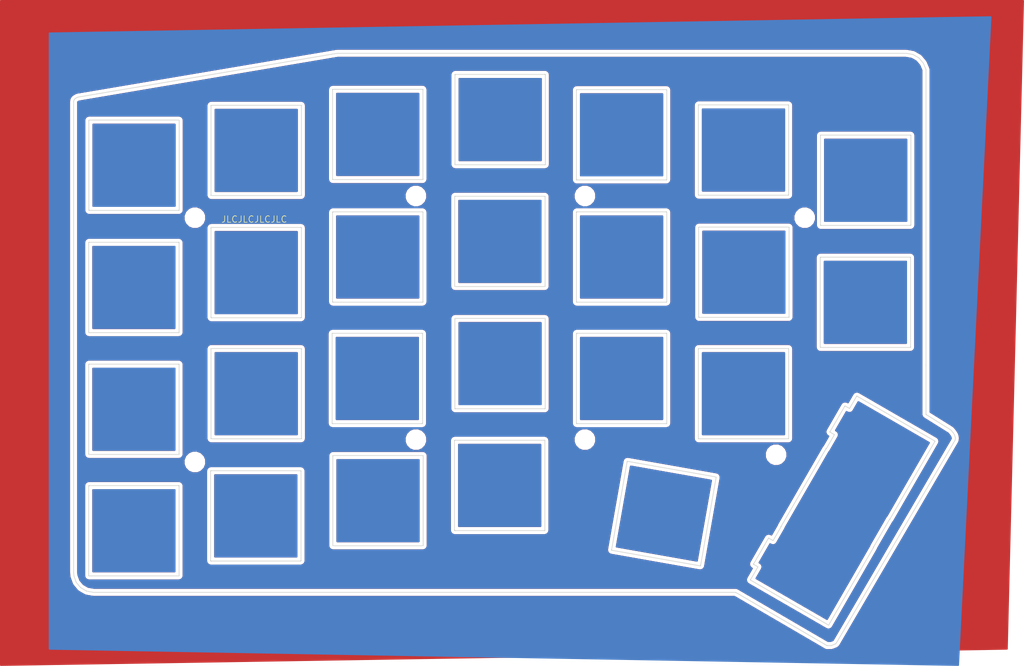
<source format=kicad_pcb>
(kicad_pcb (version 4) (host pcbnew 4.0.7)
  (layers (0 F.Cu signal) (31 B.Cu signal) (34 B.Paste user) (35 F.Paste user) (36 B.SilkS user) (37 F.SilkS user) (38 B.Mask user) (39 F.Mask user) (44 Edge.Cuts user))
  (net 0 "")
  (module Mounting_Holes:MountingHole_2.2mm_M2_DIN965 (layer F.Cu) (at 93.96 72.15)
    (fp_text reference SCREW1 hide)
    (fp_text value MountingHole_2.2mm_M2_DIN965 hide)
    (pad 1 np_thru_hole circle (at 0 0) (size 2.2 2.2) (drill 2.2) (layers *.Cu *.Mask))
  )
  (module Mounting_Holes:MountingHole_2.2mm_M2_DIN965 (layer F.Cu) (at 93.96 110.35)
    (fp_text reference SCREW2 hide)
    (fp_text value MountingHole_2.2mm_M2_DIN965 hide)
    (pad 1 np_thru_hole circle (at 0 0) (size 2.2 2.2) (drill 2.2) (layers *.Cu *.Mask))
  )
  (module Mounting_Holes:MountingHole_2.2mm_M2_DIN965 (layer F.Cu) (at 128.5 68.75)
    (fp_text reference SCREW3 hide)
    (fp_text value MountingHole_2.2mm_M2_DIN965 hide)
    (pad 1 np_thru_hole circle (at 0 0) (size 2.2 2.2) (drill 2.2) (layers *.Cu *.Mask))
  )
  (module Mounting_Holes:MountingHole_2.2mm_M2_DIN965 (layer F.Cu) (at 128.5 106.85)
    (fp_text reference SCREW4 hide)
    (fp_text value MountingHole_2.2mm_M2_DIN965 hide)
    (pad 1 np_thru_hole circle (at 0 0) (size 2.2 2.2) (drill 2.2) (layers *.Cu *.Mask))
  )
  (module Mounting_Holes:MountingHole_2.2mm_M2_DIN965 (layer F.Cu) (at 154.91 68.75)
    (fp_text reference SCREW5 hide)
    (fp_text value MountingHole_2.2mm_M2_DIN965 hide)
    (pad 1 np_thru_hole circle (at 0 0) (size 2.2 2.2) (drill 2.2) (layers *.Cu *.Mask))
  )
  (module Mounting_Holes:MountingHole_2.2mm_M2_DIN965 (layer F.Cu) (at 154.91 106.85)
    (fp_text reference SCREW6 hide)
    (fp_text value MountingHole_2.2mm_M2_DIN965 hide)
    (pad 1 np_thru_hole circle (at 0 0) (size 2.2 2.2) (drill 2.2) (layers *.Cu *.Mask))
  )
  (module Mounting_Holes:MountingHole_2.2mm_M2_DIN965 (layer F.Cu) (at 189.25 72.15)
    (fp_text reference SCREW7 hide)
    (fp_text value MountingHole_2.2mm_M2_DIN965 hide)
    (pad 1 np_thru_hole circle (at 0 0) (size 2.2 2.2) (drill 2.2) (layers *.Cu *.Mask))
  )
  (module Mounting_Holes:MountingHole_2.2mm_M2_DIN965 (layer F.Cu) (at 184.78 109.22)
    (fp_text reference SCREW8 hide)
    (fp_text value MountingHole_2.2mm_M2_DIN965 hide)
    (pad 1 np_thru_hole circle (at 0 0) (size 2.2 2.2) (drill 2.2) (layers *.Cu *.Mask))
  )
  (gr_text JLCJLCJLCJLC (at 103.23 72.39) (layer F.SilkS) (effects (font (size 1 1) (thickness 0.1))))
  (gr_line (start 212.8 106.59) (end 212.76 106.92) (layer Edge.Cuts) (width 0.1))
  (gr_line (start 212.69 106.15) (end 212.8 106.59) (layer Edge.Cuts) (width 0.1))
  (gr_line (start 212.43 105.75) (end 212.69 106.15) (layer Edge.Cuts) (width 0.1))
  (gr_line (start 212.09 105.34) (end 212.43 105.75) (layer Edge.Cuts) (width 0.1))
  (gr_line (start 208.21 48.98) (end 207.79 47.98) (layer Edge.Cuts) (width 0.1))
  (gr_line (start 75.29 53.49) (end 75.63 53.3) (layer Edge.Cuts) (width 0.1))
  (gr_line (start 208.221 102.916) (end 208.215 102.906) (layer Edge.Cuts) (width 0.1))
  (gr_line (start 205.098 46.43) (end 132.08 46.43) (layer Edge.Cuts) (width 0.1))
  (gr_line (start 208.222 102.917) (end 208.221 102.916) (layer Edge.Cuts) (width 0.1))
  (gr_line (start 208.205 102.87) (end 208.205 95.25) (layer Edge.Cuts) (width 0.1))
  (gr_line (start 193.427 139.053) (end 194.051 138.806) (layer Edge.Cuts) (width 0.1))
  (gr_line (start 178.448 130.736) (end 178.454 130.738) (layer Edge.Cuts) (width 0.1))
  (gr_line (start 132.08 46.43) (end 116.211 46.43) (layer Edge.Cuts) (width 0.1))
  (gr_line (start 134.62 130.735) (end 156.21 130.735) (layer Edge.Cuts) (width 0.1))
  (gr_line (start 208.21 102.896) (end 208.209 102.894) (layer Edge.Cuts) (width 0.1))
  (gr_line (start 178.461 130.74) (end 178.466 130.743) (layer Edge.Cuts) (width 0.1))
  (gr_line (start 194.051 138.806) (end 194.175 138.696) (layer Edge.Cuts) (width 0.1))
  (gr_line (start 178.435 130.735) (end 178.442 130.736) (layer Edge.Cuts) (width 0.1))
  (gr_line (start 76.1131 130.009) (end 77.0451 130.547) (layer Edge.Cuts) (width 0.1))
  (gr_line (start 194.175 138.696) (end 212.759 106.924) (layer Edge.Cuts) (width 0.1))
  (gr_line (start 208.205 95.25) (end 208.205 48.9809) (layer Edge.Cuts) (width 0.1))
  (gr_line (start 208.209 102.893) (end 208.207 102.882) (layer Edge.Cuts) (width 0.1))
  (gr_line (start 192.757 139.071) (end 193.427 139.053) (layer Edge.Cuts) (width 0.1))
  (gr_line (start 178.442 130.736) (end 178.448 130.736) (layer Edge.Cuts) (width 0.1))
  (gr_line (start 178.454 130.738) (end 178.461 130.74) (layer Edge.Cuts) (width 0.1))
  (gr_line (start 208.215 102.906) (end 208.21 102.896) (layer Edge.Cuts) (width 0.1))
  (gr_line (start 99.06 130.735) (end 134.62 130.735) (layer Edge.Cuts) (width 0.1))
  (gr_line (start 178.466 130.743) (end 178.473 130.745) (layer Edge.Cuts) (width 0.1))
  (gr_line (start 116.211 46.43) (end 75.627 53.2981) (layer Edge.Cuts) (width 0.1))
  (gr_line (start 208.24 102.934) (end 208.232 102.926) (layer Edge.Cuts) (width 0.1))
  (gr_line (start 212.083 105.336) (end 208.24 102.934) (layer Edge.Cuts) (width 0.1))
  (gr_line (start 206.165 46.618) (end 205.098 46.43) (layer Edge.Cuts) (width 0.1))
  (gr_line (start 208.207 102.882) (end 208.205 102.87) (layer Edge.Cuts) (width 0.1))
  (gr_line (start 78.1116 130.735) (end 99.06 130.735) (layer Edge.Cuts) (width 0.1))
  (gr_line (start 207.097 47.1561) (end 206.165 46.618) (layer Edge.Cuts) (width 0.1))
  (gr_line (start 192.731 139.062) (end 192.757 139.071) (layer Edge.Cuts) (width 0.1))
  (gr_line (start 156.21 130.735) (end 178.435 130.735) (layer Edge.Cuts) (width 0.1))
  (gr_line (start 207.789 47.9809) (end 207.097 47.1561) (layer Edge.Cuts) (width 0.1))
  (gr_line (start 208.223 102.918) (end 208.222 102.917) (layer Edge.Cuts) (width 0.1))
  (gr_line (start 77.0451 130.547) (end 78.1116 130.735) (layer Edge.Cuts) (width 0.1))
  (gr_line (start 208.209 102.894) (end 208.209 102.893) (layer Edge.Cuts) (width 0.1))
  (gr_line (start 208.232 102.926) (end 208.223 102.918) (layer Edge.Cuts) (width 0.1))
  (gr_line (start 178.473 130.745) (end 192.731 139.062) (layer Edge.Cuts) (width 0.1))
  (gr_line (start 75.4213 129.184) (end 76.1131 130.009) (layer Edge.Cuts) (width 0.1))
  (gr_line (start 75.005 127.632) (end 75.0521 128.17) (layer Edge.Cuts) (width 0.1))
  (gr_line (start 75.2856 53.491) (end 75.1369 53.6158) (layer Edge.Cuts) (width 0.1))
  (gr_line (start 75.0399 53.7839) (end 75.005 53.9816) (layer Edge.Cuts) (width 0.1))
  (gr_line (start 75.0521 128.17) (end 75.4213 129.184) (layer Edge.Cuts) (width 0.1))
  (gr_line (start 75.005 53.9816) (end 75.005 127.632) (layer Edge.Cuts) (width 0.1))
  (gr_line (start 75.1369 53.6158) (end 75.0399 53.7839) (layer Edge.Cuts) (width 0.1))
  (gr_line (start 209.553 107.057) (end 209.559 107.06) (layer Edge.Cuts) (width 0.1))
  (gr_line (start 209.548 107.053) (end 209.553 107.057) (layer Edge.Cuts) (width 0.1))
  (gr_line (start 197.443 100.065) (end 197.449 100.068) (layer Edge.Cuts) (width 0.1))
  (gr_line (start 209.568 107.07) (end 209.571 107.076) (layer Edge.Cuts) (width 0.1))
  (gr_line (start 209.582 107.099) (end 209.585 107.105) (layer Edge.Cuts) (width 0.1))
  (gr_line (start 209.581 107.093) (end 209.582 107.099) (layer Edge.Cuts) (width 0.1))
  (gr_line (start 209.576 107.081) (end 209.578 107.087) (layer Edge.Cuts) (width 0.1))
  (gr_line (start 197.437 100.062) (end 197.443 100.065) (layer Edge.Cuts) (width 0.1))
  (gr_line (start 209.578 107.087) (end 209.581 107.093) (layer Edge.Cuts) (width 0.1))
  (gr_line (start 209.571 107.076) (end 209.576 107.081) (layer Edge.Cuts) (width 0.1))
  (gr_line (start 197.449 100.068) (end 209.548 107.053) (layer Edge.Cuts) (width 0.1))
  (gr_line (start 209.563 107.065) (end 209.568 107.07) (layer Edge.Cuts) (width 0.1))
  (gr_line (start 209.559 107.06) (end 209.563 107.065) (layer Edge.Cuts) (width 0.1))
  (gr_line (start 197.418 100.059) (end 197.425 100.059) (layer Edge.Cuts) (width 0.1))
  (gr_line (start 197.425 100.059) (end 197.431 100.061) (layer Edge.Cuts) (width 0.1))
  (gr_line (start 197.431 100.061) (end 197.437 100.062) (layer Edge.Cuts) (width 0.1))
  (gr_line (start 197.345 100.096) (end 197.35 100.091) (layer Edge.Cuts) (width 0.1))
  (gr_line (start 195.605 101.608) (end 196.255 101.984) (layer Edge.Cuts) (width 0.1))
  (gr_line (start 193.209 105.66) (end 193.208 105.653) (layer Edge.Cuts) (width 0.1))
  (gr_line (start 193.893 106.075) (end 193.243 105.7) (layer Edge.Cuts) (width 0.1))
  (gr_line (start 195.535 101.606) (end 195.541 101.603) (layer Edge.Cuts) (width 0.1))
  (gr_line (start 193.208 105.614) (end 193.209 105.608) (layer Edge.Cuts) (width 0.1))
  (gr_line (start 192.61 108.264) (end 192.616 108.262) (layer Edge.Cuts) (width 0.1))
  (gr_line (start 192.58 108.279) (end 192.586 108.275) (layer Edge.Cuts) (width 0.1))
  (gr_line (start 195.598 101.606) (end 195.605 101.608) (layer Edge.Cuts) (width 0.1))
  (gr_line (start 195.547 101.602) (end 195.553 101.599) (layer Edge.Cuts) (width 0.1))
  (gr_line (start 195.593 101.603) (end 195.598 101.606) (layer Edge.Cuts) (width 0.1))
  (gr_line (start 193.222 105.683) (end 193.219 105.677) (layer Edge.Cuts) (width 0.1))
  (gr_line (start 195.573 101.599) (end 195.58 101.599) (layer Edge.Cuts) (width 0.1))
  (gr_line (start 193.209 105.608) (end 193.212 105.602) (layer Edge.Cuts) (width 0.1))
  (gr_line (start 192.591 108.271) (end 192.597 108.269) (layer Edge.Cuts) (width 0.1))
  (gr_line (start 195.56 101.599) (end 195.567 101.598) (layer Edge.Cuts) (width 0.1))
  (gr_line (start 192.586 108.275) (end 192.591 108.271) (layer Edge.Cuts) (width 0.1))
  (gr_line (start 195.523 101.613) (end 195.529 101.608) (layer Edge.Cuts) (width 0.1))
  (gr_line (start 195.541 101.603) (end 195.547 101.602) (layer Edge.Cuts) (width 0.1))
  (gr_line (start 192.629 108.261) (end 192.631 108.261) (layer Edge.Cuts) (width 0.1))
  (gr_line (start 195.501 101.636) (end 195.505 101.631) (layer Edge.Cuts) (width 0.1))
  (gr_line (start 192.622 108.262) (end 192.629 108.261) (layer Edge.Cuts) (width 0.1))
  (gr_line (start 195.508 101.625) (end 195.513 101.621) (layer Edge.Cuts) (width 0.1))
  (gr_line (start 193.208 105.653) (end 193.206 105.647) (layer Edge.Cuts) (width 0.1))
  (gr_line (start 193.227 105.687) (end 193.222 105.683) (layer Edge.Cuts) (width 0.1))
  (gr_line (start 192.631 108.261) (end 193.893 106.075) (layer Edge.Cuts) (width 0.1))
  (gr_line (start 193.219 105.677) (end 193.215 105.672) (layer Edge.Cuts) (width 0.1))
  (gr_line (start 196.255 101.984) (end 197.345 100.096) (layer Edge.Cuts) (width 0.1))
  (gr_line (start 193.212 105.602) (end 193.215 105.596) (layer Edge.Cuts) (width 0.1))
  (gr_line (start 193.243 105.7) (end 193.237 105.695) (layer Edge.Cuts) (width 0.1))
  (gr_line (start 195.513 101.621) (end 195.518 101.616) (layer Edge.Cuts) (width 0.1))
  (gr_line (start 193.206 105.647) (end 193.206 105.64) (layer Edge.Cuts) (width 0.1))
  (gr_line (start 192.603 108.266) (end 192.61 108.264) (layer Edge.Cuts) (width 0.1))
  (gr_line (start 197.411 100.058) (end 197.418 100.059) (layer Edge.Cuts) (width 0.1))
  (gr_line (start 195.529 101.608) (end 195.535 101.606) (layer Edge.Cuts) (width 0.1))
  (gr_line (start 197.379 100.065) (end 197.385 100.062) (layer Edge.Cuts) (width 0.1))
  (gr_line (start 195.58 101.599) (end 195.586 101.602) (layer Edge.Cuts) (width 0.1))
  (gr_line (start 193.237 105.695) (end 193.232 105.692) (layer Edge.Cuts) (width 0.1))
  (gr_line (start 195.518 101.616) (end 195.523 101.613) (layer Edge.Cuts) (width 0.1))
  (gr_line (start 193.215 105.596) (end 195.501 101.636) (layer Edge.Cuts) (width 0.1))
  (gr_line (start 193.206 105.627) (end 193.206 105.621) (layer Edge.Cuts) (width 0.1))
  (gr_line (start 193.232 105.692) (end 193.227 105.687) (layer Edge.Cuts) (width 0.1))
  (gr_line (start 192.597 108.269) (end 192.603 108.266) (layer Edge.Cuts) (width 0.1))
  (gr_line (start 193.215 105.672) (end 193.212 105.666) (layer Edge.Cuts) (width 0.1))
  (gr_line (start 192.616 108.262) (end 192.622 108.262) (layer Edge.Cuts) (width 0.1))
  (gr_line (start 197.405 100.059) (end 197.411 100.058) (layer Edge.Cuts) (width 0.1))
  (gr_line (start 197.398 100.059) (end 197.405 100.059) (layer Edge.Cuts) (width 0.1))
  (gr_line (start 197.362 100.075) (end 197.368 100.072) (layer Edge.Cuts) (width 0.1))
  (gr_line (start 197.392 100.061) (end 197.398 100.059) (layer Edge.Cuts) (width 0.1))
  (gr_line (start 192.576 108.284) (end 192.58 108.279) (layer Edge.Cuts) (width 0.1))
  (gr_line (start 195.567 101.598) (end 195.573 101.599) (layer Edge.Cuts) (width 0.1))
  (gr_line (start 195.553 101.599) (end 195.56 101.599) (layer Edge.Cuts) (width 0.1))
  (gr_line (start 193.206 105.621) (end 193.208 105.614) (layer Edge.Cuts) (width 0.1))
  (gr_line (start 193.212 105.666) (end 193.209 105.66) (layer Edge.Cuts) (width 0.1))
  (gr_line (start 197.385 100.062) (end 197.392 100.061) (layer Edge.Cuts) (width 0.1))
  (gr_line (start 195.586 101.602) (end 195.593 101.603) (layer Edge.Cuts) (width 0.1))
  (gr_line (start 195.505 101.631) (end 195.508 101.625) (layer Edge.Cuts) (width 0.1))
  (gr_line (start 193.204 105.634) (end 193.206 105.627) (layer Edge.Cuts) (width 0.1))
  (gr_line (start 197.373 100.068) (end 197.379 100.065) (layer Edge.Cuts) (width 0.1))
  (gr_line (start 197.368 100.072) (end 197.373 100.068) (layer Edge.Cuts) (width 0.1))
  (gr_line (start 193.206 105.64) (end 193.204 105.634) (layer Edge.Cuts) (width 0.1))
  (gr_line (start 197.358 100.08) (end 197.362 100.075) (layer Edge.Cuts) (width 0.1))
  (gr_line (start 197.353 100.085) (end 197.358 100.08) (layer Edge.Cuts) (width 0.1))
  (gr_line (start 197.35 100.091) (end 197.353 100.085) (layer Edge.Cuts) (width 0.1))
  (gr_line (start 181.305 126.377) (end 181.299 126.373) (layer Edge.Cuts) (width 0.1))
  (gr_line (start 185.569 120.442) (end 185.568 120.436) (layer Edge.Cuts) (width 0.1))
  (gr_line (start 185.569 120.449) (end 185.569 120.442) (layer Edge.Cuts) (width 0.1))
  (gr_line (start 183.563 122.313) (end 183.567 122.308) (layer Edge.Cuts) (width 0.1))
  (gr_line (start 185.569 120.422) (end 185.571 120.416) (layer Edge.Cuts) (width 0.1))
  (gr_line (start 185.572 120.409) (end 185.576 120.404) (layer Edge.Cuts) (width 0.1))
  (gr_line (start 185.568 120.436) (end 185.569 120.429) (layer Edge.Cuts) (width 0.1))
  (gr_line (start 185.572 120.462) (end 185.571 120.455) (layer Edge.Cuts) (width 0.1))
  (gr_line (start 181.268 126.298) (end 181.27 126.291) (layer Edge.Cuts) (width 0.1))
  (gr_line (start 185.571 120.416) (end 185.572 120.409) (layer Edge.Cuts) (width 0.1))
  (gr_line (start 183.58 122.293) (end 183.585 122.29) (layer Edge.Cuts) (width 0.1))
  (gr_line (start 183.603 122.28) (end 183.609 122.279) (layer Edge.Cuts) (width 0.1))
  (gr_line (start 181.945 126.747) (end 181.305 126.377) (layer Edge.Cuts) (width 0.1))
  (gr_line (start 181.289 126.364) (end 181.284 126.36) (layer Edge.Cuts) (width 0.1))
  (gr_line (start 180.786 128.784) (end 180.785 128.777) (layer Edge.Cuts) (width 0.1))
  (gr_line (start 192.563 108.299) (end 192.567 108.294) (layer Edge.Cuts) (width 0.1))
  (gr_line (start 183.609 122.279) (end 183.615 122.276) (layer Edge.Cuts) (width 0.1))
  (gr_line (start 183.575 122.298) (end 183.58 122.293) (layer Edge.Cuts) (width 0.1))
  (gr_line (start 183.597 122.283) (end 183.603 122.28) (layer Edge.Cuts) (width 0.1))
  (gr_line (start 181.266 126.311) (end 181.268 126.304) (layer Edge.Cuts) (width 0.1))
  (gr_line (start 180.785 128.777) (end 180.786 128.771) (layer Edge.Cuts) (width 0.1))
  (gr_line (start 181.284 126.36) (end 181.281 126.354) (layer Edge.Cuts) (width 0.1))
  (gr_line (start 192.571 108.288) (end 192.576 108.284) (layer Edge.Cuts) (width 0.1))
  (gr_line (start 183.622 122.276) (end 183.629 122.275) (layer Edge.Cuts) (width 0.1))
  (gr_line (start 192.567 108.294) (end 192.571 108.288) (layer Edge.Cuts) (width 0.1))
  (gr_line (start 181.268 126.324) (end 181.268 126.318) (layer Edge.Cuts) (width 0.1))
  (gr_line (start 180.795 128.739) (end 181.945 126.747) (layer Edge.Cuts) (width 0.1))
  (gr_line (start 185.578 120.397) (end 192.563 108.299) (layer Edge.Cuts) (width 0.1))
  (gr_line (start 185.576 120.404) (end 185.578 120.397) (layer Edge.Cuts) (width 0.1))
  (gr_line (start 183.648 122.279) (end 183.655 122.28) (layer Edge.Cuts) (width 0.1))
  (gr_line (start 183.66 122.283) (end 183.667 122.286) (layer Edge.Cuts) (width 0.1))
  (gr_line (start 183.655 122.28) (end 183.66 122.283) (layer Edge.Cuts) (width 0.1))
  (gr_line (start 183.615 122.276) (end 183.622 122.276) (layer Edge.Cuts) (width 0.1))
  (gr_line (start 181.268 126.304) (end 181.268 126.298) (layer Edge.Cuts) (width 0.1))
  (gr_line (start 183.635 122.276) (end 183.642 122.276) (layer Edge.Cuts) (width 0.1))
  (gr_line (start 181.277 126.273) (end 183.563 122.313) (layer Edge.Cuts) (width 0.1))
  (gr_line (start 183.591 122.286) (end 183.597 122.283) (layer Edge.Cuts) (width 0.1))
  (gr_line (start 183.585 122.29) (end 183.591 122.286) (layer Edge.Cuts) (width 0.1))
  (gr_line (start 181.27 126.33) (end 181.268 126.324) (layer Edge.Cuts) (width 0.1))
  (gr_line (start 183.57 122.303) (end 183.575 122.298) (layer Edge.Cuts) (width 0.1))
  (gr_line (start 181.274 126.343) (end 181.271 126.337) (layer Edge.Cuts) (width 0.1))
  (gr_line (start 180.788 128.758) (end 180.789 128.751) (layer Edge.Cuts) (width 0.1))
  (gr_line (start 180.786 128.764) (end 180.788 128.758) (layer Edge.Cuts) (width 0.1))
  (gr_line (start 180.789 128.751) (end 180.793 128.745) (layer Edge.Cuts) (width 0.1))
  (gr_line (start 183.567 122.308) (end 183.57 122.303) (layer Edge.Cuts) (width 0.1))
  (gr_line (start 181.27 126.291) (end 181.271 126.285) (layer Edge.Cuts) (width 0.1))
  (gr_line (start 183.629 122.275) (end 183.635 122.276) (layer Edge.Cuts) (width 0.1))
  (gr_line (start 181.271 126.285) (end 181.274 126.279) (layer Edge.Cuts) (width 0.1))
  (gr_line (start 181.268 126.318) (end 181.266 126.311) (layer Edge.Cuts) (width 0.1))
  (gr_line (start 181.294 126.369) (end 181.289 126.364) (layer Edge.Cuts) (width 0.1))
  (gr_line (start 180.793 128.745) (end 180.795 128.739) (layer Edge.Cuts) (width 0.1))
  (gr_line (start 185.569 120.429) (end 185.569 120.422) (layer Edge.Cuts) (width 0.1))
  (gr_line (start 183.642 122.276) (end 183.648 122.279) (layer Edge.Cuts) (width 0.1))
  (gr_line (start 181.274 126.279) (end 181.277 126.273) (layer Edge.Cuts) (width 0.1))
  (gr_line (start 181.277 126.349) (end 181.274 126.343) (layer Edge.Cuts) (width 0.1))
  (gr_line (start 185.571 120.455) (end 185.569 120.449) (layer Edge.Cuts) (width 0.1))
  (gr_line (start 180.786 128.771) (end 180.786 128.764) (layer Edge.Cuts) (width 0.1))
  (gr_line (start 180.786 128.79) (end 180.786 128.784) (layer Edge.Cuts) (width 0.1))
  (gr_line (start 185.573 120.463) (end 185.572 120.462) (layer Edge.Cuts) (width 0.1))
  (gr_line (start 183.667 122.286) (end 184.307 122.655) (layer Edge.Cuts) (width 0.1))
  (gr_line (start 184.307 122.655) (end 185.573 120.463) (layer Edge.Cuts) (width 0.1))
  (gr_line (start 181.271 126.337) (end 181.27 126.33) (layer Edge.Cuts) (width 0.1))
  (gr_line (start 181.281 126.354) (end 181.277 126.349) (layer Edge.Cuts) (width 0.1))
  (gr_line (start 181.299 126.373) (end 181.294 126.369) (layer Edge.Cuts) (width 0.1))
  (gr_line (start 209.585 107.125) (end 209.585 107.132) (layer Edge.Cuts) (width 0.1))
  (gr_line (start 192.985 135.834) (end 192.979 135.835) (layer Edge.Cuts) (width 0.1))
  (gr_line (start 192.991 135.831) (end 192.985 135.834) (layer Edge.Cuts) (width 0.1))
  (gr_line (start 193.002 135.824) (end 192.997 135.828) (layer Edge.Cuts) (width 0.1))
  (gr_line (start 200.012 123.696) (end 200.01 123.702) (layer Edge.Cuts) (width 0.1))
  (gr_line (start 193.012 135.816) (end 193.008 135.821) (layer Edge.Cuts) (width 0.1))
  (gr_line (start 200.019 123.677) (end 200.017 123.683) (layer Edge.Cuts) (width 0.1))
  (gr_line (start 209.582 107.138) (end 209.581 107.145) (layer Edge.Cuts) (width 0.1))
  (gr_line (start 209.578 107.151) (end 209.576 107.157) (layer Edge.Cuts) (width 0.1))
  (gr_line (start 193.018 135.811) (end 193.012 135.816) (layer Edge.Cuts) (width 0.1))
  (gr_line (start 193.021 135.805) (end 193.018 135.811) (layer Edge.Cuts) (width 0.1))
  (gr_line (start 200.017 123.683) (end 200.016 123.69) (layer Edge.Cuts) (width 0.1))
  (gr_line (start 209.576 107.157) (end 202.591 119.255) (layer Edge.Cuts) (width 0.1))
  (gr_line (start 209.581 107.145) (end 209.578 107.151) (layer Edge.Cuts) (width 0.1))
  (gr_line (start 209.585 107.105) (end 209.585 107.112) (layer Edge.Cuts) (width 0.1))
  (gr_line (start 193.025 135.8) (end 193.021 135.805) (layer Edge.Cuts) (width 0.1))
  (gr_line (start 200.02 123.664) (end 200.019 123.67) (layer Edge.Cuts) (width 0.1))
  (gr_line (start 209.585 107.132) (end 209.582 107.138) (layer Edge.Cuts) (width 0.1))
  (gr_line (start 202.531 119.292) (end 202.525 119.293) (layer Edge.Cuts) (width 0.1))
  (gr_line (start 202.563 119.283) (end 202.557 119.285) (layer Edge.Cuts) (width 0.1))
  (gr_line (start 202.568 119.279) (end 202.563 119.283) (layer Edge.Cuts) (width 0.1))
  (gr_line (start 202.591 119.255) (end 202.586 119.26) (layer Edge.Cuts) (width 0.1))
  (gr_line (start 200.019 123.657) (end 200.02 123.664) (layer Edge.Cuts) (width 0.1))
  (gr_line (start 202.551 119.289) (end 202.544 119.29) (layer Edge.Cuts) (width 0.1))
  (gr_line (start 200.019 123.651) (end 200.019 123.657) (layer Edge.Cuts) (width 0.1))
  (gr_line (start 202.578 119.27) (end 202.574 119.275) (layer Edge.Cuts) (width 0.1))
  (gr_line (start 200.016 123.638) (end 200.017 123.644) (layer Edge.Cuts) (width 0.1))
  (gr_line (start 192.921 135.828) (end 180.823 128.843) (layer Edge.Cuts) (width 0.1))
  (gr_line (start 192.94 135.835) (end 192.933 135.834) (layer Edge.Cuts) (width 0.1))
  (gr_line (start 192.946 135.837) (end 192.94 135.835) (layer Edge.Cuts) (width 0.1))
  (gr_line (start 202.586 119.26) (end 202.583 119.266) (layer Edge.Cuts) (width 0.1))
  (gr_line (start 192.966 135.837) (end 192.959 135.838) (layer Edge.Cuts) (width 0.1))
  (gr_line (start 192.979 135.835) (end 192.972 135.837) (layer Edge.Cuts) (width 0.1))
  (gr_line (start 193.008 135.821) (end 193.002 135.824) (layer Edge.Cuts) (width 0.1))
  (gr_line (start 209.585 107.112) (end 209.586 107.119) (layer Edge.Cuts) (width 0.1))
  (gr_line (start 180.788 128.797) (end 180.786 128.79) (layer Edge.Cuts) (width 0.1))
  (gr_line (start 200.019 123.67) (end 200.019 123.677) (layer Edge.Cuts) (width 0.1))
  (gr_line (start 180.808 128.831) (end 180.802 128.826) (layer Edge.Cuts) (width 0.1))
  (gr_line (start 180.789 128.803) (end 180.788 128.797) (layer Edge.Cuts) (width 0.1))
  (gr_line (start 180.793 128.809) (end 180.789 128.803) (layer Edge.Cuts) (width 0.1))
  (gr_line (start 200.015 123.637) (end 200.016 123.638) (layer Edge.Cuts) (width 0.1))
  (gr_line (start 202.523 119.293) (end 200.015 123.637) (layer Edge.Cuts) (width 0.1))
  (gr_line (start 180.795 128.815) (end 180.793 128.809) (layer Edge.Cuts) (width 0.1))
  (gr_line (start 180.799 128.82) (end 180.795 128.815) (layer Edge.Cuts) (width 0.1))
  (gr_line (start 202.574 119.275) (end 202.568 119.279) (layer Edge.Cuts) (width 0.1))
  (gr_line (start 180.802 128.826) (end 180.799 128.82) (layer Edge.Cuts) (width 0.1))
  (gr_line (start 209.586 107.119) (end 209.585 107.125) (layer Edge.Cuts) (width 0.1))
  (gr_line (start 192.927 135.831) (end 192.921 135.828) (layer Edge.Cuts) (width 0.1))
  (gr_line (start 180.818 128.839) (end 180.812 128.836) (layer Edge.Cuts) (width 0.1))
  (gr_line (start 202.544 119.29) (end 202.538 119.292) (layer Edge.Cuts) (width 0.1))
  (gr_line (start 192.953 135.837) (end 192.946 135.837) (layer Edge.Cuts) (width 0.1))
  (gr_line (start 200.016 123.69) (end 200.012 123.696) (layer Edge.Cuts) (width 0.1))
  (gr_line (start 202.525 119.293) (end 202.523 119.293) (layer Edge.Cuts) (width 0.1))
  (gr_line (start 202.538 119.292) (end 202.531 119.292) (layer Edge.Cuts) (width 0.1))
  (gr_line (start 180.812 128.836) (end 180.808 128.831) (layer Edge.Cuts) (width 0.1))
  (gr_line (start 180.823 128.843) (end 180.818 128.839) (layer Edge.Cuts) (width 0.1))
  (gr_line (start 192.959 135.838) (end 192.953 135.837) (layer Edge.Cuts) (width 0.1))
  (gr_line (start 202.557 119.285) (end 202.551 119.289) (layer Edge.Cuts) (width 0.1))
  (gr_line (start 192.997 135.828) (end 192.991 135.831) (layer Edge.Cuts) (width 0.1))
  (gr_line (start 200.01 123.702) (end 193.025 135.8) (layer Edge.Cuts) (width 0.1))
  (gr_line (start 200.017 123.644) (end 200.019 123.651) (layer Edge.Cuts) (width 0.1))
  (gr_line (start 192.933 135.834) (end 192.927 135.831) (layer Edge.Cuts) (width 0.1))
  (gr_line (start 202.583 119.266) (end 202.578 119.27) (layer Edge.Cuts) (width 0.1))
  (gr_line (start 192.972 135.837) (end 192.966 135.837) (layer Edge.Cuts) (width 0.1))
  (gr_line (start 172.702 73.64) (end 172.707 73.6357) (layer Edge.Cuts) (width 0.1))
  (gr_line (start 172.699 73.6458) (end 172.702 73.64) (layer Edge.Cuts) (width 0.1))
  (gr_line (start 172.707 73.6357) (end 172.711 73.6306) (layer Edge.Cuts) (width 0.1))
  (gr_line (start 172.692 73.6572) (end 172.694 73.6509) (layer Edge.Cuts) (width 0.1))
  (gr_line (start 172.707 87.7123) (end 172.702 87.708) (layer Edge.Cuts) (width 0.1))
  (gr_line (start 186.762 87.7273) (end 186.756 87.7306) (layer Edge.Cuts) (width 0.1))
  (gr_line (start 186.789 87.708) (end 186.783 87.7123) (layer Edge.Cuts) (width 0.1))
  (gr_line (start 186.773 73.6273) (end 186.779 73.6306) (layer Edge.Cuts) (width 0.1))
  (gr_line (start 186.768 87.725) (end 186.762 87.7273) (layer Edge.Cuts) (width 0.1))
  (gr_line (start 186.802 87.6851) (end 186.798 87.6908) (layer Edge.Cuts) (width 0.1))
  (gr_line (start 186.779 73.6306) (end 186.783 73.6357) (layer Edge.Cuts) (width 0.1))
  (gr_line (start 186.737 73.6139) (end 186.743 73.6139) (layer Edge.Cuts) (width 0.1))
  (gr_line (start 186.768 73.623) (end 186.773 73.6273) (layer Edge.Cuts) (width 0.1))
  (gr_line (start 186.792 87.7022) (end 186.789 87.708) (layer Edge.Cuts) (width 0.1))
  (gr_line (start 172.689 73.6629) (end 172.692 73.6572) (layer Edge.Cuts) (width 0.1))
  (gr_line (start 172.702 87.708) (end 172.699 87.7022) (layer Edge.Cuts) (width 0.1))
  (gr_line (start 186.783 73.6357) (end 186.789 73.64) (layer Edge.Cuts) (width 0.1))
  (gr_line (start 172.685 87.6656) (end 172.684 87.659) (layer Edge.Cuts) (width 0.1))
  (gr_line (start 172.687 87.6785) (end 172.685 87.6722) (layer Edge.Cuts) (width 0.1))
  (gr_line (start 172.76 87.7352) (end 172.754 87.734) (layer Edge.Cuts) (width 0.1))
  (gr_line (start 172.694 87.6971) (end 172.692 87.6908) (layer Edge.Cuts) (width 0.1))
  (gr_line (start 186.806 73.689) (end 186.806 87.659) (layer Edge.Cuts) (width 0.1))
  (gr_line (start 172.747 87.734) (end 172.741 87.7318) (layer Edge.Cuts) (width 0.1))
  (gr_line (start 172.728 87.7273) (end 172.722 87.725) (layer Edge.Cuts) (width 0.1))
  (gr_line (start 186.743 87.734) (end 186.737 87.734) (layer Edge.Cuts) (width 0.1))
  (gr_line (start 172.722 87.725) (end 172.717 87.7207) (layer Edge.Cuts) (width 0.1))
  (gr_line (start 172.754 87.734) (end 172.747 87.734) (layer Edge.Cuts) (width 0.1))
  (gr_line (start 186.75 87.7318) (end 186.743 87.734) (layer Edge.Cuts) (width 0.1))
  (gr_line (start 186.756 87.7306) (end 186.75 87.7318) (layer Edge.Cuts) (width 0.1))
  (gr_line (start 186.796 87.6971) (end 186.792 87.7022) (layer Edge.Cuts) (width 0.1))
  (gr_line (start 172.694 73.6509) (end 172.699 73.6458) (layer Edge.Cuts) (width 0.1))
  (gr_line (start 172.687 73.6695) (end 172.689 73.6629) (layer Edge.Cuts) (width 0.1))
  (gr_line (start 186.805 73.6824) (end 186.806 73.689) (layer Edge.Cuts) (width 0.1))
  (gr_line (start 172.741 87.7318) (end 172.734 87.7306) (layer Edge.Cuts) (width 0.1))
  (gr_line (start 172.699 87.7022) (end 172.694 87.6971) (layer Edge.Cuts) (width 0.1))
  (gr_line (start 186.737 87.734) (end 186.73 87.7352) (layer Edge.Cuts) (width 0.1))
  (gr_line (start 172.685 73.6758) (end 172.687 73.6695) (layer Edge.Cuts) (width 0.1))
  (gr_line (start 186.789 73.64) (end 186.792 73.6458) (layer Edge.Cuts) (width 0.1))
  (gr_line (start 172.684 87.659) (end 172.684 73.689) (layer Edge.Cuts) (width 0.1))
  (gr_line (start 172.734 87.7306) (end 172.728 87.7273) (layer Edge.Cuts) (width 0.1))
  (gr_line (start 186.798 87.6908) (end 186.796 87.6971) (layer Edge.Cuts) (width 0.1))
  (gr_line (start 186.802 73.6629) (end 186.803 73.6695) (layer Edge.Cuts) (width 0.1))
  (gr_line (start 186.75 73.6162) (end 186.756 73.6174) (layer Edge.Cuts) (width 0.1))
  (gr_line (start 186.792 73.6458) (end 186.796 73.6509) (layer Edge.Cuts) (width 0.1))
  (gr_line (start 186.743 73.6139) (end 186.75 73.6162) (layer Edge.Cuts) (width 0.1))
  (gr_line (start 172.689 87.6851) (end 172.687 87.6785) (layer Edge.Cuts) (width 0.1))
  (gr_line (start 172.692 87.6908) (end 172.689 87.6851) (layer Edge.Cuts) (width 0.1))
  (gr_line (start 172.711 87.7174) (end 172.707 87.7123) (layer Edge.Cuts) (width 0.1))
  (gr_line (start 186.803 87.6785) (end 186.802 87.6851) (layer Edge.Cuts) (width 0.1))
  (gr_line (start 186.803 73.6695) (end 186.805 73.6758) (layer Edge.Cuts) (width 0.1))
  (gr_line (start 172.717 87.7207) (end 172.711 87.7174) (layer Edge.Cuts) (width 0.1))
  (gr_line (start 186.779 87.7174) (end 186.773 87.7207) (layer Edge.Cuts) (width 0.1))
  (gr_line (start 186.806 87.659) (end 186.805 87.6656) (layer Edge.Cuts) (width 0.1))
  (gr_line (start 186.805 73.6758) (end 186.805 73.6824) (layer Edge.Cuts) (width 0.1))
  (gr_line (start 186.796 73.6509) (end 186.798 73.6572) (layer Edge.Cuts) (width 0.1))
  (gr_line (start 186.798 73.6572) (end 186.802 73.6629) (layer Edge.Cuts) (width 0.1))
  (gr_line (start 186.805 87.6722) (end 186.803 87.6785) (layer Edge.Cuts) (width 0.1))
  (gr_line (start 172.685 87.6722) (end 172.685 87.6656) (layer Edge.Cuts) (width 0.1))
  (gr_line (start 186.756 73.6174) (end 186.762 73.6207) (layer Edge.Cuts) (width 0.1))
  (gr_line (start 172.685 73.6824) (end 172.685 73.6758) (layer Edge.Cuts) (width 0.1))
  (gr_line (start 186.805 87.6656) (end 186.805 87.6722) (layer Edge.Cuts) (width 0.1))
  (gr_line (start 186.773 87.7207) (end 186.768 87.725) (layer Edge.Cuts) (width 0.1))
  (gr_line (start 186.762 73.6207) (end 186.768 73.623) (layer Edge.Cuts) (width 0.1))
  (gr_line (start 186.73 87.7352) (end 172.76 87.7352) (layer Edge.Cuts) (width 0.1))
  (gr_line (start 186.783 87.7123) (end 186.779 87.7174) (layer Edge.Cuts) (width 0.1))
  (gr_line (start 172.684 73.689) (end 172.685 73.6824) (layer Edge.Cuts) (width 0.1))
  (gr_line (start 96.4833 87.7504) (end 96.48 87.7446) (layer Edge.Cuts) (width 0.1))
  (gr_line (start 96.5321 73.6758) (end 96.5383 73.6735) (layer Edge.Cuts) (width 0.1))
  (gr_line (start 96.5135 73.6825) (end 96.5197 73.6803) (layer Edge.Cuts) (width 0.1))
  (gr_line (start 110.553 87.7868) (end 110.548 87.7901) (layer Edge.Cuts) (width 0.1))
  (gr_line (start 110.598 73.7485) (end 110.598 87.7185) (layer Edge.Cuts) (width 0.1))
  (gr_line (start 96.5026 87.7769) (end 96.4983 87.7718) (layer Edge.Cuts) (width 0.1))
  (gr_line (start 96.5255 87.7901) (end 96.5197 87.7868) (layer Edge.Cuts) (width 0.1))
  (gr_line (start 96.5516 87.7947) (end 96.545 87.7936) (layer Edge.Cuts) (width 0.1))
  (gr_line (start 96.4788 73.729) (end 96.48 73.7225) (layer Edge.Cuts) (width 0.1))
  (gr_line (start 110.522 87.7947) (end 96.5516 87.7947) (layer Edge.Cuts) (width 0.1))
  (gr_line (start 96.5084 73.6868) (end 96.5135 73.6825) (layer Edge.Cuts) (width 0.1))
  (gr_line (start 96.5026 73.6902) (end 96.5084 73.6868) (layer Edge.Cuts) (width 0.1))
  (gr_line (start 96.5084 87.7802) (end 96.5026 87.7769) (layer Edge.Cuts) (width 0.1))
  (gr_line (start 96.4932 73.6995) (end 96.4983 73.6953) (layer Edge.Cuts) (width 0.1))
  (gr_line (start 96.4899 73.7053) (end 96.4932 73.6995) (layer Edge.Cuts) (width 0.1))
  (gr_line (start 96.4765 87.7318) (end 96.4765 87.7251) (layer Edge.Cuts) (width 0.1))
  (gr_line (start 96.5321 87.7913) (end 96.5255 87.7901) (layer Edge.Cuts) (width 0.1))
  (gr_line (start 110.528 87.7936) (end 110.522 87.7947) (layer Edge.Cuts) (width 0.1))
  (gr_line (start 110.548 87.7901) (end 110.541 87.7913) (layer Edge.Cuts) (width 0.1))
  (gr_line (start 110.56 87.7845) (end 110.553 87.7868) (layer Edge.Cuts) (width 0.1))
  (gr_line (start 96.4856 73.7104) (end 96.4899 73.7053) (layer Edge.Cuts) (width 0.1))
  (gr_line (start 96.4765 73.742) (end 96.4765 73.7353) (layer Edge.Cuts) (width 0.1))
  (gr_line (start 96.4833 73.7167) (end 96.4856 73.7104) (layer Edge.Cuts) (width 0.1))
  (gr_line (start 96.4765 73.7353) (end 96.4788 73.729) (layer Edge.Cuts) (width 0.1))
  (gr_line (start 110.593 87.7446) (end 110.59 87.7504) (layer Edge.Cuts) (width 0.1))
  (gr_line (start 96.4788 87.738) (end 96.4765 87.7318) (layer Edge.Cuts) (width 0.1))
  (gr_line (start 96.545 87.7936) (end 96.5383 87.7936) (layer Edge.Cuts) (width 0.1))
  (gr_line (start 96.4856 87.7566) (end 96.4833 87.7504) (layer Edge.Cuts) (width 0.1))
  (gr_line (start 96.5135 87.7845) (end 96.5084 87.7802) (layer Edge.Cuts) (width 0.1))
  (gr_line (start 110.597 87.7251) (end 110.597 87.7318) (layer Edge.Cuts) (width 0.1))
  (gr_line (start 110.575 87.7718) (end 110.571 87.7769) (layer Edge.Cuts) (width 0.1))
  (gr_line (start 110.598 87.7185) (end 110.597 87.7251) (layer Edge.Cuts) (width 0.1))
  (gr_line (start 110.597 73.7353) (end 110.597 73.742) (layer Edge.Cuts) (width 0.1))
  (gr_line (start 110.597 73.742) (end 110.598 73.7485) (layer Edge.Cuts) (width 0.1))
  (gr_line (start 110.597 87.7318) (end 110.594 87.738) (layer Edge.Cuts) (width 0.1))
  (gr_line (start 96.5197 87.7868) (end 96.5135 87.7845) (layer Edge.Cuts) (width 0.1))
  (gr_line (start 110.535 87.7936) (end 110.528 87.7936) (layer Edge.Cuts) (width 0.1))
  (gr_line (start 96.4754 73.7485) (end 96.4765 73.742) (layer Edge.Cuts) (width 0.1))
  (gr_line (start 96.4765 87.7251) (end 96.4754 87.7185) (layer Edge.Cuts) (width 0.1))
  (gr_line (start 96.48 87.7446) (end 96.4788 87.738) (layer Edge.Cuts) (width 0.1))
  (gr_line (start 96.5383 87.7936) (end 96.5321 87.7913) (layer Edge.Cuts) (width 0.1))
  (gr_line (start 110.571 87.7769) (end 110.565 87.7802) (layer Edge.Cuts) (width 0.1))
  (gr_line (start 110.58 87.7675) (end 110.575 87.7718) (layer Edge.Cuts) (width 0.1))
  (gr_line (start 110.588 87.7566) (end 110.583 87.7617) (layer Edge.Cuts) (width 0.1))
  (gr_line (start 110.594 87.738) (end 110.593 87.7446) (layer Edge.Cuts) (width 0.1))
  (gr_line (start 96.5383 73.6735) (end 96.545 73.6735) (layer Edge.Cuts) (width 0.1))
  (gr_line (start 96.48 73.7225) (end 96.4833 73.7167) (layer Edge.Cuts) (width 0.1))
  (gr_line (start 96.4983 87.7718) (end 96.4932 87.7675) (layer Edge.Cuts) (width 0.1))
  (gr_line (start 96.5516 73.6723) (end 110.522 73.6723) (layer Edge.Cuts) (width 0.1))
  (gr_line (start 96.545 73.6735) (end 96.5516 73.6723) (layer Edge.Cuts) (width 0.1))
  (gr_line (start 110.59 87.7504) (end 110.588 87.7566) (layer Edge.Cuts) (width 0.1))
  (gr_line (start 96.4899 87.7617) (end 96.4856 87.7566) (layer Edge.Cuts) (width 0.1))
  (gr_line (start 96.4932 87.7675) (end 96.4899 87.7617) (layer Edge.Cuts) (width 0.1))
  (gr_line (start 96.5255 73.6769) (end 96.5321 73.6758) (layer Edge.Cuts) (width 0.1))
  (gr_line (start 110.522 73.6723) (end 110.528 73.6735) (layer Edge.Cuts) (width 0.1))
  (gr_line (start 110.541 87.7913) (end 110.535 87.7936) (layer Edge.Cuts) (width 0.1))
  (gr_line (start 96.4754 87.7185) (end 96.4754 73.7485) (layer Edge.Cuts) (width 0.1))
  (gr_line (start 96.5197 73.6803) (end 96.5255 73.6769) (layer Edge.Cuts) (width 0.1))
  (gr_line (start 110.583 87.7617) (end 110.58 87.7675) (layer Edge.Cuts) (width 0.1))
  (gr_line (start 110.565 87.7802) (end 110.56 87.7845) (layer Edge.Cuts) (width 0.1))
  (gr_line (start 96.4983 73.6953) (end 96.5026 73.6902) (layer Edge.Cuts) (width 0.1))
  (gr_line (start 110.583 73.7053) (end 110.588 73.7104) (layer Edge.Cuts) (width 0.1))
  (gr_line (start 110.565 73.6868) (end 110.571 73.6902) (layer Edge.Cuts) (width 0.1))
  (gr_line (start 77.408 90.1088) (end 77.4018 90.1065) (layer Edge.Cuts) (width 0.1))
  (gr_line (start 110.541 73.6758) (end 110.548 73.6769) (layer Edge.Cuts) (width 0.1))
  (gr_line (start 77.3866 90.0938) (end 77.3815 90.0895) (layer Edge.Cuts) (width 0.1))
  (gr_line (start 110.571 73.6902) (end 110.575 73.6953) (layer Edge.Cuts) (width 0.1))
  (gr_line (start 110.56 73.6825) (end 110.565 73.6868) (layer Edge.Cuts) (width 0.1))
  (gr_line (start 110.553 73.6803) (end 110.56 73.6825) (layer Edge.Cuts) (width 0.1))
  (gr_line (start 110.535 73.6735) (end 110.541 73.6758) (layer Edge.Cuts) (width 0.1))
  (gr_line (start 91.4231 90.1156) (end 91.4165 90.1156) (layer Edge.Cuts) (width 0.1))
  (gr_line (start 77.4399 75.9943) (end 91.4099 75.9943) (layer Edge.Cuts) (width 0.1))
  (gr_line (start 77.3637 90.0405) (end 77.3637 76.0705) (layer Edge.Cuts) (width 0.1))
  (gr_line (start 77.4267 75.9955) (end 77.4333 75.9955) (layer Edge.Cuts) (width 0.1))
  (gr_line (start 77.4204 75.9977) (end 77.4267 75.9955) (layer Edge.Cuts) (width 0.1))
  (gr_line (start 77.3683 90.0666) (end 77.3671 90.06) (layer Edge.Cuts) (width 0.1))
  (gr_line (start 91.4417 90.1088) (end 91.4359 90.1121) (layer Edge.Cuts) (width 0.1))
  (gr_line (start 77.4138 75.9989) (end 77.4204 75.9977) (layer Edge.Cuts) (width 0.1))
  (gr_line (start 77.3648 76.0573) (end 77.3671 76.051) (layer Edge.Cuts) (width 0.1))
  (gr_line (start 77.3782 90.0837) (end 77.3739 90.0786) (layer Edge.Cuts) (width 0.1))
  (gr_line (start 91.4099 90.1167) (end 77.4399 90.1167) (layer Edge.Cuts) (width 0.1))
  (gr_line (start 77.4267 90.1156) (end 77.4204 90.1133) (layer Edge.Cuts) (width 0.1))
  (gr_line (start 91.4359 90.1121) (end 91.4294 90.1133) (layer Edge.Cuts) (width 0.1))
  (gr_line (start 77.4018 90.1065) (end 77.3967 90.1022) (layer Edge.Cuts) (width 0.1))
  (gr_line (start 77.408 76.0022) (end 77.4138 75.9989) (layer Edge.Cuts) (width 0.1))
  (gr_line (start 77.3866 76.0172) (end 77.3909 76.0121) (layer Edge.Cuts) (width 0.1))
  (gr_line (start 77.4333 75.9955) (end 77.4399 75.9943) (layer Edge.Cuts) (width 0.1))
  (gr_line (start 77.3967 76.0088) (end 77.4018 76.0045) (layer Edge.Cuts) (width 0.1))
  (gr_line (start 77.3909 76.0121) (end 77.3967 76.0088) (layer Edge.Cuts) (width 0.1))
  (gr_line (start 77.3648 76.0639) (end 77.3648 76.0573) (layer Edge.Cuts) (width 0.1))
  (gr_line (start 77.3637 76.0705) (end 77.3648 76.0639) (layer Edge.Cuts) (width 0.1))
  (gr_line (start 77.3967 90.1022) (end 77.3909 90.0989) (layer Edge.Cuts) (width 0.1))
  (gr_line (start 77.3739 90.0786) (end 77.3716 90.0723) (layer Edge.Cuts) (width 0.1))
  (gr_line (start 77.3739 76.0324) (end 77.3782 76.0273) (layer Edge.Cuts) (width 0.1))
  (gr_line (start 77.3671 76.051) (end 77.3683 76.0444) (layer Edge.Cuts) (width 0.1))
  (gr_line (start 91.4294 90.1133) (end 91.4231 90.1156) (layer Edge.Cuts) (width 0.1))
  (gr_line (start 91.4099 75.9943) (end 91.4165 75.9955) (layer Edge.Cuts) (width 0.1))
  (gr_line (start 77.3671 90.06) (end 77.3648 90.0537) (layer Edge.Cuts) (width 0.1))
  (gr_line (start 77.3815 90.0895) (end 77.3782 90.0837) (layer Edge.Cuts) (width 0.1))
  (gr_line (start 91.4165 90.1156) (end 91.4099 90.1167) (layer Edge.Cuts) (width 0.1))
  (gr_line (start 77.4018 76.0045) (end 77.408 76.0022) (layer Edge.Cuts) (width 0.1))
  (gr_line (start 77.4138 90.1121) (end 77.408 90.1088) (layer Edge.Cuts) (width 0.1))
  (gr_line (start 77.3648 90.0471) (end 77.3637 90.0405) (layer Edge.Cuts) (width 0.1))
  (gr_line (start 77.3683 76.0444) (end 77.3716 76.0387) (layer Edge.Cuts) (width 0.1))
  (gr_line (start 110.594 73.729) (end 110.597 73.7353) (layer Edge.Cuts) (width 0.1))
  (gr_line (start 77.3815 76.0215) (end 77.3866 76.0172) (layer Edge.Cuts) (width 0.1))
  (gr_line (start 77.3716 90.0723) (end 77.3683 90.0666) (layer Edge.Cuts) (width 0.1))
  (gr_line (start 77.3909 90.0989) (end 77.3866 90.0938) (layer Edge.Cuts) (width 0.1))
  (gr_line (start 77.4333 90.1156) (end 77.4267 90.1156) (layer Edge.Cuts) (width 0.1))
  (gr_line (start 110.548 73.6769) (end 110.553 73.6803) (layer Edge.Cuts) (width 0.1))
  (gr_line (start 110.593 73.7225) (end 110.594 73.729) (layer Edge.Cuts) (width 0.1))
  (gr_line (start 110.58 73.6995) (end 110.583 73.7053) (layer Edge.Cuts) (width 0.1))
  (gr_line (start 77.3782 76.0273) (end 77.3815 76.0215) (layer Edge.Cuts) (width 0.1))
  (gr_line (start 110.528 73.6735) (end 110.535 73.6735) (layer Edge.Cuts) (width 0.1))
  (gr_line (start 110.575 73.6953) (end 110.58 73.6995) (layer Edge.Cuts) (width 0.1))
  (gr_line (start 77.3716 76.0387) (end 77.3739 76.0324) (layer Edge.Cuts) (width 0.1))
  (gr_line (start 77.3648 90.0537) (end 77.3648 90.0471) (layer Edge.Cuts) (width 0.1))
  (gr_line (start 77.4399 90.1167) (end 77.4333 90.1156) (layer Edge.Cuts) (width 0.1))
  (gr_line (start 77.4204 90.1133) (end 77.4138 90.1121) (layer Edge.Cuts) (width 0.1))
  (gr_line (start 110.59 73.7167) (end 110.593 73.7225) (layer Edge.Cuts) (width 0.1))
  (gr_line (start 110.588 73.7104) (end 110.59 73.7167) (layer Edge.Cuts) (width 0.1))
  (gr_line (start 91.4165 75.9955) (end 91.4231 75.9955) (layer Edge.Cuts) (width 0.1))
  (gr_line (start 191.704 78.3341) (end 191.71 78.3308) (layer Edge.Cuts) (width 0.1))
  (gr_line (start 191.677 92.3625) (end 191.677 78.3925) (layer Edge.Cuts) (width 0.1))
  (gr_line (start 191.694 92.4115) (end 191.691 92.4057) (layer Edge.Cuts) (width 0.1))
  (gr_line (start 205.723 78.3163) (end 205.729 78.3174) (layer Edge.Cuts) (width 0.1))
  (gr_line (start 191.74 78.3174) (end 191.746 78.3174) (layer Edge.Cuts) (width 0.1))
  (gr_line (start 191.727 78.3209) (end 191.733 78.3197) (layer Edge.Cuts) (width 0.1))
  (gr_line (start 91.4782 76.0387) (end 91.4815 76.0444) (layer Edge.Cuts) (width 0.1))
  (gr_line (start 91.4359 75.9989) (end 91.4417 76.0022) (layer Edge.Cuts) (width 0.1))
  (gr_line (start 91.4683 76.0215) (end 91.4716 76.0273) (layer Edge.Cuts) (width 0.1))
  (gr_line (start 91.4417 76.0022) (end 91.448 76.0045) (layer Edge.Cuts) (width 0.1))
  (gr_line (start 191.691 92.4057) (end 191.687 92.4006) (layer Edge.Cuts) (width 0.1))
  (gr_line (start 91.4294 75.9977) (end 91.4359 75.9989) (layer Edge.Cuts) (width 0.1))
  (gr_line (start 191.71 78.3308) (end 191.715 78.3265) (layer Edge.Cuts) (width 0.1))
  (gr_line (start 191.7 78.3392) (end 191.704 78.3341) (layer Edge.Cuts) (width 0.1))
  (gr_line (start 191.678 92.3757) (end 191.678 92.3691) (layer Edge.Cuts) (width 0.1))
  (gr_line (start 191.685 78.3607) (end 191.687 78.3544) (layer Edge.Cuts) (width 0.1))
  (gr_line (start 191.687 78.3544) (end 191.691 78.3493) (layer Edge.Cuts) (width 0.1))
  (gr_line (start 191.687 92.4006) (end 191.685 92.3943) (layer Edge.Cuts) (width 0.1))
  (gr_line (start 191.681 92.3886) (end 191.68 92.382) (layer Edge.Cuts) (width 0.1))
  (gr_line (start 91.4631 76.0172) (end 91.4683 76.0215) (layer Edge.Cuts) (width 0.1))
  (gr_line (start 191.691 78.3493) (end 191.694 78.3435) (layer Edge.Cuts) (width 0.1))
  (gr_line (start 191.694 78.3435) (end 191.7 78.3392) (layer Edge.Cuts) (width 0.1))
  (gr_line (start 91.4631 90.0938) (end 91.4589 90.0989) (layer Edge.Cuts) (width 0.1))
  (gr_line (start 191.678 78.3859) (end 191.678 78.3793) (layer Edge.Cuts) (width 0.1))
  (gr_line (start 191.753 78.3163) (end 205.723 78.3163) (layer Edge.Cuts) (width 0.1))
  (gr_line (start 91.4759 76.0324) (end 91.4782 76.0387) (layer Edge.Cuts) (width 0.1))
  (gr_line (start 91.448 90.1065) (end 91.4417 90.1088) (layer Edge.Cuts) (width 0.1))
  (gr_line (start 91.4531 90.1022) (end 91.448 90.1065) (layer Edge.Cuts) (width 0.1))
  (gr_line (start 91.4589 90.0989) (end 91.4531 90.1022) (layer Edge.Cuts) (width 0.1))
  (gr_line (start 91.4683 90.0895) (end 91.4631 90.0938) (layer Edge.Cuts) (width 0.1))
  (gr_line (start 91.4716 90.0837) (end 91.4683 90.0895) (layer Edge.Cuts) (width 0.1))
  (gr_line (start 91.4759 90.0786) (end 91.4716 90.0837) (layer Edge.Cuts) (width 0.1))
  (gr_line (start 91.4782 90.0723) (end 91.4759 90.0786) (layer Edge.Cuts) (width 0.1))
  (gr_line (start 91.4861 90.0405) (end 91.4849 90.0471) (layer Edge.Cuts) (width 0.1))
  (gr_line (start 91.4849 76.0573) (end 91.4849 76.0639) (layer Edge.Cuts) (width 0.1))
  (gr_line (start 191.721 78.3242) (end 191.727 78.3209) (layer Edge.Cuts) (width 0.1))
  (gr_line (start 91.448 76.0045) (end 91.4531 76.0088) (layer Edge.Cuts) (width 0.1))
  (gr_line (start 191.677 78.3925) (end 191.678 78.3859) (layer Edge.Cuts) (width 0.1))
  (gr_line (start 191.68 92.382) (end 191.678 92.3757) (layer Edge.Cuts) (width 0.1))
  (gr_line (start 91.4815 90.0666) (end 91.4782 90.0723) (layer Edge.Cuts) (width 0.1))
  (gr_line (start 191.746 78.3174) (end 191.753 78.3163) (layer Edge.Cuts) (width 0.1))
  (gr_line (start 91.4231 75.9955) (end 91.4294 75.9977) (layer Edge.Cuts) (width 0.1))
  (gr_line (start 191.68 78.373) (end 191.681 78.3664) (layer Edge.Cuts) (width 0.1))
  (gr_line (start 91.4849 90.0471) (end 91.4849 90.0537) (layer Edge.Cuts) (width 0.1))
  (gr_line (start 91.4716 76.0273) (end 91.4759 76.0324) (layer Edge.Cuts) (width 0.1))
  (gr_line (start 191.715 78.3265) (end 191.721 78.3242) (layer Edge.Cuts) (width 0.1))
  (gr_line (start 91.4589 76.0121) (end 91.4631 76.0172) (layer Edge.Cuts) (width 0.1))
  (gr_line (start 191.733 78.3197) (end 191.74 78.3174) (layer Edge.Cuts) (width 0.1))
  (gr_line (start 191.681 78.3664) (end 191.685 78.3607) (layer Edge.Cuts) (width 0.1))
  (gr_line (start 191.685 92.3943) (end 191.681 92.3886) (layer Edge.Cuts) (width 0.1))
  (gr_line (start 91.4861 76.0705) (end 91.4861 90.0405) (layer Edge.Cuts) (width 0.1))
  (gr_line (start 191.678 78.3793) (end 191.68 78.373) (layer Edge.Cuts) (width 0.1))
  (gr_line (start 91.4826 90.06) (end 91.4815 90.0666) (layer Edge.Cuts) (width 0.1))
  (gr_line (start 191.678 92.3691) (end 191.677 92.3625) (layer Edge.Cuts) (width 0.1))
  (gr_line (start 91.4531 76.0088) (end 91.4589 76.0121) (layer Edge.Cuts) (width 0.1))
  (gr_line (start 91.4849 90.0537) (end 91.4826 90.06) (layer Edge.Cuts) (width 0.1))
  (gr_line (start 91.4849 76.0639) (end 91.4861 76.0705) (layer Edge.Cuts) (width 0.1))
  (gr_line (start 91.4826 76.051) (end 91.4849 76.0573) (layer Edge.Cuts) (width 0.1))
  (gr_line (start 91.4815 76.0444) (end 91.4826 76.051) (layer Edge.Cuts) (width 0.1))
  (gr_line (start 205.798 78.3859) (end 205.799 78.3925) (layer Edge.Cuts) (width 0.1))
  (gr_line (start 205.772 92.4209) (end 205.766 92.4242) (layer Edge.Cuts) (width 0.1))
  (gr_line (start 205.776 92.4158) (end 205.772 92.4209) (layer Edge.Cuts) (width 0.1))
  (gr_line (start 134.594 87.9349) (end 134.598 87.9291) (layer Edge.Cuts) (width 0.1))
  (gr_line (start 205.755 78.3242) (end 205.761 78.3265) (layer Edge.Cuts) (width 0.1))
  (gr_line (start 205.789 92.4006) (end 205.785 92.4057) (layer Edge.Cuts) (width 0.1))
  (gr_line (start 134.607 87.9197) (end 134.613 87.9164) (layer Edge.Cuts) (width 0.1))
  (gr_line (start 205.796 92.382) (end 205.794 92.3886) (layer Edge.Cuts) (width 0.1))
  (gr_line (start 134.643 87.9031) (end 134.649 87.9031) (layer Edge.Cuts) (width 0.1))
  (gr_line (start 205.729 92.4375) (end 205.723 92.4387) (layer Edge.Cuts) (width 0.1))
  (gr_line (start 205.742 78.3197) (end 205.749 78.3209) (layer Edge.Cuts) (width 0.1))
  (gr_line (start 148.626 87.9019) (end 148.632 87.9031) (layer Edge.Cuts) (width 0.1))
  (gr_line (start 134.624 87.9098) (end 134.63 87.9065) (layer Edge.Cuts) (width 0.1))
  (gr_line (start 191.721 92.4308) (end 191.715 92.4285) (layer Edge.Cuts) (width 0.1))
  (gr_line (start 205.772 78.3341) (end 205.776 78.3392) (layer Edge.Cuts) (width 0.1))
  (gr_line (start 191.746 92.4375) (end 191.74 92.4375) (layer Edge.Cuts) (width 0.1))
  (gr_line (start 205.755 92.4308) (end 205.749 92.4341) (layer Edge.Cuts) (width 0.1))
  (gr_line (start 205.749 78.3209) (end 205.755 78.3242) (layer Edge.Cuts) (width 0.1))
  (gr_line (start 134.603 87.9248) (end 134.607 87.9197) (layer Edge.Cuts) (width 0.1))
  (gr_line (start 205.736 92.4375) (end 205.729 92.4375) (layer Edge.Cuts) (width 0.1))
  (gr_line (start 134.649 87.9031) (end 134.656 87.9019) (layer Edge.Cuts) (width 0.1))
  (gr_line (start 205.785 92.4057) (end 205.781 92.4115) (layer Edge.Cuts) (width 0.1))
  (gr_line (start 205.781 92.4115) (end 205.776 92.4158) (layer Edge.Cuts) (width 0.1))
  (gr_line (start 205.791 92.3943) (end 205.789 92.4006) (layer Edge.Cuts) (width 0.1))
  (gr_line (start 205.794 92.3886) (end 205.791 92.3943) (layer Edge.Cuts) (width 0.1))
  (gr_line (start 134.618 87.9121) (end 134.624 87.9098) (layer Edge.Cuts) (width 0.1))
  (gr_line (start 191.715 92.4285) (end 191.71 92.4242) (layer Edge.Cuts) (width 0.1))
  (gr_line (start 205.798 92.3757) (end 205.796 92.382) (layer Edge.Cuts) (width 0.1))
  (gr_line (start 205.781 78.3435) (end 205.785 78.3493) (layer Edge.Cuts) (width 0.1))
  (gr_line (start 205.723 92.4387) (end 191.753 92.4387) (layer Edge.Cuts) (width 0.1))
  (gr_line (start 205.742 92.4353) (end 205.736 92.4375) (layer Edge.Cuts) (width 0.1))
  (gr_line (start 205.729 78.3174) (end 205.736 78.3174) (layer Edge.Cuts) (width 0.1))
  (gr_line (start 191.74 92.4375) (end 191.733 92.4353) (layer Edge.Cuts) (width 0.1))
  (gr_line (start 191.753 92.4387) (end 191.746 92.4375) (layer Edge.Cuts) (width 0.1))
  (gr_line (start 205.761 78.3265) (end 205.766 78.3308) (layer Edge.Cuts) (width 0.1))
  (gr_line (start 205.766 92.4242) (end 205.761 92.4285) (layer Edge.Cuts) (width 0.1))
  (gr_line (start 205.798 92.3691) (end 205.798 92.3757) (layer Edge.Cuts) (width 0.1))
  (gr_line (start 205.785 78.3493) (end 205.789 78.3544) (layer Edge.Cuts) (width 0.1))
  (gr_line (start 205.799 78.3925) (end 205.799 92.3625) (layer Edge.Cuts) (width 0.1))
  (gr_line (start 205.776 78.3392) (end 205.781 78.3435) (layer Edge.Cuts) (width 0.1))
  (gr_line (start 134.613 87.9164) (end 134.618 87.9121) (layer Edge.Cuts) (width 0.1))
  (gr_line (start 205.798 78.3793) (end 205.798 78.3859) (layer Edge.Cuts) (width 0.1))
  (gr_line (start 134.636 87.9053) (end 134.643 87.9031) (layer Edge.Cuts) (width 0.1))
  (gr_line (start 191.733 92.4353) (end 191.727 92.4341) (layer Edge.Cuts) (width 0.1))
  (gr_line (start 205.789 78.3544) (end 205.791 78.3607) (layer Edge.Cuts) (width 0.1))
  (gr_line (start 191.7 92.4158) (end 191.694 92.4115) (layer Edge.Cuts) (width 0.1))
  (gr_line (start 134.63 87.9065) (end 134.636 87.9053) (layer Edge.Cuts) (width 0.1))
  (gr_line (start 191.704 92.4209) (end 191.7 92.4158) (layer Edge.Cuts) (width 0.1))
  (gr_line (start 191.727 92.4341) (end 191.721 92.4308) (layer Edge.Cuts) (width 0.1))
  (gr_line (start 205.766 78.3308) (end 205.772 78.3341) (layer Edge.Cuts) (width 0.1))
  (gr_line (start 134.656 87.9019) (end 148.626 87.9019) (layer Edge.Cuts) (width 0.1))
  (gr_line (start 191.71 92.4242) (end 191.704 92.4209) (layer Edge.Cuts) (width 0.1))
  (gr_line (start 205.796 78.373) (end 205.798 78.3793) (layer Edge.Cuts) (width 0.1))
  (gr_line (start 205.794 78.3664) (end 205.796 78.373) (layer Edge.Cuts) (width 0.1))
  (gr_line (start 205.791 78.3607) (end 205.794 78.3664) (layer Edge.Cuts) (width 0.1))
  (gr_line (start 205.736 78.3174) (end 205.742 78.3197) (layer Edge.Cuts) (width 0.1))
  (gr_line (start 134.598 87.9291) (end 134.603 87.9248) (layer Edge.Cuts) (width 0.1))
  (gr_line (start 205.749 92.4341) (end 205.742 92.4353) (layer Edge.Cuts) (width 0.1))
  (gr_line (start 205.799 92.3625) (end 205.798 92.3691) (layer Edge.Cuts) (width 0.1))
  (gr_line (start 205.761 92.4285) (end 205.755 92.4308) (layer Edge.Cuts) (width 0.1))
  (gr_line (start 134.584 101.974) (end 134.583 101.968) (layer Edge.Cuts) (width 0.1))
  (gr_line (start 134.656 102.024) (end 134.649 102.023) (layer Edge.Cuts) (width 0.1))
  (gr_line (start 134.598 101.997) (end 134.594 101.991) (layer Edge.Cuts) (width 0.1))
  (gr_line (start 134.624 102.016) (end 134.618 102.014) (layer Edge.Cuts) (width 0.1))
  (gr_line (start 148.664 102.014) (end 148.658 102.016) (layer Edge.Cuts) (width 0.1))
  (gr_line (start 148.701 87.9649) (end 148.701 87.9715) (layer Edge.Cuts) (width 0.1))
  (gr_line (start 148.652 87.9065) (end 148.658 87.9098) (layer Edge.Cuts) (width 0.1))
  (gr_line (start 148.664 87.9121) (end 148.669 87.9164) (layer Edge.Cuts) (width 0.1))
  (gr_line (start 148.658 87.9098) (end 148.664 87.9121) (layer Edge.Cuts) (width 0.1))
  (gr_line (start 134.583 87.9586) (end 134.584 87.952) (layer Edge.Cuts) (width 0.1))
  (gr_line (start 148.679 87.9248) (end 148.684 87.9291) (layer Edge.Cuts) (width 0.1))
  (gr_line (start 148.692 87.94) (end 148.694 87.9463) (layer Edge.Cuts) (width 0.1))
  (gr_line (start 148.645 87.9053) (end 148.652 87.9065) (layer Edge.Cuts) (width 0.1))
  (gr_line (start 134.643 102.023) (end 134.636 102.021) (layer Edge.Cuts) (width 0.1))
  (gr_line (start 134.59 87.94) (end 134.594 87.9349) (layer Edge.Cuts) (width 0.1))
  (gr_line (start 134.588 87.9463) (end 134.59 87.94) (layer Edge.Cuts) (width 0.1))
  (gr_line (start 134.584 87.952) (end 134.588 87.9463) (layer Edge.Cuts) (width 0.1))
  (gr_line (start 134.603 102.001) (end 134.598 101.997) (layer Edge.Cuts) (width 0.1))
  (gr_line (start 134.581 87.9715) (end 134.581 87.9649) (layer Edge.Cuts) (width 0.1))
  (gr_line (start 134.594 101.991) (end 134.59 101.986) (layer Edge.Cuts) (width 0.1))
  (gr_line (start 148.632 102.023) (end 148.626 102.024) (layer Edge.Cuts) (width 0.1))
  (gr_line (start 148.698 101.974) (end 148.694 101.98) (layer Edge.Cuts) (width 0.1))
  (gr_line (start 148.658 102.016) (end 148.652 102.02) (layer Edge.Cuts) (width 0.1))
  (gr_line (start 148.675 102.006) (end 148.669 102.01) (layer Edge.Cuts) (width 0.1))
  (gr_line (start 148.679 102.001) (end 148.675 102.006) (layer Edge.Cuts) (width 0.1))
  (gr_line (start 148.632 87.9031) (end 148.639 87.9031) (layer Edge.Cuts) (width 0.1))
  (gr_line (start 134.59 101.986) (end 134.588 101.98) (layer Edge.Cuts) (width 0.1))
  (gr_line (start 148.688 101.991) (end 148.684 101.997) (layer Edge.Cuts) (width 0.1))
  (gr_line (start 148.684 87.9291) (end 148.688 87.9349) (layer Edge.Cuts) (width 0.1))
  (gr_line (start 148.688 87.9349) (end 148.692 87.94) (layer Edge.Cuts) (width 0.1))
  (gr_line (start 134.618 102.014) (end 134.613 102.01) (layer Edge.Cuts) (width 0.1))
  (gr_line (start 134.649 102.023) (end 134.643 102.023) (layer Edge.Cuts) (width 0.1))
  (gr_line (start 148.692 101.986) (end 148.688 101.991) (layer Edge.Cuts) (width 0.1))
  (gr_line (start 148.694 87.9463) (end 148.698 87.952) (layer Edge.Cuts) (width 0.1))
  (gr_line (start 134.607 102.006) (end 134.603 102.001) (layer Edge.Cuts) (width 0.1))
  (gr_line (start 134.613 102.01) (end 134.607 102.006) (layer Edge.Cuts) (width 0.1))
  (gr_line (start 134.636 102.021) (end 134.63 102.02) (layer Edge.Cuts) (width 0.1))
  (gr_line (start 148.626 102.024) (end 134.656 102.024) (layer Edge.Cuts) (width 0.1))
  (gr_line (start 148.645 102.021) (end 148.639 102.023) (layer Edge.Cuts) (width 0.1))
  (gr_line (start 148.698 87.952) (end 148.699 87.9586) (layer Edge.Cuts) (width 0.1))
  (gr_line (start 148.675 87.9197) (end 148.679 87.9248) (layer Edge.Cuts) (width 0.1))
  (gr_line (start 148.652 102.02) (end 148.645 102.021) (layer Edge.Cuts) (width 0.1))
  (gr_line (start 148.684 101.997) (end 148.679 102.001) (layer Edge.Cuts) (width 0.1))
  (gr_line (start 148.699 87.9586) (end 148.701 87.9649) (layer Edge.Cuts) (width 0.1))
  (gr_line (start 148.702 101.948) (end 148.701 101.955) (layer Edge.Cuts) (width 0.1))
  (gr_line (start 134.581 87.9649) (end 134.583 87.9586) (layer Edge.Cuts) (width 0.1))
  (gr_line (start 148.702 87.9781) (end 148.702 101.948) (layer Edge.Cuts) (width 0.1))
  (gr_line (start 134.588 101.98) (end 134.584 101.974) (layer Edge.Cuts) (width 0.1))
  (gr_line (start 134.63 102.02) (end 134.624 102.016) (layer Edge.Cuts) (width 0.1))
  (gr_line (start 134.581 101.961) (end 134.581 101.955) (layer Edge.Cuts) (width 0.1))
  (gr_line (start 148.701 101.961) (end 148.699 101.968) (layer Edge.Cuts) (width 0.1))
  (gr_line (start 134.58 101.948) (end 134.58 87.9781) (layer Edge.Cuts) (width 0.1))
  (gr_line (start 134.581 101.955) (end 134.58 101.948) (layer Edge.Cuts) (width 0.1))
  (gr_line (start 148.669 102.01) (end 148.664 102.014) (layer Edge.Cuts) (width 0.1))
  (gr_line (start 134.58 87.9781) (end 134.581 87.9715) (layer Edge.Cuts) (width 0.1))
  (gr_line (start 148.639 102.023) (end 148.632 102.023) (layer Edge.Cuts) (width 0.1))
  (gr_line (start 148.701 87.9715) (end 148.702 87.9781) (layer Edge.Cuts) (width 0.1))
  (gr_line (start 148.669 87.9164) (end 148.675 87.9197) (layer Edge.Cuts) (width 0.1))
  (gr_line (start 148.701 101.955) (end 148.701 101.961) (layer Edge.Cuts) (width 0.1))
  (gr_line (start 148.699 101.968) (end 148.698 101.974) (layer Edge.Cuts) (width 0.1))
  (gr_line (start 148.694 101.98) (end 148.692 101.986) (layer Edge.Cuts) (width 0.1))
  (gr_line (start 148.639 87.9031) (end 148.645 87.9053) (layer Edge.Cuts) (width 0.1))
  (gr_line (start 134.583 101.968) (end 134.581 101.961) (layer Edge.Cuts) (width 0.1))
  (gr_line (start 115.471 104.345) (end 115.465 104.343) (layer Edge.Cuts) (width 0.1))
  (gr_line (start 115.478 104.345) (end 115.471 104.345) (layer Edge.Cuts) (width 0.1))
  (gr_line (start 129.474 104.343) (end 129.468 104.345) (layer Edge.Cuts) (width 0.1))
  (gr_line (start 129.504 104.328) (end 129.498 104.332) (layer Edge.Cuts) (width 0.1))
  (gr_line (start 129.53 90.2869) (end 129.53 90.2935) (layer Edge.Cuts) (width 0.1))
  (gr_line (start 115.408 90.3001) (end 115.41 90.2935) (layer Edge.Cuts) (width 0.1))
  (gr_line (start 115.41 104.283) (end 115.41 104.277) (layer Edge.Cuts) (width 0.1))
  (gr_line (start 115.41 104.277) (end 115.408 104.27) (layer Edge.Cuts) (width 0.1))
  (gr_line (start 115.413 104.296) (end 115.412 104.29) (layer Edge.Cuts) (width 0.1))
  (gr_line (start 129.481 104.342) (end 129.474 104.343) (layer Edge.Cuts) (width 0.1))
  (gr_line (start 115.453 104.338) (end 115.447 104.336) (layer Edge.Cuts) (width 0.1))
  (gr_line (start 129.53 104.283) (end 129.527 104.29) (layer Edge.Cuts) (width 0.1))
  (gr_line (start 129.527 104.29) (end 129.526 104.296) (layer Edge.Cuts) (width 0.1))
  (gr_line (start 129.493 104.336) (end 129.487 104.338) (layer Edge.Cuts) (width 0.1))
  (gr_line (start 129.508 104.323) (end 129.504 104.328) (layer Edge.Cuts) (width 0.1))
  (gr_line (start 115.441 90.2384) (end 115.447 90.2341) (layer Edge.Cuts) (width 0.1))
  (gr_line (start 115.408 104.27) (end 115.408 90.3001) (layer Edge.Cuts) (width 0.1))
  (gr_line (start 129.516 104.313) (end 129.513 104.319) (layer Edge.Cuts) (width 0.1))
  (gr_line (start 129.53 104.277) (end 129.53 104.283) (layer Edge.Cuts) (width 0.1))
  (gr_line (start 129.531 104.27) (end 129.53 104.277) (layer Edge.Cuts) (width 0.1))
  (gr_line (start 115.419 104.308) (end 115.416 104.302) (layer Edge.Cuts) (width 0.1))
  (gr_line (start 115.459 104.342) (end 115.453 104.338) (layer Edge.Cuts) (width 0.1))
  (gr_line (start 115.431 90.2468) (end 115.436 90.2417) (layer Edge.Cuts) (width 0.1))
  (gr_line (start 115.423 90.2569) (end 115.426 90.2511) (layer Edge.Cuts) (width 0.1))
  (gr_line (start 115.441 104.332) (end 115.436 104.328) (layer Edge.Cuts) (width 0.1))
  (gr_line (start 129.461 104.345) (end 129.455 104.346) (layer Edge.Cuts) (width 0.1))
  (gr_line (start 129.513 104.319) (end 129.508 104.323) (layer Edge.Cuts) (width 0.1))
  (gr_line (start 129.455 90.2239) (end 129.461 90.225) (layer Edge.Cuts) (width 0.1))
  (gr_line (start 115.485 90.2239) (end 129.455 90.2239) (layer Edge.Cuts) (width 0.1))
  (gr_line (start 115.478 90.225) (end 115.485 90.2239) (layer Edge.Cuts) (width 0.1))
  (gr_line (start 115.419 90.262) (end 115.423 90.2569) (layer Edge.Cuts) (width 0.1))
  (gr_line (start 115.471 90.225) (end 115.478 90.225) (layer Edge.Cuts) (width 0.1))
  (gr_line (start 115.447 90.2341) (end 115.453 90.2318) (layer Edge.Cuts) (width 0.1))
  (gr_line (start 115.465 90.2273) (end 115.471 90.225) (layer Edge.Cuts) (width 0.1))
  (gr_line (start 115.459 90.2285) (end 115.465 90.2273) (layer Edge.Cuts) (width 0.1))
  (gr_line (start 115.453 90.2318) (end 115.459 90.2285) (layer Edge.Cuts) (width 0.1))
  (gr_line (start 129.455 104.346) (end 115.485 104.346) (layer Edge.Cuts) (width 0.1))
  (gr_line (start 115.436 90.2417) (end 115.441 90.2384) (layer Edge.Cuts) (width 0.1))
  (gr_line (start 129.523 104.302) (end 129.521 104.308) (layer Edge.Cuts) (width 0.1))
  (gr_line (start 129.526 104.296) (end 129.523 104.302) (layer Edge.Cuts) (width 0.1))
  (gr_line (start 115.41 90.2935) (end 115.41 90.2869) (layer Edge.Cuts) (width 0.1))
  (gr_line (start 115.426 90.2511) (end 115.431 90.2468) (layer Edge.Cuts) (width 0.1))
  (gr_line (start 115.436 104.328) (end 115.431 104.323) (layer Edge.Cuts) (width 0.1))
  (gr_line (start 129.531 90.3001) (end 129.531 104.27) (layer Edge.Cuts) (width 0.1))
  (gr_line (start 115.465 104.343) (end 115.459 104.342) (layer Edge.Cuts) (width 0.1))
  (gr_line (start 115.416 90.2683) (end 115.419 90.262) (layer Edge.Cuts) (width 0.1))
  (gr_line (start 129.53 90.2935) (end 129.531 90.3001) (layer Edge.Cuts) (width 0.1))
  (gr_line (start 115.485 104.346) (end 115.478 104.345) (layer Edge.Cuts) (width 0.1))
  (gr_line (start 129.487 104.338) (end 129.481 104.342) (layer Edge.Cuts) (width 0.1))
  (gr_line (start 129.468 104.345) (end 129.461 104.345) (layer Edge.Cuts) (width 0.1))
  (gr_line (start 129.498 104.332) (end 129.493 104.336) (layer Edge.Cuts) (width 0.1))
  (gr_line (start 115.413 90.274) (end 115.416 90.2683) (layer Edge.Cuts) (width 0.1))
  (gr_line (start 115.412 90.2806) (end 115.413 90.274) (layer Edge.Cuts) (width 0.1))
  (gr_line (start 115.41 90.2869) (end 115.412 90.2806) (layer Edge.Cuts) (width 0.1))
  (gr_line (start 115.412 104.29) (end 115.41 104.283) (layer Edge.Cuts) (width 0.1))
  (gr_line (start 115.423 104.313) (end 115.419 104.308) (layer Edge.Cuts) (width 0.1))
  (gr_line (start 115.416 104.302) (end 115.413 104.296) (layer Edge.Cuts) (width 0.1))
  (gr_line (start 129.521 104.308) (end 129.516 104.313) (layer Edge.Cuts) (width 0.1))
  (gr_line (start 115.447 104.336) (end 115.441 104.332) (layer Edge.Cuts) (width 0.1))
  (gr_line (start 115.426 104.319) (end 115.423 104.313) (layer Edge.Cuts) (width 0.1))
  (gr_line (start 115.431 104.323) (end 115.426 104.319) (layer Edge.Cuts) (width 0.1))
  (gr_line (start 172.657 54.5156) (end 172.663 54.5113) (layer Edge.Cuts) (width 0.1))
  (gr_line (start 172.652 54.5189) (end 172.657 54.5156) (layer Edge.Cuts) (width 0.1))
  (gr_line (start 172.642 54.5283) (end 172.647 54.524) (layer Edge.Cuts) (width 0.1))
  (gr_line (start 186.729 68.5963) (end 186.724 68.6006) (layer Edge.Cuts) (width 0.1))
  (gr_line (start 172.639 54.5341) (end 172.642 54.5283) (layer Edge.Cuts) (width 0.1))
  (gr_line (start 172.635 54.5392) (end 172.639 54.5341) (layer Edge.Cuts) (width 0.1))
  (gr_line (start 186.697 68.6189) (end 186.69 68.6201) (layer Edge.Cuts) (width 0.1))
  (gr_line (start 172.629 68.5734) (end 172.628 68.5668) (layer Edge.Cuts) (width 0.1))
  (gr_line (start 186.709 68.6133) (end 186.703 68.6156) (layer Edge.Cuts) (width 0.1))
  (gr_line (start 172.663 68.6133) (end 172.657 68.609) (layer Edge.Cuts) (width 0.1))
  (gr_line (start 186.72 68.6057) (end 186.714 68.609) (layer Edge.Cuts) (width 0.1))
  (gr_line (start 172.626 54.5707) (end 172.626 54.5641) (layer Edge.Cuts) (width 0.1))
  (gr_line (start 186.69 68.6201) (end 186.684 68.6223) (layer Edge.Cuts) (width 0.1))
  (gr_line (start 186.703 68.6156) (end 186.697 68.6189) (layer Edge.Cuts) (width 0.1))
  (gr_line (start 172.669 68.6156) (end 172.663 68.6133) (layer Edge.Cuts) (width 0.1))
  (gr_line (start 172.626 54.5641) (end 172.628 54.5578) (layer Edge.Cuts) (width 0.1))
  (gr_line (start 172.626 68.5605) (end 172.626 68.5539) (layer Edge.Cuts) (width 0.1))
  (gr_line (start 172.701 68.6235) (end 172.694 68.6223) (layer Edge.Cuts) (width 0.1))
  (gr_line (start 186.677 68.6223) (end 186.671 68.6235) (layer Edge.Cuts) (width 0.1))
  (gr_line (start 186.732 68.5905) (end 186.729 68.5963) (layer Edge.Cuts) (width 0.1))
  (gr_line (start 186.746 68.5605) (end 186.743 68.5668) (layer Edge.Cuts) (width 0.1))
  (gr_line (start 172.635 68.5854) (end 172.632 68.5791) (layer Edge.Cuts) (width 0.1))
  (gr_line (start 172.642 68.5963) (end 172.639 68.5905) (layer Edge.Cuts) (width 0.1))
  (gr_line (start 186.737 68.5854) (end 186.732 68.5905) (layer Edge.Cuts) (width 0.1))
  (gr_line (start 186.742 68.5734) (end 186.739 68.5791) (layer Edge.Cuts) (width 0.1))
  (gr_line (start 186.747 68.5473) (end 186.746 68.5539) (layer Edge.Cuts) (width 0.1))
  (gr_line (start 172.675 54.5057) (end 172.681 54.5045) (layer Edge.Cuts) (width 0.1))
  (gr_line (start 172.681 68.6201) (end 172.675 68.6189) (layer Edge.Cuts) (width 0.1))
  (gr_line (start 186.724 68.6006) (end 186.72 68.6057) (layer Edge.Cuts) (width 0.1))
  (gr_line (start 172.694 68.6223) (end 172.687 68.6223) (layer Edge.Cuts) (width 0.1))
  (gr_line (start 172.687 68.6223) (end 172.681 68.6201) (layer Edge.Cuts) (width 0.1))
  (gr_line (start 167.632 52.1207) (end 167.638 52.123) (layer Edge.Cuts) (width 0.1))
  (gr_line (start 186.743 68.5668) (end 186.742 68.5734) (layer Edge.Cuts) (width 0.1))
  (gr_line (start 172.629 54.5512) (end 172.632 54.5455) (layer Edge.Cuts) (width 0.1))
  (gr_line (start 172.626 68.5539) (end 172.624 68.5473) (layer Edge.Cuts) (width 0.1))
  (gr_line (start 172.632 54.5455) (end 172.635 54.5392) (layer Edge.Cuts) (width 0.1))
  (gr_line (start 186.714 68.609) (end 186.709 68.6133) (layer Edge.Cuts) (width 0.1))
  (gr_line (start 172.663 54.5113) (end 172.669 54.509) (layer Edge.Cuts) (width 0.1))
  (gr_line (start 172.687 54.5022) (end 172.694 54.5022) (layer Edge.Cuts) (width 0.1))
  (gr_line (start 172.628 68.5668) (end 172.626 68.5605) (layer Edge.Cuts) (width 0.1))
  (gr_line (start 172.675 68.6189) (end 172.669 68.6156) (layer Edge.Cuts) (width 0.1))
  (gr_line (start 172.681 54.5045) (end 172.687 54.5022) (layer Edge.Cuts) (width 0.1))
  (gr_line (start 172.639 68.5905) (end 172.635 68.5854) (layer Edge.Cuts) (width 0.1))
  (gr_line (start 172.632 68.5791) (end 172.629 68.5734) (layer Edge.Cuts) (width 0.1))
  (gr_line (start 172.624 54.5773) (end 172.626 54.5707) (layer Edge.Cuts) (width 0.1))
  (gr_line (start 186.684 68.6223) (end 186.677 68.6223) (layer Edge.Cuts) (width 0.1))
  (gr_line (start 172.647 54.524) (end 172.652 54.5189) (layer Edge.Cuts) (width 0.1))
  (gr_line (start 186.671 68.6235) (end 172.701 68.6235) (layer Edge.Cuts) (width 0.1))
  (gr_line (start 172.624 68.5473) (end 172.624 54.5773) (layer Edge.Cuts) (width 0.1))
  (gr_line (start 172.657 68.609) (end 172.652 68.6057) (layer Edge.Cuts) (width 0.1))
  (gr_line (start 186.739 68.5791) (end 186.737 68.5854) (layer Edge.Cuts) (width 0.1))
  (gr_line (start 172.652 68.6057) (end 172.647 68.6006) (layer Edge.Cuts) (width 0.1))
  (gr_line (start 186.746 68.5539) (end 186.746 68.5605) (layer Edge.Cuts) (width 0.1))
  (gr_line (start 167.625 52.1207) (end 167.632 52.1207) (layer Edge.Cuts) (width 0.1))
  (gr_line (start 172.628 54.5578) (end 172.629 54.5512) (layer Edge.Cuts) (width 0.1))
  (gr_line (start 186.671 54.5011) (end 186.677 54.5022) (layer Edge.Cuts) (width 0.1))
  (gr_line (start 172.701 54.5011) (end 186.671 54.5011) (layer Edge.Cuts) (width 0.1))
  (gr_line (start 172.694 54.5022) (end 172.701 54.5011) (layer Edge.Cuts) (width 0.1))
  (gr_line (start 172.647 68.6006) (end 172.642 68.5963) (layer Edge.Cuts) (width 0.1))
  (gr_line (start 172.669 54.509) (end 172.675 54.5057) (layer Edge.Cuts) (width 0.1))
  (gr_line (start 96.5197 54.5686) (end 96.5255 54.5652) (layer Edge.Cuts) (width 0.1))
  (gr_line (start 96.5084 54.5751) (end 96.5135 54.5708) (layer Edge.Cuts) (width 0.1))
  (gr_line (start 96.4765 68.6134) (end 96.4754 68.6068) (layer Edge.Cuts) (width 0.1))
  (gr_line (start 96.5255 68.6784) (end 96.5197 68.6751) (layer Edge.Cuts) (width 0.1))
  (gr_line (start 186.69 54.5045) (end 186.697 54.5057) (layer Edge.Cuts) (width 0.1))
  (gr_line (start 96.4765 68.6201) (end 96.4765 68.6134) (layer Edge.Cuts) (width 0.1))
  (gr_line (start 186.684 54.5022) (end 186.69 54.5045) (layer Edge.Cuts) (width 0.1))
  (gr_line (start 110.528 68.6819) (end 110.522 68.683) (layer Edge.Cuts) (width 0.1))
  (gr_line (start 96.5516 54.5606) (end 110.522 54.5606) (layer Edge.Cuts) (width 0.1))
  (gr_line (start 96.5255 54.5652) (end 96.5321 54.5641) (layer Edge.Cuts) (width 0.1))
  (gr_line (start 96.4754 54.6368) (end 96.4765 54.6303) (layer Edge.Cuts) (width 0.1))
  (gr_line (start 110.522 68.683) (end 96.5516 68.683) (layer Edge.Cuts) (width 0.1))
  (gr_line (start 186.732 54.5341) (end 186.737 54.5392) (layer Edge.Cuts) (width 0.1))
  (gr_line (start 96.5321 54.5641) (end 96.5383 54.5618) (layer Edge.Cuts) (width 0.1))
  (gr_line (start 96.5135 54.5708) (end 96.5197 54.5686) (layer Edge.Cuts) (width 0.1))
  (gr_line (start 110.535 68.6819) (end 110.528 68.6819) (layer Edge.Cuts) (width 0.1))
  (gr_line (start 96.4932 54.5878) (end 96.4983 54.5836) (layer Edge.Cuts) (width 0.1))
  (gr_line (start 96.4856 54.5987) (end 96.4899 54.5936) (layer Edge.Cuts) (width 0.1))
  (gr_line (start 96.4754 68.6068) (end 96.4754 54.6368) (layer Edge.Cuts) (width 0.1))
  (gr_line (start 96.5084 68.6685) (end 96.5026 68.6652) (layer Edge.Cuts) (width 0.1))
  (gr_line (start 186.72 54.5189) (end 186.724 54.524) (layer Edge.Cuts) (width 0.1))
  (gr_line (start 186.703 54.509) (end 186.709 54.5113) (layer Edge.Cuts) (width 0.1))
  (gr_line (start 96.5383 68.6819) (end 96.5321 68.6796) (layer Edge.Cuts) (width 0.1))
  (gr_line (start 186.677 54.5022) (end 186.684 54.5022) (layer Edge.Cuts) (width 0.1))
  (gr_line (start 96.4833 68.6387) (end 96.48 68.6329) (layer Edge.Cuts) (width 0.1))
  (gr_line (start 96.4983 54.5836) (end 96.5026 54.5785) (layer Edge.Cuts) (width 0.1))
  (gr_line (start 96.4765 54.6236) (end 96.4788 54.6173) (layer Edge.Cuts) (width 0.1))
  (gr_line (start 110.522 54.5606) (end 110.528 54.5618) (layer Edge.Cuts) (width 0.1))
  (gr_line (start 96.545 54.5618) (end 96.5516 54.5606) (layer Edge.Cuts) (width 0.1))
  (gr_line (start 96.4899 54.5936) (end 96.4932 54.5878) (layer Edge.Cuts) (width 0.1))
  (gr_line (start 96.4899 68.65) (end 96.4856 68.6449) (layer Edge.Cuts) (width 0.1))
  (gr_line (start 96.5383 54.5618) (end 96.545 54.5618) (layer Edge.Cuts) (width 0.1))
  (gr_line (start 96.5026 54.5785) (end 96.5084 54.5751) (layer Edge.Cuts) (width 0.1))
  (gr_line (start 96.48 54.6108) (end 96.4833 54.605) (layer Edge.Cuts) (width 0.1))
  (gr_line (start 96.4765 54.6303) (end 96.4765 54.6236) (layer Edge.Cuts) (width 0.1))
  (gr_line (start 96.4983 68.6601) (end 96.4932 68.6558) (layer Edge.Cuts) (width 0.1))
  (gr_line (start 96.5026 68.6652) (end 96.4983 68.6601) (layer Edge.Cuts) (width 0.1))
  (gr_line (start 96.4932 68.6558) (end 96.4899 68.65) (layer Edge.Cuts) (width 0.1))
  (gr_line (start 96.545 68.6819) (end 96.5383 68.6819) (layer Edge.Cuts) (width 0.1))
  (gr_line (start 96.4856 68.6449) (end 96.4833 68.6387) (layer Edge.Cuts) (width 0.1))
  (gr_line (start 96.4788 54.6173) (end 96.48 54.6108) (layer Edge.Cuts) (width 0.1))
  (gr_line (start 96.4788 68.6263) (end 96.4765 68.6201) (layer Edge.Cuts) (width 0.1))
  (gr_line (start 96.48 68.6329) (end 96.4788 68.6263) (layer Edge.Cuts) (width 0.1))
  (gr_line (start 96.5516 68.683) (end 96.545 68.6819) (layer Edge.Cuts) (width 0.1))
  (gr_line (start 186.747 54.5773) (end 186.747 68.5473) (layer Edge.Cuts) (width 0.1))
  (gr_line (start 186.746 54.5707) (end 186.747 54.5773) (layer Edge.Cuts) (width 0.1))
  (gr_line (start 186.697 54.5057) (end 186.703 54.509) (layer Edge.Cuts) (width 0.1))
  (gr_line (start 96.5197 68.6751) (end 96.5135 68.6728) (layer Edge.Cuts) (width 0.1))
  (gr_line (start 96.4833 54.605) (end 96.4856 54.5987) (layer Edge.Cuts) (width 0.1))
  (gr_line (start 186.746 54.5641) (end 186.746 54.5707) (layer Edge.Cuts) (width 0.1))
  (gr_line (start 186.743 54.5578) (end 186.746 54.5641) (layer Edge.Cuts) (width 0.1))
  (gr_line (start 186.742 54.5512) (end 186.743 54.5578) (layer Edge.Cuts) (width 0.1))
  (gr_line (start 186.724 54.524) (end 186.729 54.5283) (layer Edge.Cuts) (width 0.1))
  (gr_line (start 96.5135 68.6728) (end 96.5084 68.6685) (layer Edge.Cuts) (width 0.1))
  (gr_line (start 96.5321 68.6796) (end 96.5255 68.6784) (layer Edge.Cuts) (width 0.1))
  (gr_line (start 186.739 54.5455) (end 186.742 54.5512) (layer Edge.Cuts) (width 0.1))
  (gr_line (start 186.714 54.5156) (end 186.72 54.5189) (layer Edge.Cuts) (width 0.1))
  (gr_line (start 186.737 54.5392) (end 186.739 54.5455) (layer Edge.Cuts) (width 0.1))
  (gr_line (start 186.729 54.5283) (end 186.732 54.5341) (layer Edge.Cuts) (width 0.1))
  (gr_line (start 186.709 54.5113) (end 186.714 54.5156) (layer Edge.Cuts) (width 0.1))
  (gr_line (start 110.597 68.6134) (end 110.597 68.6201) (layer Edge.Cuts) (width 0.1))
  (gr_line (start 110.598 68.6068) (end 110.597 68.6134) (layer Edge.Cuts) (width 0.1))
  (gr_line (start 110.593 54.6108) (end 110.594 54.6173) (layer Edge.Cuts) (width 0.1))
  (gr_line (start 110.59 54.605) (end 110.593 54.6108) (layer Edge.Cuts) (width 0.1))
  (gr_line (start 110.583 54.5936) (end 110.588 54.5987) (layer Edge.Cuts) (width 0.1))
  (gr_line (start 77.3842 70.942) (end 77.3842 70.9354) (layer Edge.Cuts) (width 0.1))
  (gr_line (start 110.565 54.5751) (end 110.571 54.5785) (layer Edge.Cuts) (width 0.1))
  (gr_line (start 77.3842 56.9522) (end 77.3842 56.9456) (layer Edge.Cuts) (width 0.1))
  (gr_line (start 110.56 54.5708) (end 110.565 54.5751) (layer Edge.Cuts) (width 0.1))
  (gr_line (start 110.553 54.5686) (end 110.56 54.5708) (layer Edge.Cuts) (width 0.1))
  (gr_line (start 110.548 54.5652) (end 110.553 54.5686) (layer Edge.Cuts) (width 0.1))
  (gr_line (start 77.3865 56.9393) (end 77.3877 56.9327) (layer Edge.Cuts) (width 0.1))
  (gr_line (start 110.541 54.5641) (end 110.548 54.5652) (layer Edge.Cuts) (width 0.1))
  (gr_line (start 110.528 54.5618) (end 110.535 54.5618) (layer Edge.Cuts) (width 0.1))
  (gr_line (start 77.4332 56.8872) (end 77.4398 56.886) (layer Edge.Cuts) (width 0.1))
  (gr_line (start 77.3933 56.9207) (end 77.3976 56.9156) (layer Edge.Cuts) (width 0.1))
  (gr_line (start 77.4161 56.8971) (end 77.4212 56.8928) (layer Edge.Cuts) (width 0.1))
  (gr_line (start 77.4103 56.9004) (end 77.4161 56.8971) (layer Edge.Cuts) (width 0.1))
  (gr_line (start 77.4009 56.9098) (end 77.406 56.9055) (layer Edge.Cuts) (width 0.1))
  (gr_line (start 77.3877 70.9549) (end 77.3865 70.9483) (layer Edge.Cuts) (width 0.1))
  (gr_line (start 77.3842 70.9354) (end 77.3831 70.9288) (layer Edge.Cuts) (width 0.1))
  (gr_line (start 77.3842 56.9456) (end 77.3865 56.9393) (layer Edge.Cuts) (width 0.1))
  (gr_line (start 77.3865 70.9483) (end 77.3842 70.942) (layer Edge.Cuts) (width 0.1))
  (gr_line (start 77.4398 56.886) (end 77.4461 56.8838) (layer Edge.Cuts) (width 0.1))
  (gr_line (start 110.594 54.6173) (end 110.597 54.6236) (layer Edge.Cuts) (width 0.1))
  (gr_line (start 110.541 68.6796) (end 110.535 68.6819) (layer Edge.Cuts) (width 0.1))
  (gr_line (start 110.548 68.6784) (end 110.541 68.6796) (layer Edge.Cuts) (width 0.1))
  (gr_line (start 77.3976 56.9156) (end 77.4009 56.9098) (layer Edge.Cuts) (width 0.1))
  (gr_line (start 110.553 68.6751) (end 110.548 68.6784) (layer Edge.Cuts) (width 0.1))
  (gr_line (start 110.56 68.6728) (end 110.553 68.6751) (layer Edge.Cuts) (width 0.1))
  (gr_line (start 110.565 68.6685) (end 110.56 68.6728) (layer Edge.Cuts) (width 0.1))
  (gr_line (start 110.571 68.6652) (end 110.565 68.6685) (layer Edge.Cuts) (width 0.1))
  (gr_line (start 91.4293 56.8826) (end 91.4359 56.8838) (layer Edge.Cuts) (width 0.1))
  (gr_line (start 110.575 68.6601) (end 110.571 68.6652) (layer Edge.Cuts) (width 0.1))
  (gr_line (start 110.58 68.6558) (end 110.575 68.6601) (layer Edge.Cuts) (width 0.1))
  (gr_line (start 110.598 54.6368) (end 110.598 68.6068) (layer Edge.Cuts) (width 0.1))
  (gr_line (start 110.571 54.5785) (end 110.575 54.5836) (layer Edge.Cuts) (width 0.1))
  (gr_line (start 110.58 54.5878) (end 110.583 54.5936) (layer Edge.Cuts) (width 0.1))
  (gr_line (start 77.406 56.9055) (end 77.4103 56.9004) (layer Edge.Cuts) (width 0.1))
  (gr_line (start 77.391 56.927) (end 77.3933 56.9207) (layer Edge.Cuts) (width 0.1))
  (gr_line (start 77.391 70.9607) (end 77.3877 70.9549) (layer Edge.Cuts) (width 0.1))
  (gr_line (start 110.593 68.6329) (end 110.59 68.6387) (layer Edge.Cuts) (width 0.1))
  (gr_line (start 110.597 54.6236) (end 110.597 54.6303) (layer Edge.Cuts) (width 0.1))
  (gr_line (start 77.3877 56.9327) (end 77.391 56.927) (layer Edge.Cuts) (width 0.1))
  (gr_line (start 77.4527 56.8838) (end 77.4593 56.8826) (layer Edge.Cuts) (width 0.1))
  (gr_line (start 110.575 54.5836) (end 110.58 54.5878) (layer Edge.Cuts) (width 0.1))
  (gr_line (start 77.4593 56.8826) (end 91.4293 56.8826) (layer Edge.Cuts) (width 0.1))
  (gr_line (start 77.4212 56.8928) (end 77.4274 56.8905) (layer Edge.Cuts) (width 0.1))
  (gr_line (start 77.3831 56.9588) (end 77.3842 56.9522) (layer Edge.Cuts) (width 0.1))
  (gr_line (start 77.3831 70.9288) (end 77.3831 56.9588) (layer Edge.Cuts) (width 0.1))
  (gr_line (start 110.597 54.6303) (end 110.598 54.6368) (layer Edge.Cuts) (width 0.1))
  (gr_line (start 77.4461 56.8838) (end 77.4527 56.8838) (layer Edge.Cuts) (width 0.1))
  (gr_line (start 110.588 54.5987) (end 110.59 54.605) (layer Edge.Cuts) (width 0.1))
  (gr_line (start 110.583 68.65) (end 110.58 68.6558) (layer Edge.Cuts) (width 0.1))
  (gr_line (start 110.535 54.5618) (end 110.541 54.5641) (layer Edge.Cuts) (width 0.1))
  (gr_line (start 110.588 68.6449) (end 110.583 68.65) (layer Edge.Cuts) (width 0.1))
  (gr_line (start 77.4274 56.8905) (end 77.4332 56.8872) (layer Edge.Cuts) (width 0.1))
  (gr_line (start 110.59 68.6387) (end 110.588 68.6449) (layer Edge.Cuts) (width 0.1))
  (gr_line (start 110.594 68.6263) (end 110.593 68.6329) (layer Edge.Cuts) (width 0.1))
  (gr_line (start 110.597 68.6201) (end 110.594 68.6263) (layer Edge.Cuts) (width 0.1))
  (gr_line (start 77.4274 70.9971) (end 77.4212 70.9948) (layer Edge.Cuts) (width 0.1))
  (gr_line (start 77.4332 71.0004) (end 77.4274 70.9971) (layer Edge.Cuts) (width 0.1))
  (gr_line (start 91.4359 71.0039) (end 91.4293 71.005) (layer Edge.Cuts) (width 0.1))
  (gr_line (start 77.4527 71.0039) (end 77.4461 71.0039) (layer Edge.Cuts) (width 0.1))
  (gr_line (start 91.5009 70.9549) (end 91.4976 70.9607) (layer Edge.Cuts) (width 0.1))
  (gr_line (start 91.4293 71.005) (end 77.4593 71.005) (layer Edge.Cuts) (width 0.1))
  (gr_line (start 91.4488 71.0016) (end 91.4425 71.0039) (layer Edge.Cuts) (width 0.1))
  (gr_line (start 91.4553 71.0004) (end 91.4488 71.0016) (layer Edge.Cuts) (width 0.1))
  (gr_line (start 91.4725 70.9905) (end 91.4674 70.9948) (layer Edge.Cuts) (width 0.1))
  (gr_line (start 91.4877 70.9778) (end 91.4826 70.9821) (layer Edge.Cuts) (width 0.1))
  (gr_line (start 91.4725 56.8971) (end 91.4783 56.9004) (layer Edge.Cuts) (width 0.1))
  (gr_line (start 91.4953 56.9207) (end 91.4976 56.927) (layer Edge.Cuts) (width 0.1))
  (gr_line (start 191.767 59.2361) (end 191.773 59.235) (layer Edge.Cuts) (width 0.1))
  (gr_line (start 191.744 59.2494) (end 191.75 59.246) (layer Edge.Cuts) (width 0.1))
  (gr_line (start 191.78 59.2327) (end 191.786 59.2327) (layer Edge.Cuts) (width 0.1))
  (gr_line (start 91.5043 70.942) (end 91.5021 70.9483) (layer Edge.Cuts) (width 0.1))
  (gr_line (start 91.4611 70.9971) (end 91.4553 71.0004) (layer Edge.Cuts) (width 0.1))
  (gr_line (start 91.4826 70.9821) (end 91.4783 70.9872) (layer Edge.Cuts) (width 0.1))
  (gr_line (start 91.4976 70.9607) (end 91.4953 70.9669) (layer Edge.Cuts) (width 0.1))
  (gr_line (start 191.773 59.235) (end 191.78 59.2327) (layer Edge.Cuts) (width 0.1))
  (gr_line (start 91.4877 56.9098) (end 91.491 56.9156) (layer Edge.Cuts) (width 0.1))
  (gr_line (start 77.4009 70.9778) (end 77.3976 70.972) (layer Edge.Cuts) (width 0.1))
  (gr_line (start 91.5021 70.9483) (end 91.5009 70.9549) (layer Edge.Cuts) (width 0.1))
  (gr_line (start 91.5021 56.9393) (end 91.5043 56.9456) (layer Edge.Cuts) (width 0.1))
  (gr_line (start 77.406 70.9821) (end 77.4009 70.9778) (layer Edge.Cuts) (width 0.1))
  (gr_line (start 191.786 59.2327) (end 191.793 59.2316) (layer Edge.Cuts) (width 0.1))
  (gr_line (start 91.4674 70.9948) (end 91.4611 70.9971) (layer Edge.Cuts) (width 0.1))
  (gr_line (start 91.4953 70.9669) (end 91.491 70.972) (layer Edge.Cuts) (width 0.1))
  (gr_line (start 91.4976 56.927) (end 91.5009 56.9327) (layer Edge.Cuts) (width 0.1))
  (gr_line (start 91.5043 56.9456) (end 91.5043 56.9522) (layer Edge.Cuts) (width 0.1))
  (gr_line (start 91.4783 56.9004) (end 91.4826 56.9055) (layer Edge.Cuts) (width 0.1))
  (gr_line (start 191.761 59.2395) (end 191.767 59.2361) (layer Edge.Cuts) (width 0.1))
  (gr_line (start 91.4488 56.886) (end 91.4553 56.8872) (layer Edge.Cuts) (width 0.1))
  (gr_line (start 77.4212 70.9948) (end 77.4161 70.9905) (layer Edge.Cuts) (width 0.1))
  (gr_line (start 91.5043 70.9354) (end 91.5043 70.942) (layer Edge.Cuts) (width 0.1))
  (gr_line (start 191.793 59.2316) (end 205.763 59.2316) (layer Edge.Cuts) (width 0.1))
  (gr_line (start 91.5055 70.9288) (end 91.5043 70.9354) (layer Edge.Cuts) (width 0.1))
  (gr_line (start 91.4553 56.8872) (end 91.4611 56.8905) (layer Edge.Cuts) (width 0.1))
  (gr_line (start 191.755 59.2418) (end 191.761 59.2395) (layer Edge.Cuts) (width 0.1))
  (gr_line (start 77.4461 71.0039) (end 77.4398 71.0016) (layer Edge.Cuts) (width 0.1))
  (gr_line (start 91.4611 56.8905) (end 91.4674 56.8928) (layer Edge.Cuts) (width 0.1))
  (gr_line (start 77.4398 71.0016) (end 77.4332 71.0004) (layer Edge.Cuts) (width 0.1))
  (gr_line (start 77.4593 71.005) (end 77.4527 71.0039) (layer Edge.Cuts) (width 0.1))
  (gr_line (start 91.5043 56.9522) (end 91.5055 56.9588) (layer Edge.Cuts) (width 0.1))
  (gr_line (start 77.3976 70.972) (end 77.3933 70.9669) (layer Edge.Cuts) (width 0.1))
  (gr_line (start 91.4425 71.0039) (end 91.4359 71.0039) (layer Edge.Cuts) (width 0.1))
  (gr_line (start 91.5055 56.9588) (end 91.5055 70.9288) (layer Edge.Cuts) (width 0.1))
  (gr_line (start 91.4783 70.9872) (end 91.4725 70.9905) (layer Edge.Cuts) (width 0.1))
  (gr_line (start 91.491 70.972) (end 91.4877 70.9778) (layer Edge.Cuts) (width 0.1))
  (gr_line (start 91.491 56.9156) (end 91.4953 56.9207) (layer Edge.Cuts) (width 0.1))
  (gr_line (start 91.4359 56.8838) (end 91.4425 56.8838) (layer Edge.Cuts) (width 0.1))
  (gr_line (start 191.75 59.246) (end 191.755 59.2418) (layer Edge.Cuts) (width 0.1))
  (gr_line (start 91.4674 56.8928) (end 91.4725 56.8971) (layer Edge.Cuts) (width 0.1))
  (gr_line (start 91.4425 56.8838) (end 91.4488 56.886) (layer Edge.Cuts) (width 0.1))
  (gr_line (start 77.3933 70.9669) (end 77.391 70.9607) (layer Edge.Cuts) (width 0.1))
  (gr_line (start 91.5009 56.9327) (end 91.5021 56.9393) (layer Edge.Cuts) (width 0.1))
  (gr_line (start 205.763 59.2316) (end 205.77 59.2327) (layer Edge.Cuts) (width 0.1))
  (gr_line (start 91.4826 56.9055) (end 91.4877 56.9098) (layer Edge.Cuts) (width 0.1))
  (gr_line (start 77.4103 70.9872) (end 77.406 70.9821) (layer Edge.Cuts) (width 0.1))
  (gr_line (start 77.4161 70.9905) (end 77.4103 70.9872) (layer Edge.Cuts) (width 0.1))
  (gr_line (start 191.793 73.354) (end 191.786 73.3528) (layer Edge.Cuts) (width 0.1))
  (gr_line (start 191.727 73.3159) (end 191.725 73.3096) (layer Edge.Cuts) (width 0.1))
  (gr_line (start 191.761 73.346) (end 191.755 73.3437) (layer Edge.Cuts) (width 0.1))
  (gr_line (start 205.801 73.3437) (end 205.795 73.346) (layer Edge.Cuts) (width 0.1))
  (gr_line (start 205.77 73.3528) (end 205.763 73.354) (layer Edge.Cuts) (width 0.1))
  (gr_line (start 205.795 73.346) (end 205.789 73.3494) (layer Edge.Cuts) (width 0.1))
  (gr_line (start 205.838 73.291) (end 205.836 73.2972) (layer Edge.Cuts) (width 0.1))
  (gr_line (start 205.806 59.246) (end 205.812 59.2494) (layer Edge.Cuts) (width 0.1))
  (gr_line (start 205.825 59.2645) (end 205.829 59.2697) (layer Edge.Cuts) (width 0.1))
  (gr_line (start 205.812 59.2494) (end 205.816 59.2545) (layer Edge.Cuts) (width 0.1))
  (gr_line (start 191.72 59.2883) (end 191.721 59.2817) (layer Edge.Cuts) (width 0.1))
  (gr_line (start 191.718 73.2843) (end 191.717 73.2778) (layer Edge.Cuts) (width 0.1))
  (gr_line (start 191.744 73.3361) (end 191.74 73.331) (layer Edge.Cuts) (width 0.1))
  (gr_line (start 205.782 73.3505) (end 205.776 73.3528) (layer Edge.Cuts) (width 0.1))
  (gr_line (start 191.731 59.2645) (end 191.735 59.2588) (layer Edge.Cuts) (width 0.1))
  (gr_line (start 191.75 73.3395) (end 191.744 73.3361) (layer Edge.Cuts) (width 0.1))
  (gr_line (start 205.789 73.3494) (end 205.782 73.3505) (layer Edge.Cuts) (width 0.1))
  (gr_line (start 191.727 59.2697) (end 191.731 59.2645) (layer Edge.Cuts) (width 0.1))
  (gr_line (start 205.806 73.3395) (end 205.801 73.3437) (layer Edge.Cuts) (width 0.1))
  (gr_line (start 205.839 59.3078) (end 205.839 73.2778) (layer Edge.Cuts) (width 0.1))
  (gr_line (start 191.725 59.2759) (end 191.727 59.2697) (layer Edge.Cuts) (width 0.1))
  (gr_line (start 191.767 73.3494) (end 191.761 73.346) (layer Edge.Cuts) (width 0.1))
  (gr_line (start 191.718 59.2945) (end 191.72 59.2883) (layer Edge.Cuts) (width 0.1))
  (gr_line (start 191.717 59.3078) (end 191.718 59.3012) (layer Edge.Cuts) (width 0.1))
  (gr_line (start 205.838 59.2945) (end 205.838 59.3012) (layer Edge.Cuts) (width 0.1))
  (gr_line (start 205.835 73.3038) (end 205.831 73.3096) (layer Edge.Cuts) (width 0.1))
  (gr_line (start 205.836 59.2883) (end 205.838 59.2945) (layer Edge.Cuts) (width 0.1))
  (gr_line (start 191.718 59.3012) (end 191.718 59.2945) (layer Edge.Cuts) (width 0.1))
  (gr_line (start 205.789 59.2361) (end 205.795 59.2395) (layer Edge.Cuts) (width 0.1))
  (gr_line (start 205.831 73.3096) (end 205.829 73.3159) (layer Edge.Cuts) (width 0.1))
  (gr_line (start 191.72 73.2972) (end 191.718 73.291) (layer Edge.Cuts) (width 0.1))
  (gr_line (start 191.735 73.3267) (end 191.731 73.321) (layer Edge.Cuts) (width 0.1))
  (gr_line (start 205.838 59.3012) (end 205.839 59.3078) (layer Edge.Cuts) (width 0.1))
  (gr_line (start 205.801 59.2418) (end 205.806 59.246) (layer Edge.Cuts) (width 0.1))
  (gr_line (start 191.731 73.321) (end 191.727 73.3159) (layer Edge.Cuts) (width 0.1))
  (gr_line (start 205.776 73.3528) (end 205.77 73.3528) (layer Edge.Cuts) (width 0.1))
  (gr_line (start 191.786 73.3528) (end 191.78 73.3528) (layer Edge.Cuts) (width 0.1))
  (gr_line (start 205.825 73.321) (end 205.821 73.3267) (layer Edge.Cuts) (width 0.1))
  (gr_line (start 205.836 73.2972) (end 205.835 73.3038) (layer Edge.Cuts) (width 0.1))
  (gr_line (start 205.838 73.2843) (end 205.838 73.291) (layer Edge.Cuts) (width 0.1))
  (gr_line (start 205.831 59.2759) (end 205.835 59.2817) (layer Edge.Cuts) (width 0.1))
  (gr_line (start 205.839 73.2778) (end 205.838 73.2843) (layer Edge.Cuts) (width 0.1))
  (gr_line (start 191.717 73.2778) (end 191.717 59.3078) (layer Edge.Cuts) (width 0.1))
  (gr_line (start 205.763 73.354) (end 191.793 73.354) (layer Edge.Cuts) (width 0.1))
  (gr_line (start 205.795 59.2395) (end 205.801 59.2418) (layer Edge.Cuts) (width 0.1))
  (gr_line (start 191.718 73.291) (end 191.718 73.2843) (layer Edge.Cuts) (width 0.1))
  (gr_line (start 191.721 73.3038) (end 191.72 73.2972) (layer Edge.Cuts) (width 0.1))
  (gr_line (start 191.755 73.3437) (end 191.75 73.3395) (layer Edge.Cuts) (width 0.1))
  (gr_line (start 191.773 73.3505) (end 191.767 73.3494) (layer Edge.Cuts) (width 0.1))
  (gr_line (start 191.78 73.3528) (end 191.773 73.3505) (layer Edge.Cuts) (width 0.1))
  (gr_line (start 205.816 59.2545) (end 205.821 59.2588) (layer Edge.Cuts) (width 0.1))
  (gr_line (start 205.835 59.2817) (end 205.836 59.2883) (layer Edge.Cuts) (width 0.1))
  (gr_line (start 205.816 73.331) (end 205.812 73.3361) (layer Edge.Cuts) (width 0.1))
  (gr_line (start 205.821 73.3267) (end 205.816 73.331) (layer Edge.Cuts) (width 0.1))
  (gr_line (start 205.829 59.2697) (end 205.831 59.2759) (layer Edge.Cuts) (width 0.1))
  (gr_line (start 205.821 59.2588) (end 205.825 59.2645) (layer Edge.Cuts) (width 0.1))
  (gr_line (start 205.829 73.3159) (end 205.825 73.321) (layer Edge.Cuts) (width 0.1))
  (gr_line (start 191.74 59.2545) (end 191.744 59.2494) (layer Edge.Cuts) (width 0.1))
  (gr_line (start 191.735 59.2588) (end 191.74 59.2545) (layer Edge.Cuts) (width 0.1))
  (gr_line (start 205.812 73.3361) (end 205.806 73.3395) (layer Edge.Cuts) (width 0.1))
  (gr_line (start 191.74 73.331) (end 191.735 73.3267) (layer Edge.Cuts) (width 0.1))
  (gr_line (start 191.725 73.3096) (end 191.721 73.3038) (layer Edge.Cuts) (width 0.1))
  (gr_line (start 205.782 59.235) (end 205.789 59.2361) (layer Edge.Cuts) (width 0.1))
  (gr_line (start 191.721 59.2817) (end 191.725 59.2759) (layer Edge.Cuts) (width 0.1))
  (gr_line (start 134.623 68.7914) (end 134.63 68.7914) (layer Edge.Cuts) (width 0.1))
  (gr_line (start 134.605 68.7981) (end 134.611 68.7948) (layer Edge.Cuts) (width 0.1))
  (gr_line (start 134.617 68.7936) (end 134.623 68.7914) (layer Edge.Cuts) (width 0.1))
  (gr_line (start 148.613 82.9115) (end 148.607 82.9126) (layer Edge.Cuts) (width 0.1))
  (gr_line (start 134.564 82.8559) (end 134.562 82.8496) (layer Edge.Cuts) (width 0.1))
  (gr_line (start 134.583 68.8131) (end 134.588 68.808) (layer Edge.Cuts) (width 0.1))
  (gr_line (start 134.56 68.8664) (end 134.562 68.8598) (layer Edge.Cuts) (width 0.1))
  (gr_line (start 148.607 82.9126) (end 134.637 82.9126) (layer Edge.Cuts) (width 0.1))
  (gr_line (start 148.66 82.8897) (end 148.656 82.8948) (layer Edge.Cuts) (width 0.1))
  (gr_line (start 134.578 82.8854) (end 134.575 82.8796) (layer Edge.Cuts) (width 0.1))
  (gr_line (start 134.562 82.843) (end 134.56 82.8364) (layer Edge.Cuts) (width 0.1))
  (gr_line (start 134.593 82.8981) (end 134.588 82.8948) (layer Edge.Cuts) (width 0.1))
  (gr_line (start 134.611 68.7948) (end 134.617 68.7936) (layer Edge.Cuts) (width 0.1))
  (gr_line (start 134.575 68.8232) (end 134.578 68.8174) (layer Edge.Cuts) (width 0.1))
  (gr_line (start 134.599 68.8004) (end 134.605 68.7981) (layer Edge.Cuts) (width 0.1))
  (gr_line (start 134.593 68.8047) (end 134.599 68.8004) (layer Edge.Cuts) (width 0.1))
  (gr_line (start 134.588 68.808) (end 134.593 68.8047) (layer Edge.Cuts) (width 0.1))
  (gr_line (start 134.63 82.9115) (end 134.623 82.9115) (layer Edge.Cuts) (width 0.1))
  (gr_line (start 148.626 82.9092) (end 148.62 82.9115) (layer Edge.Cuts) (width 0.1))
  (gr_line (start 148.638 82.9047) (end 148.633 82.908) (layer Edge.Cuts) (width 0.1))
  (gr_line (start 134.571 68.8283) (end 134.575 68.8232) (layer Edge.Cuts) (width 0.1))
  (gr_line (start 148.668 82.8796) (end 148.665 82.8854) (layer Edge.Cuts) (width 0.1))
  (gr_line (start 134.571 82.8745) (end 134.568 82.8683) (layer Edge.Cuts) (width 0.1))
  (gr_line (start 148.673 82.8745) (end 148.668 82.8796) (layer Edge.Cuts) (width 0.1))
  (gr_line (start 148.682 82.843) (end 148.682 82.8496) (layer Edge.Cuts) (width 0.1))
  (gr_line (start 148.675 82.8683) (end 148.673 82.8745) (layer Edge.Cuts) (width 0.1))
  (gr_line (start 134.588 82.8948) (end 134.583 82.8897) (layer Edge.Cuts) (width 0.1))
  (gr_line (start 134.605 82.9047) (end 134.599 82.9024) (layer Edge.Cuts) (width 0.1))
  (gr_line (start 134.617 82.9092) (end 134.611 82.908) (layer Edge.Cuts) (width 0.1))
  (gr_line (start 148.679 82.8559) (end 148.678 82.8625) (layer Edge.Cuts) (width 0.1))
  (gr_line (start 148.633 82.908) (end 148.626 82.9092) (layer Edge.Cuts) (width 0.1))
  (gr_line (start 134.599 82.9024) (end 134.593 82.8981) (layer Edge.Cuts) (width 0.1))
  (gr_line (start 134.623 82.9115) (end 134.617 82.9092) (layer Edge.Cuts) (width 0.1))
  (gr_line (start 148.62 82.9115) (end 148.613 82.9115) (layer Edge.Cuts) (width 0.1))
  (gr_line (start 205.776 59.2327) (end 205.782 59.235) (layer Edge.Cuts) (width 0.1))
  (gr_line (start 134.56 82.8364) (end 134.56 68.8664) (layer Edge.Cuts) (width 0.1))
  (gr_line (start 205.77 59.2327) (end 205.776 59.2327) (layer Edge.Cuts) (width 0.1))
  (gr_line (start 134.578 68.8174) (end 134.583 68.8131) (layer Edge.Cuts) (width 0.1))
  (gr_line (start 148.678 82.8625) (end 148.675 82.8683) (layer Edge.Cuts) (width 0.1))
  (gr_line (start 148.665 82.8854) (end 148.66 82.8897) (layer Edge.Cuts) (width 0.1))
  (gr_line (start 134.63 68.7914) (end 134.637 68.7902) (layer Edge.Cuts) (width 0.1))
  (gr_line (start 134.562 68.8532) (end 134.564 68.8469) (layer Edge.Cuts) (width 0.1))
  (gr_line (start 134.562 82.8496) (end 134.562 82.843) (layer Edge.Cuts) (width 0.1))
  (gr_line (start 134.562 68.8598) (end 134.562 68.8532) (layer Edge.Cuts) (width 0.1))
  (gr_line (start 134.611 82.908) (end 134.605 82.9047) (layer Edge.Cuts) (width 0.1))
  (gr_line (start 148.645 82.9024) (end 148.638 82.9047) (layer Edge.Cuts) (width 0.1))
  (gr_line (start 148.683 82.8364) (end 148.682 82.843) (layer Edge.Cuts) (width 0.1))
  (gr_line (start 148.65 82.8981) (end 148.645 82.9024) (layer Edge.Cuts) (width 0.1))
  (gr_line (start 148.682 82.8496) (end 148.679 82.8559) (layer Edge.Cuts) (width 0.1))
  (gr_line (start 134.564 68.8469) (end 134.565 68.8404) (layer Edge.Cuts) (width 0.1))
  (gr_line (start 148.607 68.7902) (end 148.613 68.7914) (layer Edge.Cuts) (width 0.1))
  (gr_line (start 134.568 68.8346) (end 134.571 68.8283) (layer Edge.Cuts) (width 0.1))
  (gr_line (start 134.565 68.8404) (end 134.568 68.8346) (layer Edge.Cuts) (width 0.1))
  (gr_line (start 134.565 82.8625) (end 134.564 82.8559) (layer Edge.Cuts) (width 0.1))
  (gr_line (start 134.568 82.8683) (end 134.565 82.8625) (layer Edge.Cuts) (width 0.1))
  (gr_line (start 134.575 82.8796) (end 134.571 82.8745) (layer Edge.Cuts) (width 0.1))
  (gr_line (start 134.583 82.8897) (end 134.578 82.8854) (layer Edge.Cuts) (width 0.1))
  (gr_line (start 134.637 82.9126) (end 134.63 82.9115) (layer Edge.Cuts) (width 0.1))
  (gr_line (start 148.656 82.8948) (end 148.65 82.8981) (layer Edge.Cuts) (width 0.1))
  (gr_line (start 134.637 68.7902) (end 148.607 68.7902) (layer Edge.Cuts) (width 0.1))
  (gr_line (start 153.59 71.2585) (end 153.595 71.2542) (layer Edge.Cuts) (width 0.1))
  (gr_line (start 153.576 85.297) (end 153.573 85.2907) (layer Edge.Cuts) (width 0.1))
  (gr_line (start 153.629 85.3502) (end 153.622 85.3491) (layer Edge.Cuts) (width 0.1))
  (gr_line (start 153.635 85.3525) (end 153.629 85.3502) (layer Edge.Cuts) (width 0.1))
  (gr_line (start 167.619 85.3537) (end 153.649 85.3537) (layer Edge.Cuts) (width 0.1))
  (gr_line (start 148.65 68.8047) (end 148.656 68.808) (layer Edge.Cuts) (width 0.1))
  (gr_line (start 153.573 85.2907) (end 153.573 85.284) (layer Edge.Cuts) (width 0.1))
  (gr_line (start 153.587 85.3207) (end 153.583 85.3156) (layer Edge.Cuts) (width 0.1))
  (gr_line (start 148.673 68.8283) (end 148.675 68.8346) (layer Edge.Cuts) (width 0.1))
  (gr_line (start 148.633 68.7948) (end 148.638 68.7981) (layer Edge.Cuts) (width 0.1))
  (gr_line (start 153.61 85.3435) (end 153.605 85.3392) (layer Edge.Cuts) (width 0.1))
  (gr_line (start 153.587 71.2643) (end 153.59 71.2585) (layer Edge.Cuts) (width 0.1))
  (gr_line (start 153.595 85.3307) (end 153.59 85.3264) (layer Edge.Cuts) (width 0.1))
  (gr_line (start 153.577 85.3035) (end 153.576 85.297) (layer Edge.Cuts) (width 0.1))
  (gr_line (start 148.683 68.8664) (end 148.683 82.8364) (layer Edge.Cuts) (width 0.1))
  (gr_line (start 153.583 71.2694) (end 153.587 71.2643) (layer Edge.Cuts) (width 0.1))
  (gr_line (start 153.573 85.284) (end 153.572 85.2775) (layer Edge.Cuts) (width 0.1))
  (gr_line (start 153.622 85.3491) (end 153.617 85.3457) (layer Edge.Cuts) (width 0.1))
  (gr_line (start 148.682 68.8598) (end 148.683 68.8664) (layer Edge.Cuts) (width 0.1))
  (gr_line (start 148.682 68.8532) (end 148.682 68.8598) (layer Edge.Cuts) (width 0.1))
  (gr_line (start 153.642 71.2324) (end 153.649 71.2313) (layer Edge.Cuts) (width 0.1))
  (gr_line (start 153.6 85.3358) (end 153.595 85.3307) (layer Edge.Cuts) (width 0.1))
  (gr_line (start 148.678 68.8404) (end 148.679 68.8469) (layer Edge.Cuts) (width 0.1))
  (gr_line (start 148.679 68.8469) (end 148.682 68.8532) (layer Edge.Cuts) (width 0.1))
  (gr_line (start 148.668 68.8232) (end 148.673 68.8283) (layer Edge.Cuts) (width 0.1))
  (gr_line (start 148.638 68.7981) (end 148.645 68.8004) (layer Edge.Cuts) (width 0.1))
  (gr_line (start 148.665 68.8174) (end 148.668 68.8232) (layer Edge.Cuts) (width 0.1))
  (gr_line (start 153.629 71.2347) (end 153.635 71.2324) (layer Edge.Cuts) (width 0.1))
  (gr_line (start 148.66 68.8131) (end 148.665 68.8174) (layer Edge.Cuts) (width 0.1))
  (gr_line (start 153.573 71.3009) (end 153.573 71.2942) (layer Edge.Cuts) (width 0.1))
  (gr_line (start 148.62 68.7914) (end 148.626 68.7936) (layer Edge.Cuts) (width 0.1))
  (gr_line (start 153.635 71.2324) (end 153.642 71.2324) (layer Edge.Cuts) (width 0.1))
  (gr_line (start 153.595 71.2542) (end 153.6 71.2491) (layer Edge.Cuts) (width 0.1))
  (gr_line (start 148.645 68.8004) (end 148.65 68.8047) (layer Edge.Cuts) (width 0.1))
  (gr_line (start 148.626 68.7936) (end 148.633 68.7948) (layer Edge.Cuts) (width 0.1))
  (gr_line (start 148.613 68.7914) (end 148.62 68.7914) (layer Edge.Cuts) (width 0.1))
  (gr_line (start 153.572 71.3075) (end 153.573 71.3009) (layer Edge.Cuts) (width 0.1))
  (gr_line (start 167.619 71.2313) (end 167.625 71.2324) (layer Edge.Cuts) (width 0.1))
  (gr_line (start 153.649 71.2313) (end 167.619 71.2313) (layer Edge.Cuts) (width 0.1))
  (gr_line (start 153.61 71.2415) (end 153.617 71.2392) (layer Edge.Cuts) (width 0.1))
  (gr_line (start 153.577 71.2814) (end 153.58 71.2756) (layer Edge.Cuts) (width 0.1))
  (gr_line (start 153.605 71.2458) (end 153.61 71.2415) (layer Edge.Cuts) (width 0.1))
  (gr_line (start 153.58 71.2756) (end 153.583 71.2694) (layer Edge.Cuts) (width 0.1))
  (gr_line (start 153.576 71.288) (end 153.577 71.2814) (layer Edge.Cuts) (width 0.1))
  (gr_line (start 153.59 85.3264) (end 153.587 85.3207) (layer Edge.Cuts) (width 0.1))
  (gr_line (start 153.649 85.3537) (end 153.642 85.3525) (layer Edge.Cuts) (width 0.1))
  (gr_line (start 153.572 85.2775) (end 153.572 71.3075) (layer Edge.Cuts) (width 0.1))
  (gr_line (start 167.625 85.3525) (end 167.619 85.3537) (layer Edge.Cuts) (width 0.1))
  (gr_line (start 153.617 85.3457) (end 153.61 85.3435) (layer Edge.Cuts) (width 0.1))
  (gr_line (start 153.642 85.3525) (end 153.635 85.3525) (layer Edge.Cuts) (width 0.1))
  (gr_line (start 153.605 85.3392) (end 153.6 85.3358) (layer Edge.Cuts) (width 0.1))
  (gr_line (start 153.622 71.2359) (end 153.629 71.2347) (layer Edge.Cuts) (width 0.1))
  (gr_line (start 153.6 71.2491) (end 153.605 71.2458) (layer Edge.Cuts) (width 0.1))
  (gr_line (start 153.573 71.2942) (end 153.576 71.288) (layer Edge.Cuts) (width 0.1))
  (gr_line (start 167.632 85.3525) (end 167.625 85.3525) (layer Edge.Cuts) (width 0.1))
  (gr_line (start 153.583 85.3156) (end 153.58 85.3093) (layer Edge.Cuts) (width 0.1))
  (gr_line (start 148.675 68.8346) (end 148.678 68.8404) (layer Edge.Cuts) (width 0.1))
  (gr_line (start 148.656 68.808) (end 148.66 68.8131) (layer Edge.Cuts) (width 0.1))
  (gr_line (start 153.617 71.2392) (end 153.622 71.2359) (layer Edge.Cuts) (width 0.1))
  (gr_line (start 153.58 85.3093) (end 153.577 85.3035) (layer Edge.Cuts) (width 0.1))
  (gr_line (start 167.69 85.3035) (end 167.687 85.3093) (layer Edge.Cuts) (width 0.1))
  (gr_line (start 167.695 85.2775) (end 167.694 85.284) (layer Edge.Cuts) (width 0.1))
  (gr_line (start 167.691 71.288) (end 167.694 71.2942) (layer Edge.Cuts) (width 0.1))
  (gr_line (start 115.473 71.2814) (end 115.476 71.2756) (layer Edge.Cuts) (width 0.1))
  (gr_line (start 115.544 71.2313) (end 129.514 71.2313) (layer Edge.Cuts) (width 0.1))
  (gr_line (start 115.531 71.2324) (end 115.538 71.2324) (layer Edge.Cuts) (width 0.1))
  (gr_line (start 115.469 71.3009) (end 115.469 71.2942) (layer Edge.Cuts) (width 0.1))
  (gr_line (start 115.468 85.2775) (end 115.468 71.3075) (layer Edge.Cuts) (width 0.1))
  (gr_line (start 115.476 85.3093) (end 115.473 85.3035) (layer Edge.Cuts) (width 0.1))
  (gr_line (start 167.694 85.2907) (end 167.691 85.297) (layer Edge.Cuts) (width 0.1))
  (gr_line (start 115.469 85.2907) (end 115.469 85.284) (layer Edge.Cuts) (width 0.1))
  (gr_line (start 167.691 85.297) (end 167.69 85.3035) (layer Edge.Cuts) (width 0.1))
  (gr_line (start 167.68 71.2643) (end 167.685 71.2694) (layer Edge.Cuts) (width 0.1))
  (gr_line (start 167.694 71.3009) (end 167.695 71.3075) (layer Edge.Cuts) (width 0.1))
  (gr_line (start 167.657 71.2415) (end 167.662 71.2458) (layer Edge.Cuts) (width 0.1))
  (gr_line (start 115.495 71.2491) (end 115.501 71.2458) (layer Edge.Cuts) (width 0.1))
  (gr_line (start 115.469 85.284) (end 115.468 85.2775) (layer Edge.Cuts) (width 0.1))
  (gr_line (start 167.668 71.2491) (end 167.672 71.2542) (layer Edge.Cuts) (width 0.1))
  (gr_line (start 167.65 71.2392) (end 167.657 71.2415) (layer Edge.Cuts) (width 0.1))
  (gr_line (start 167.632 71.2324) (end 167.638 71.2347) (layer Edge.Cuts) (width 0.1))
  (gr_line (start 115.471 85.297) (end 115.469 85.2907) (layer Edge.Cuts) (width 0.1))
  (gr_line (start 129.514 71.2313) (end 129.521 71.2324) (layer Edge.Cuts) (width 0.1))
  (gr_line (start 115.486 71.2585) (end 115.491 71.2542) (layer Edge.Cuts) (width 0.1))
  (gr_line (start 115.469 71.2942) (end 115.471 71.288) (layer Edge.Cuts) (width 0.1))
  (gr_line (start 167.695 71.3075) (end 167.695 85.2775) (layer Edge.Cuts) (width 0.1))
  (gr_line (start 167.687 71.2756) (end 167.69 71.2814) (layer Edge.Cuts) (width 0.1))
  (gr_line (start 167.69 71.2814) (end 167.691 71.288) (layer Edge.Cuts) (width 0.1))
  (gr_line (start 115.476 71.2756) (end 115.478 71.2694) (layer Edge.Cuts) (width 0.1))
  (gr_line (start 167.638 71.2347) (end 167.645 71.2359) (layer Edge.Cuts) (width 0.1))
  (gr_line (start 115.468 71.3075) (end 115.469 71.3009) (layer Edge.Cuts) (width 0.1))
  (gr_line (start 115.518 71.2359) (end 115.525 71.2347) (layer Edge.Cuts) (width 0.1))
  (gr_line (start 167.638 85.3502) (end 167.632 85.3525) (layer Edge.Cuts) (width 0.1))
  (gr_line (start 167.645 85.3491) (end 167.638 85.3502) (layer Edge.Cuts) (width 0.1))
  (gr_line (start 167.65 85.3457) (end 167.645 85.3491) (layer Edge.Cuts) (width 0.1))
  (gr_line (start 167.662 71.2458) (end 167.668 71.2491) (layer Edge.Cuts) (width 0.1))
  (gr_line (start 115.512 71.2392) (end 115.518 71.2359) (layer Edge.Cuts) (width 0.1))
  (gr_line (start 115.506 71.2415) (end 115.512 71.2392) (layer Edge.Cuts) (width 0.1))
  (gr_line (start 115.478 71.2694) (end 115.482 71.2643) (layer Edge.Cuts) (width 0.1))
  (gr_line (start 167.625 71.2324) (end 167.632 71.2324) (layer Edge.Cuts) (width 0.1))
  (gr_line (start 167.694 85.284) (end 167.694 85.2907) (layer Edge.Cuts) (width 0.1))
  (gr_line (start 167.657 85.3435) (end 167.65 85.3457) (layer Edge.Cuts) (width 0.1))
  (gr_line (start 167.662 85.3392) (end 167.657 85.3435) (layer Edge.Cuts) (width 0.1))
  (gr_line (start 167.645 71.2359) (end 167.65 71.2392) (layer Edge.Cuts) (width 0.1))
  (gr_line (start 115.501 71.2458) (end 115.506 71.2415) (layer Edge.Cuts) (width 0.1))
  (gr_line (start 115.491 71.2542) (end 115.495 71.2491) (layer Edge.Cuts) (width 0.1))
  (gr_line (start 167.668 85.3358) (end 167.662 85.3392) (layer Edge.Cuts) (width 0.1))
  (gr_line (start 167.694 71.2942) (end 167.694 71.3009) (layer Edge.Cuts) (width 0.1))
  (gr_line (start 167.677 71.2585) (end 167.68 71.2643) (layer Edge.Cuts) (width 0.1))
  (gr_line (start 115.473 85.3035) (end 115.471 85.297) (layer Edge.Cuts) (width 0.1))
  (gr_line (start 167.672 71.2542) (end 167.677 71.2585) (layer Edge.Cuts) (width 0.1))
  (gr_line (start 115.538 71.2324) (end 115.544 71.2313) (layer Edge.Cuts) (width 0.1))
  (gr_line (start 115.525 71.2347) (end 115.531 71.2324) (layer Edge.Cuts) (width 0.1))
  (gr_line (start 115.471 71.288) (end 115.473 71.2814) (layer Edge.Cuts) (width 0.1))
  (gr_line (start 115.482 71.2643) (end 115.486 71.2585) (layer Edge.Cuts) (width 0.1))
  (gr_line (start 167.672 85.3307) (end 167.668 85.3358) (layer Edge.Cuts) (width 0.1))
  (gr_line (start 167.677 85.3264) (end 167.672 85.3307) (layer Edge.Cuts) (width 0.1))
  (gr_line (start 167.685 71.2694) (end 167.687 71.2756) (layer Edge.Cuts) (width 0.1))
  (gr_line (start 167.68 85.3207) (end 167.677 85.3264) (layer Edge.Cuts) (width 0.1))
  (gr_line (start 167.685 85.3156) (end 167.68 85.3207) (layer Edge.Cuts) (width 0.1))
  (gr_line (start 167.687 85.3093) (end 167.685 85.3156) (layer Edge.Cuts) (width 0.1))
  (gr_line (start 129.567 71.2542) (end 129.573 71.2585) (layer Edge.Cuts) (width 0.1))
  (gr_line (start 115.495 85.3358) (end 115.491 85.3307) (layer Edge.Cuts) (width 0.1))
  (gr_line (start 172.754 73.6139) (end 172.76 73.6128) (layer Edge.Cuts) (width 0.1))
  (gr_line (start 115.512 85.3457) (end 115.506 85.3435) (layer Edge.Cuts) (width 0.1))
  (gr_line (start 129.514 85.3537) (end 115.544 85.3537) (layer Edge.Cuts) (width 0.1))
  (gr_line (start 129.563 85.3358) (end 129.557 85.3392) (layer Edge.Cuts) (width 0.1))
  (gr_line (start 129.573 71.2585) (end 129.576 71.2643) (layer Edge.Cuts) (width 0.1))
  (gr_line (start 129.587 85.297) (end 129.586 85.3035) (layer Edge.Cuts) (width 0.1))
  (gr_line (start 129.567 85.3307) (end 129.563 85.3358) (layer Edge.Cuts) (width 0.1))
  (gr_line (start 129.582 85.3093) (end 129.58 85.3156) (layer Edge.Cuts) (width 0.1))
  (gr_line (start 129.521 71.2324) (end 129.527 71.2324) (layer Edge.Cuts) (width 0.1))
  (gr_line (start 172.728 73.6207) (end 172.734 73.6174) (layer Edge.Cuts) (width 0.1))
  (gr_line (start 129.527 85.3525) (end 129.521 85.3525) (layer Edge.Cuts) (width 0.1))
  (gr_line (start 129.589 71.3009) (end 129.59 71.3075) (layer Edge.Cuts) (width 0.1))
  (gr_line (start 172.734 73.6174) (end 172.741 73.6162) (layer Edge.Cuts) (width 0.1))
  (gr_line (start 115.482 85.3207) (end 115.478 85.3156) (layer Edge.Cuts) (width 0.1))
  (gr_line (start 115.486 85.3264) (end 115.482 85.3207) (layer Edge.Cuts) (width 0.1))
  (gr_line (start 115.491 85.3307) (end 115.486 85.3264) (layer Edge.Cuts) (width 0.1))
  (gr_line (start 129.521 85.3525) (end 129.514 85.3537) (layer Edge.Cuts) (width 0.1))
  (gr_line (start 129.546 85.3457) (end 129.54 85.3491) (layer Edge.Cuts) (width 0.1))
  (gr_line (start 129.573 85.3264) (end 129.567 85.3307) (layer Edge.Cuts) (width 0.1))
  (gr_line (start 129.54 85.3491) (end 129.534 85.3502) (layer Edge.Cuts) (width 0.1))
  (gr_line (start 129.58 85.3156) (end 129.576 85.3207) (layer Edge.Cuts) (width 0.1))
  (gr_line (start 129.59 71.3075) (end 129.59 85.2775) (layer Edge.Cuts) (width 0.1))
  (gr_line (start 129.586 85.3035) (end 129.582 85.3093) (layer Edge.Cuts) (width 0.1))
  (gr_line (start 129.552 71.2415) (end 129.557 71.2458) (layer Edge.Cuts) (width 0.1))
  (gr_line (start 172.717 73.6273) (end 172.722 73.623) (layer Edge.Cuts) (width 0.1))
  (gr_line (start 172.722 73.623) (end 172.728 73.6207) (layer Edge.Cuts) (width 0.1))
  (gr_line (start 129.589 85.2907) (end 129.587 85.297) (layer Edge.Cuts) (width 0.1))
  (gr_line (start 115.501 85.3392) (end 115.495 85.3358) (layer Edge.Cuts) (width 0.1))
  (gr_line (start 129.576 85.3207) (end 129.573 85.3264) (layer Edge.Cuts) (width 0.1))
  (gr_line (start 129.586 71.2814) (end 129.587 71.288) (layer Edge.Cuts) (width 0.1))
  (gr_line (start 115.531 85.3525) (end 115.525 85.3502) (layer Edge.Cuts) (width 0.1))
  (gr_line (start 129.534 71.2347) (end 129.54 71.2359) (layer Edge.Cuts) (width 0.1))
  (gr_line (start 129.589 85.284) (end 129.589 85.2907) (layer Edge.Cuts) (width 0.1))
  (gr_line (start 129.589 71.2942) (end 129.589 71.3009) (layer Edge.Cuts) (width 0.1))
  (gr_line (start 129.563 71.2491) (end 129.567 71.2542) (layer Edge.Cuts) (width 0.1))
  (gr_line (start 129.546 71.2392) (end 129.552 71.2415) (layer Edge.Cuts) (width 0.1))
  (gr_line (start 172.747 73.6139) (end 172.754 73.6139) (layer Edge.Cuts) (width 0.1))
  (gr_line (start 115.538 85.3525) (end 115.531 85.3525) (layer Edge.Cuts) (width 0.1))
  (gr_line (start 129.534 85.3502) (end 129.527 85.3525) (layer Edge.Cuts) (width 0.1))
  (gr_line (start 115.506 85.3435) (end 115.501 85.3392) (layer Edge.Cuts) (width 0.1))
  (gr_line (start 115.525 85.3502) (end 115.518 85.3491) (layer Edge.Cuts) (width 0.1))
  (gr_line (start 129.552 85.3435) (end 129.546 85.3457) (layer Edge.Cuts) (width 0.1))
  (gr_line (start 129.576 71.2643) (end 129.58 71.2694) (layer Edge.Cuts) (width 0.1))
  (gr_line (start 129.557 71.2458) (end 129.563 71.2491) (layer Edge.Cuts) (width 0.1))
  (gr_line (start 129.527 71.2324) (end 129.534 71.2347) (layer Edge.Cuts) (width 0.1))
  (gr_line (start 172.741 73.6162) (end 172.747 73.6139) (layer Edge.Cuts) (width 0.1))
  (gr_line (start 129.587 71.288) (end 129.589 71.2942) (layer Edge.Cuts) (width 0.1))
  (gr_line (start 115.544 85.3537) (end 115.538 85.3525) (layer Edge.Cuts) (width 0.1))
  (gr_line (start 129.59 85.2775) (end 129.589 85.284) (layer Edge.Cuts) (width 0.1))
  (gr_line (start 129.582 71.2756) (end 129.586 71.2814) (layer Edge.Cuts) (width 0.1))
  (gr_line (start 129.58 71.2694) (end 129.582 71.2756) (layer Edge.Cuts) (width 0.1))
  (gr_line (start 129.54 71.2359) (end 129.546 71.2392) (layer Edge.Cuts) (width 0.1))
  (gr_line (start 186.73 73.6128) (end 186.737 73.6139) (layer Edge.Cuts) (width 0.1))
  (gr_line (start 115.478 85.3156) (end 115.476 85.3093) (layer Edge.Cuts) (width 0.1))
  (gr_line (start 129.557 85.3392) (end 129.552 85.3435) (layer Edge.Cuts) (width 0.1))
  (gr_line (start 172.711 73.6306) (end 172.717 73.6273) (layer Edge.Cuts) (width 0.1))
  (gr_line (start 115.518 85.3491) (end 115.512 85.3457) (layer Edge.Cuts) (width 0.1))
  (gr_line (start 172.76 73.6128) (end 186.73 73.6128) (layer Edge.Cuts) (width 0.1))
  (gr_line (start 77.3739 114.077) (end 77.3782 114.072) (layer Edge.Cuts) (width 0.1))
  (gr_line (start 77.3637 128.085) (end 77.3637 114.115) (layer Edge.Cuts) (width 0.1))
  (gr_line (start 77.3716 114.083) (end 77.3739 114.077) (layer Edge.Cuts) (width 0.1))
  (gr_line (start 77.3782 128.128) (end 77.3739 128.123) (layer Edge.Cuts) (width 0.1))
  (gr_line (start 77.4333 114.04) (end 77.4399 114.039) (layer Edge.Cuts) (width 0.1))
  (gr_line (start 77.4204 114.043) (end 77.4267 114.04) (layer Edge.Cuts) (width 0.1))
  (gr_line (start 77.4204 128.158) (end 77.4138 128.157) (layer Edge.Cuts) (width 0.1))
  (gr_line (start 77.3967 114.054) (end 77.4018 114.049) (layer Edge.Cuts) (width 0.1))
  (gr_line (start 77.408 114.047) (end 77.4138 114.044) (layer Edge.Cuts) (width 0.1))
  (gr_line (start 77.3866 114.062) (end 77.3909 114.057) (layer Edge.Cuts) (width 0.1))
  (gr_line (start 77.3815 128.134) (end 77.3782 128.128) (layer Edge.Cuts) (width 0.1))
  (gr_line (start 77.3866 128.139) (end 77.3815 128.134) (layer Edge.Cuts) (width 0.1))
  (gr_line (start 77.4399 128.161) (end 77.4333 128.16) (layer Edge.Cuts) (width 0.1))
  (gr_line (start 77.408 128.154) (end 77.4018 128.151) (layer Edge.Cuts) (width 0.1))
  (gr_line (start 77.4138 114.044) (end 77.4204 114.043) (layer Edge.Cuts) (width 0.1))
  (gr_line (start 77.4267 128.16) (end 77.4204 128.158) (layer Edge.Cuts) (width 0.1))
  (gr_line (start 77.3909 128.144) (end 77.3866 128.139) (layer Edge.Cuts) (width 0.1))
  (gr_line (start 77.3648 114.102) (end 77.3671 114.096) (layer Edge.Cuts) (width 0.1))
  (gr_line (start 77.3909 114.057) (end 77.3967 114.054) (layer Edge.Cuts) (width 0.1))
  (gr_line (start 77.3671 128.105) (end 77.3648 128.099) (layer Edge.Cuts) (width 0.1))
  (gr_line (start 77.3815 114.066) (end 77.3866 114.062) (layer Edge.Cuts) (width 0.1))
  (gr_line (start 77.3716 128.117) (end 77.3683 128.111) (layer Edge.Cuts) (width 0.1))
  (gr_line (start 91.4099 128.161) (end 77.4399 128.161) (layer Edge.Cuts) (width 0.1))
  (gr_line (start 91.4231 128.16) (end 91.4165 128.16) (layer Edge.Cuts) (width 0.1))
  (gr_line (start 91.4359 128.157) (end 91.4294 128.158) (layer Edge.Cuts) (width 0.1))
  (gr_line (start 77.4138 128.157) (end 77.408 128.154) (layer Edge.Cuts) (width 0.1))
  (gr_line (start 175.396 112.712) (end 175.4 112.717) (layer Edge.Cuts) (width 0.1))
  (gr_line (start 175.372 112.689) (end 175.377 112.693) (layer Edge.Cuts) (width 0.1))
  (gr_line (start 77.3967 128.147) (end 77.3909 128.144) (layer Edge.Cuts) (width 0.1))
  (gr_line (start 175.377 112.693) (end 175.383 112.697) (layer Edge.Cuts) (width 0.1))
  (gr_line (start 175.366 112.687) (end 175.372 112.689) (layer Edge.Cuts) (width 0.1))
  (gr_line (start 175.354 112.682) (end 175.36 112.684) (layer Edge.Cuts) (width 0.1))
  (gr_line (start 161.583 110.254) (end 161.59 110.254) (layer Edge.Cuts) (width 0.1))
  (gr_line (start 77.4267 114.04) (end 77.4333 114.04) (layer Edge.Cuts) (width 0.1))
  (gr_line (start 77.3637 114.115) (end 77.3648 114.109) (layer Edge.Cuts) (width 0.1))
  (gr_line (start 77.3648 114.109) (end 77.3648 114.102) (layer Edge.Cuts) (width 0.1))
  (gr_line (start 77.4018 114.049) (end 77.408 114.047) (layer Edge.Cuts) (width 0.1))
  (gr_line (start 77.4333 128.16) (end 77.4267 128.16) (layer Edge.Cuts) (width 0.1))
  (gr_line (start 77.3782 114.072) (end 77.3815 114.066) (layer Edge.Cuts) (width 0.1))
  (gr_line (start 77.3683 128.111) (end 77.3671 128.105) (layer Edge.Cuts) (width 0.1))
  (gr_line (start 77.3648 128.092) (end 77.3637 128.085) (layer Edge.Cuts) (width 0.1))
  (gr_line (start 77.3648 128.099) (end 77.3648 128.092) (layer Edge.Cuts) (width 0.1))
  (gr_line (start 77.3739 128.123) (end 77.3716 128.117) (layer Edge.Cuts) (width 0.1))
  (gr_line (start 91.4165 128.16) (end 91.4099 128.161) (layer Edge.Cuts) (width 0.1))
  (gr_line (start 91.4294 128.158) (end 91.4231 128.16) (layer Edge.Cuts) (width 0.1))
  (gr_line (start 77.4018 128.151) (end 77.3967 128.147) (layer Edge.Cuts) (width 0.1))
  (gr_line (start 175.406 112.729) (end 175.407 112.736) (layer Edge.Cuts) (width 0.1))
  (gr_line (start 175.402 112.723) (end 175.406 112.729) (layer Edge.Cuts) (width 0.1))
  (gr_line (start 175.347 112.68) (end 175.354 112.682) (layer Edge.Cuts) (width 0.1))
  (gr_line (start 77.4399 114.039) (end 91.4099 114.039) (layer Edge.Cuts) (width 0.1))
  (gr_line (start 175.4 112.717) (end 175.402 112.723) (layer Edge.Cuts) (width 0.1))
  (gr_line (start 175.392 112.706) (end 175.396 112.712) (layer Edge.Cuts) (width 0.1))
  (gr_line (start 175.387 112.702) (end 175.392 112.706) (layer Edge.Cuts) (width 0.1))
  (gr_line (start 91.4099 114.039) (end 91.4165 114.04) (layer Edge.Cuts) (width 0.1))
  (gr_line (start 77.3671 114.096) (end 77.3683 114.089) (layer Edge.Cuts) (width 0.1))
  (gr_line (start 175.383 112.697) (end 175.387 112.702) (layer Edge.Cuts) (width 0.1))
  (gr_line (start 175.36 112.684) (end 175.366 112.687) (layer Edge.Cuts) (width 0.1))
  (gr_line (start 161.59 110.254) (end 175.347 112.68) (layer Edge.Cuts) (width 0.1))
  (gr_line (start 77.3683 114.089) (end 77.3716 114.083) (layer Edge.Cuts) (width 0.1))
  (gr_line (start 91.4165 114.04) (end 91.4231 114.04) (layer Edge.Cuts) (width 0.1))
  (gr_line (start 91.4782 128.117) (end 91.4759 128.123) (layer Edge.Cuts) (width 0.1))
  (gr_line (start 91.4861 114.115) (end 91.4861 128.085) (layer Edge.Cuts) (width 0.1))
  (gr_line (start 91.4815 128.111) (end 91.4782 128.117) (layer Edge.Cuts) (width 0.1))
  (gr_line (start 91.4861 128.085) (end 91.4849 128.092) (layer Edge.Cuts) (width 0.1))
  (gr_line (start 91.4683 114.066) (end 91.4716 114.072) (layer Edge.Cuts) (width 0.1))
  (gr_line (start 91.4826 114.096) (end 91.4849 114.102) (layer Edge.Cuts) (width 0.1))
  (gr_line (start 91.4589 114.057) (end 91.4631 114.062) (layer Edge.Cuts) (width 0.1))
  (gr_line (start 91.448 114.049) (end 91.4531 114.054) (layer Edge.Cuts) (width 0.1))
  (gr_line (start 91.4231 114.04) (end 91.4294 114.043) (layer Edge.Cuts) (width 0.1))
  (gr_line (start 91.4294 114.043) (end 91.4359 114.044) (layer Edge.Cuts) (width 0.1))
  (gr_line (start 91.4849 114.102) (end 91.4849 114.109) (layer Edge.Cuts) (width 0.1))
  (gr_line (start 91.4849 114.109) (end 91.4861 114.115) (layer Edge.Cuts) (width 0.1))
  (gr_line (start 91.4417 128.154) (end 91.4359 128.157) (layer Edge.Cuts) (width 0.1))
  (gr_line (start 91.448 128.151) (end 91.4417 128.154) (layer Edge.Cuts) (width 0.1))
  (gr_line (start 91.4531 128.147) (end 91.448 128.151) (layer Edge.Cuts) (width 0.1))
  (gr_line (start 91.4589 128.144) (end 91.4531 128.147) (layer Edge.Cuts) (width 0.1))
  (gr_line (start 91.4849 128.099) (end 91.4826 128.105) (layer Edge.Cuts) (width 0.1))
  (gr_line (start 91.4631 128.139) (end 91.4589 128.144) (layer Edge.Cuts) (width 0.1))
  (gr_line (start 91.4759 114.077) (end 91.4782 114.083) (layer Edge.Cuts) (width 0.1))
  (gr_line (start 91.4782 114.083) (end 91.4815 114.089) (layer Edge.Cuts) (width 0.1))
  (gr_line (start 91.4716 114.072) (end 91.4759 114.077) (layer Edge.Cuts) (width 0.1))
  (gr_line (start 91.4759 128.123) (end 91.4716 128.128) (layer Edge.Cuts) (width 0.1))
  (gr_line (start 91.4815 114.089) (end 91.4826 114.096) (layer Edge.Cuts) (width 0.1))
  (gr_line (start 91.4683 128.134) (end 91.4631 128.139) (layer Edge.Cuts) (width 0.1))
  (gr_line (start 91.4716 128.128) (end 91.4683 128.134) (layer Edge.Cuts) (width 0.1))
  (gr_line (start 91.4849 128.092) (end 91.4849 128.099) (layer Edge.Cuts) (width 0.1))
  (gr_line (start 91.4826 128.105) (end 91.4815 128.111) (layer Edge.Cuts) (width 0.1))
  (gr_line (start 91.4631 114.062) (end 91.4683 114.066) (layer Edge.Cuts) (width 0.1))
  (gr_line (start 91.4531 114.054) (end 91.4589 114.057) (layer Edge.Cuts) (width 0.1))
  (gr_line (start 91.4417 114.047) (end 91.448 114.049) (layer Edge.Cuts) (width 0.1))
  (gr_line (start 91.4359 114.044) (end 91.4417 114.047) (layer Edge.Cuts) (width 0.1))
  (gr_line (start 110.53 125.795) (end 110.528 125.801) (layer Edge.Cuts) (width 0.1))
  (gr_line (start 110.515 125.817) (end 110.511 125.822) (layer Edge.Cuts) (width 0.1))
  (gr_line (start 110.53 111.761) (end 110.534 111.767) (layer Edge.Cuts) (width 0.1))
  (gr_line (start 110.5 111.727) (end 110.505 111.732) (layer Edge.Cuts) (width 0.1))
  (gr_line (start 96.4238 111.761) (end 96.4261 111.755) (layer Edge.Cuts) (width 0.1))
  (gr_line (start 110.511 125.822) (end 110.505 125.825) (layer Edge.Cuts) (width 0.1))
  (gr_line (start 110.537 111.787) (end 110.538 111.793) (layer Edge.Cuts) (width 0.1))
  (gr_line (start 110.524 111.75) (end 110.528 111.755) (layer Edge.Cuts) (width 0.1))
  (gr_line (start 110.494 125.832) (end 110.488 125.835) (layer Edge.Cuts) (width 0.1))
  (gr_line (start 96.4238 125.795) (end 96.4204 125.789) (layer Edge.Cuts) (width 0.1))
  (gr_line (start 110.538 111.793) (end 110.538 125.763) (layer Edge.Cuts) (width 0.1))
  (gr_line (start 110.537 111.78) (end 110.537 111.787) (layer Edge.Cuts) (width 0.1))
  (gr_line (start 96.4539 125.829) (end 96.4488 125.825) (layer Edge.Cuts) (width 0.1))
  (gr_line (start 110.462 125.84) (end 96.492 125.84) (layer Edge.Cuts) (width 0.1))
  (gr_line (start 110.488 125.835) (end 110.482 125.836) (layer Edge.Cuts) (width 0.1))
  (gr_line (start 110.537 125.777) (end 110.535 125.783) (layer Edge.Cuts) (width 0.1))
  (gr_line (start 96.4204 111.767) (end 96.4238 111.761) (layer Edge.Cuts) (width 0.1))
  (gr_line (start 96.4193 111.774) (end 96.4204 111.767) (layer Edge.Cuts) (width 0.1))
  (gr_line (start 110.524 125.807) (end 110.52 125.812) (layer Edge.Cuts) (width 0.1))
  (gr_line (start 96.4855 125.838) (end 96.4788 125.838) (layer Edge.Cuts) (width 0.1))
  (gr_line (start 96.4158 125.763) (end 96.4158 111.793) (layer Edge.Cuts) (width 0.1))
  (gr_line (start 96.492 125.84) (end 96.4855 125.838) (layer Edge.Cuts) (width 0.1))
  (gr_line (start 96.417 125.777) (end 96.417 125.77) (layer Edge.Cuts) (width 0.1))
  (gr_line (start 96.4388 125.817) (end 96.4337 125.812) (layer Edge.Cuts) (width 0.1))
  (gr_line (start 110.534 125.789) (end 110.53 125.795) (layer Edge.Cuts) (width 0.1))
  (gr_line (start 96.417 111.78) (end 96.4193 111.774) (layer Edge.Cuts) (width 0.1))
  (gr_line (start 96.417 111.787) (end 96.417 111.78) (layer Edge.Cuts) (width 0.1))
  (gr_line (start 96.4158 111.793) (end 96.417 111.787) (layer Edge.Cuts) (width 0.1))
  (gr_line (start 110.482 125.836) (end 110.475 125.838) (layer Edge.Cuts) (width 0.1))
  (gr_line (start 110.537 125.77) (end 110.537 125.777) (layer Edge.Cuts) (width 0.1))
  (gr_line (start 96.4261 125.801) (end 96.4238 125.795) (layer Edge.Cuts) (width 0.1))
  (gr_line (start 96.4788 125.838) (end 96.4726 125.836) (layer Edge.Cuts) (width 0.1))
  (gr_line (start 110.505 125.825) (end 110.5 125.829) (layer Edge.Cuts) (width 0.1))
  (gr_line (start 110.52 125.812) (end 110.515 125.817) (layer Edge.Cuts) (width 0.1))
  (gr_line (start 110.538 125.763) (end 110.537 125.77) (layer Edge.Cuts) (width 0.1))
  (gr_line (start 96.417 125.77) (end 96.4158 125.763) (layer Edge.Cuts) (width 0.1))
  (gr_line (start 96.4193 125.783) (end 96.417 125.777) (layer Edge.Cuts) (width 0.1))
  (gr_line (start 96.4303 125.807) (end 96.4261 125.801) (layer Edge.Cuts) (width 0.1))
  (gr_line (start 96.4337 125.812) (end 96.4303 125.807) (layer Edge.Cuts) (width 0.1))
  (gr_line (start 96.4602 125.832) (end 96.4539 125.829) (layer Edge.Cuts) (width 0.1))
  (gr_line (start 110.535 125.783) (end 110.534 125.789) (layer Edge.Cuts) (width 0.1))
  (gr_line (start 110.534 111.767) (end 110.535 111.774) (layer Edge.Cuts) (width 0.1))
  (gr_line (start 96.4726 125.836) (end 96.466 125.835) (layer Edge.Cuts) (width 0.1))
  (gr_line (start 110.469 125.838) (end 110.462 125.84) (layer Edge.Cuts) (width 0.1))
  (gr_line (start 110.488 111.722) (end 110.494 111.725) (layer Edge.Cuts) (width 0.1))
  (gr_line (start 110.511 111.735) (end 110.515 111.74) (layer Edge.Cuts) (width 0.1))
  (gr_line (start 110.528 111.755) (end 110.53 111.761) (layer Edge.Cuts) (width 0.1))
  (gr_line (start 110.475 111.718) (end 110.482 111.721) (layer Edge.Cuts) (width 0.1))
  (gr_line (start 110.52 111.744) (end 110.524 111.75) (layer Edge.Cuts) (width 0.1))
  (gr_line (start 110.482 111.721) (end 110.488 111.722) (layer Edge.Cuts) (width 0.1))
  (gr_line (start 110.5 125.829) (end 110.494 125.832) (layer Edge.Cuts) (width 0.1))
  (gr_line (start 110.505 111.732) (end 110.511 111.735) (layer Edge.Cuts) (width 0.1))
  (gr_line (start 110.494 111.725) (end 110.5 111.727) (layer Edge.Cuts) (width 0.1))
  (gr_line (start 96.4204 125.789) (end 96.4193 125.783) (layer Edge.Cuts) (width 0.1))
  (gr_line (start 96.4261 111.755) (end 96.4303 111.75) (layer Edge.Cuts) (width 0.1))
  (gr_line (start 110.528 125.801) (end 110.524 125.807) (layer Edge.Cuts) (width 0.1))
  (gr_line (start 110.535 111.774) (end 110.537 111.78) (layer Edge.Cuts) (width 0.1))
  (gr_line (start 96.4303 111.75) (end 96.4337 111.744) (layer Edge.Cuts) (width 0.1))
  (gr_line (start 110.469 111.718) (end 110.475 111.718) (layer Edge.Cuts) (width 0.1))
  (gr_line (start 96.4431 125.822) (end 96.4388 125.817) (layer Edge.Cuts) (width 0.1))
  (gr_line (start 110.515 111.74) (end 110.52 111.744) (layer Edge.Cuts) (width 0.1))
  (gr_line (start 96.4488 125.825) (end 96.4431 125.822) (layer Edge.Cuts) (width 0.1))
  (gr_line (start 96.466 125.835) (end 96.4602 125.832) (layer Edge.Cuts) (width 0.1))
  (gr_line (start 110.475 125.838) (end 110.469 125.838) (layer Edge.Cuts) (width 0.1))
  (gr_line (start 161.523 110.276) (end 161.527 110.271) (layer Edge.Cuts) (width 0.1))
  (gr_line (start 161.501 110.316) (end 161.504 110.31) (layer Edge.Cuts) (width 0.1))
  (gr_line (start 159.074 124.087) (end 159.075 124.08) (layer Edge.Cuts) (width 0.1))
  (gr_line (start 172.983 126.526) (end 172.981 126.532) (layer Edge.Cuts) (width 0.1))
  (gr_line (start 159.078 124.107) (end 159.075 124.1) (layer Edge.Cuts) (width 0.1))
  (gr_line (start 159.097 124.14) (end 159.092 124.136) (layer Edge.Cuts) (width 0.1))
  (gr_line (start 159.112 124.153) (end 159.107 124.149) (layer Edge.Cuts) (width 0.1))
  (gr_line (start 159.119 124.155) (end 159.112 124.153) (layer Edge.Cuts) (width 0.1))
  (gr_line (start 159.131 124.16) (end 159.124 124.159) (layer Edge.Cuts) (width 0.1))
  (gr_line (start 175.409 112.762) (end 175.409 112.768) (layer Edge.Cuts) (width 0.1))
  (gr_line (start 172.974 126.551) (end 172.97 126.556) (layer Edge.Cuts) (width 0.1))
  (gr_line (start 175.409 112.749) (end 175.41 112.755) (layer Edge.Cuts) (width 0.1))
  (gr_line (start 175.409 112.768) (end 172.983 126.526) (layer Edge.Cuts) (width 0.1))
  (gr_line (start 161.51 110.291) (end 161.515 110.286) (layer Edge.Cuts) (width 0.1))
  (gr_line (start 161.508 110.297) (end 161.51 110.291) (layer Edge.Cuts) (width 0.1))
  (gr_line (start 159.075 124.074) (end 161.501 110.316) (layer Edge.Cuts) (width 0.1))
  (gr_line (start 161.505 110.303) (end 161.508 110.297) (layer Edge.Cuts) (width 0.1))
  (gr_line (start 159.107 124.149) (end 159.101 124.145) (layer Edge.Cuts) (width 0.1))
  (gr_line (start 161.504 110.31) (end 161.505 110.303) (layer Edge.Cuts) (width 0.1))
  (gr_line (start 172.895 126.588) (end 159.137 124.162) (layer Edge.Cuts) (width 0.1))
  (gr_line (start 172.902 126.588) (end 172.895 126.588) (layer Edge.Cuts) (width 0.1))
  (gr_line (start 172.98 126.539) (end 172.976 126.545) (layer Edge.Cuts) (width 0.1))
  (gr_line (start 175.41 112.755) (end 175.409 112.762) (layer Edge.Cuts) (width 0.1))
  (gr_line (start 172.921 126.588) (end 172.915 126.588) (layer Edge.Cuts) (width 0.1))
  (gr_line (start 172.976 126.545) (end 172.974 126.551) (layer Edge.Cuts) (width 0.1))
  (gr_line (start 159.075 124.1) (end 159.075 124.094) (layer Edge.Cuts) (width 0.1))
  (gr_line (start 172.97 126.556) (end 172.967 126.562) (layer Edge.Cuts) (width 0.1))
  (gr_line (start 161.527 110.271) (end 161.533 110.268) (layer Edge.Cuts) (width 0.1))
  (gr_line (start 161.57 110.254) (end 161.576 110.253) (layer Edge.Cuts) (width 0.1))
  (gr_line (start 159.089 124.13) (end 159.084 124.125) (layer Edge.Cuts) (width 0.1))
  (gr_line (start 161.55 110.258) (end 161.557 110.257) (layer Edge.Cuts) (width 0.1))
  (gr_line (start 172.967 126.562) (end 172.961 126.566) (layer Edge.Cuts) (width 0.1))
  (gr_line (start 172.961 126.566) (end 172.957 126.571) (layer Edge.Cuts) (width 0.1))
  (gr_line (start 175.407 112.736) (end 175.409 112.742) (layer Edge.Cuts) (width 0.1))
  (gr_line (start 172.981 126.532) (end 172.98 126.539) (layer Edge.Cuts) (width 0.1))
  (gr_line (start 161.576 110.253) (end 161.583 110.254) (layer Edge.Cuts) (width 0.1))
  (gr_line (start 159.075 124.094) (end 159.074 124.087) (layer Edge.Cuts) (width 0.1))
  (gr_line (start 172.928 126.586) (end 172.921 126.588) (layer Edge.Cuts) (width 0.1))
  (gr_line (start 161.544 110.261) (end 161.55 110.258) (layer Edge.Cuts) (width 0.1))
  (gr_line (start 161.518 110.28) (end 161.523 110.276) (layer Edge.Cuts) (width 0.1))
  (gr_line (start 161.515 110.286) (end 161.518 110.28) (layer Edge.Cuts) (width 0.1))
  (gr_line (start 159.079 124.113) (end 159.078 124.107) (layer Edge.Cuts) (width 0.1))
  (gr_line (start 172.946 126.579) (end 172.94 126.581) (layer Edge.Cuts) (width 0.1))
  (gr_line (start 172.957 126.571) (end 172.951 126.575) (layer Edge.Cuts) (width 0.1))
  (gr_line (start 159.092 124.136) (end 159.089 124.13) (layer Edge.Cuts) (width 0.1))
  (gr_line (start 159.084 124.125) (end 159.082 124.119) (layer Edge.Cuts) (width 0.1))
  (gr_line (start 159.137 124.162) (end 159.131 124.16) (layer Edge.Cuts) (width 0.1))
  (gr_line (start 159.124 124.159) (end 159.119 124.155) (layer Edge.Cuts) (width 0.1))
  (gr_line (start 172.94 126.581) (end 172.934 126.585) (layer Edge.Cuts) (width 0.1))
  (gr_line (start 172.934 126.585) (end 172.928 126.586) (layer Edge.Cuts) (width 0.1))
  (gr_line (start 175.409 112.742) (end 175.409 112.749) (layer Edge.Cuts) (width 0.1))
  (gr_line (start 159.082 124.119) (end 159.079 124.113) (layer Edge.Cuts) (width 0.1))
  (gr_line (start 172.908 126.589) (end 172.902 126.588) (layer Edge.Cuts) (width 0.1))
  (gr_line (start 172.915 126.588) (end 172.908 126.589) (layer Edge.Cuts) (width 0.1))
  (gr_line (start 172.951 126.575) (end 172.946 126.579) (layer Edge.Cuts) (width 0.1))
  (gr_line (start 161.557 110.257) (end 161.57 110.254) (layer Edge.Cuts) (width 0.1))
  (gr_line (start 159.101 124.145) (end 159.097 124.14) (layer Edge.Cuts) (width 0.1))
  (gr_line (start 159.075 124.08) (end 159.075 124.074) (layer Edge.Cuts) (width 0.1))
  (gr_line (start 161.538 110.263) (end 161.544 110.261) (layer Edge.Cuts) (width 0.1))
  (gr_line (start 161.533 110.268) (end 161.538 110.263) (layer Edge.Cuts) (width 0.1))
  (gr_line (start 148.641 121.007) (end 148.641 121.014) (layer Edge.Cuts) (width 0.1))
  (gr_line (start 148.638 107.004) (end 148.639 107.011) (layer Edge.Cuts) (width 0.1))
  (gr_line (start 115.541 109.35) (end 115.546 109.346) (layer Edge.Cuts) (width 0.1))
  (gr_line (start 148.628 106.987) (end 148.632 106.992) (layer Edge.Cuts) (width 0.1))
  (gr_line (start 115.523 109.369) (end 115.526 109.363) (layer Edge.Cuts) (width 0.1))
  (gr_line (start 148.586 106.958) (end 148.592 106.959) (layer Edge.Cuts) (width 0.1))
  (gr_line (start 115.531 109.359) (end 115.535 109.353) (layer Edge.Cuts) (width 0.1))
  (gr_line (start 115.584 109.336) (end 129.554 109.336) (layer Edge.Cuts) (width 0.1))
  (gr_line (start 115.509 123.395) (end 115.509 123.388) (layer Edge.Cuts) (width 0.1))
  (gr_line (start 148.592 106.959) (end 148.598 106.962) (layer Edge.Cuts) (width 0.1))
  (gr_line (start 115.578 109.337) (end 115.584 109.336) (layer Edge.Cuts) (width 0.1))
  (gr_line (start 115.558 109.34) (end 115.565 109.339) (layer Edge.Cuts) (width 0.1))
  (gr_line (start 148.639 107.011) (end 148.641 107.017) (layer Edge.Cuts) (width 0.1))
  (gr_line (start 115.512 123.401) (end 115.509 123.395) (layer Edge.Cuts) (width 0.1))
  (gr_line (start 115.546 109.346) (end 115.553 109.344) (layer Edge.Cuts) (width 0.1))
  (gr_line (start 115.509 123.388) (end 115.508 123.382) (layer Edge.Cuts) (width 0.1))
  (gr_line (start 148.598 106.962) (end 148.604 106.964) (layer Edge.Cuts) (width 0.1))
  (gr_line (start 148.604 121.066) (end 148.598 121.069) (layer Edge.Cuts) (width 0.1))
  (gr_line (start 148.635 106.998) (end 148.638 107.004) (layer Edge.Cuts) (width 0.1))
  (gr_line (start 115.526 109.363) (end 115.531 109.359) (layer Edge.Cuts) (width 0.1))
  (gr_line (start 115.553 109.344) (end 115.558 109.34) (layer Edge.Cuts) (width 0.1))
  (gr_line (start 148.638 121.026) (end 148.635 121.032) (layer Edge.Cuts) (width 0.1))
  (gr_line (start 115.571 109.337) (end 115.578 109.337) (layer Edge.Cuts) (width 0.1))
  (gr_line (start 115.518 123.42) (end 115.516 123.414) (layer Edge.Cuts) (width 0.1))
  (gr_line (start 148.643 107.03) (end 148.643 121) (layer Edge.Cuts) (width 0.1))
  (gr_line (start 115.509 109.405) (end 115.509 109.399) (layer Edge.Cuts) (width 0.1))
  (gr_line (start 148.635 121.032) (end 148.632 121.038) (layer Edge.Cuts) (width 0.1))
  (gr_line (start 148.643 121) (end 148.641 121.007) (layer Edge.Cuts) (width 0.1))
  (gr_line (start 148.641 107.017) (end 148.641 107.024) (layer Edge.Cuts) (width 0.1))
  (gr_line (start 148.625 106.981) (end 148.628 106.987) (layer Edge.Cuts) (width 0.1))
  (gr_line (start 148.61 121.062) (end 148.604 121.066) (layer Edge.Cuts) (width 0.1))
  (gr_line (start 148.639 121.02) (end 148.638 121.026) (layer Edge.Cuts) (width 0.1))
  (gr_line (start 115.508 123.382) (end 115.508 109.412) (layer Edge.Cuts) (width 0.1))
  (gr_line (start 115.523 123.425) (end 115.518 123.42) (layer Edge.Cuts) (width 0.1))
  (gr_line (start 148.641 107.024) (end 148.643 107.03) (layer Edge.Cuts) (width 0.1))
  (gr_line (start 148.615 106.972) (end 148.62 106.977) (layer Edge.Cuts) (width 0.1))
  (gr_line (start 148.61 106.969) (end 148.615 106.972) (layer Edge.Cuts) (width 0.1))
  (gr_line (start 148.58 106.955) (end 148.586 106.958) (layer Edge.Cuts) (width 0.1))
  (gr_line (start 115.518 109.374) (end 115.523 109.369) (layer Edge.Cuts) (width 0.1))
  (gr_line (start 115.513 109.386) (end 115.516 109.38) (layer Edge.Cuts) (width 0.1))
  (gr_line (start 115.512 109.392) (end 115.513 109.386) (layer Edge.Cuts) (width 0.1))
  (gr_line (start 148.632 106.992) (end 148.635 106.998) (layer Edge.Cuts) (width 0.1))
  (gr_line (start 148.604 106.964) (end 148.61 106.969) (layer Edge.Cuts) (width 0.1))
  (gr_line (start 115.565 109.339) (end 115.571 109.337) (layer Edge.Cuts) (width 0.1))
  (gr_line (start 115.516 109.38) (end 115.518 109.374) (layer Edge.Cuts) (width 0.1))
  (gr_line (start 115.509 109.399) (end 115.512 109.392) (layer Edge.Cuts) (width 0.1))
  (gr_line (start 115.513 123.408) (end 115.512 123.401) (layer Edge.Cuts) (width 0.1))
  (gr_line (start 115.516 123.414) (end 115.513 123.408) (layer Edge.Cuts) (width 0.1))
  (gr_line (start 148.615 121.059) (end 148.61 121.062) (layer Edge.Cuts) (width 0.1))
  (gr_line (start 148.62 121.054) (end 148.615 121.059) (layer Edge.Cuts) (width 0.1))
  (gr_line (start 148.62 106.977) (end 148.625 106.981) (layer Edge.Cuts) (width 0.1))
  (gr_line (start 148.573 106.955) (end 148.58 106.955) (layer Edge.Cuts) (width 0.1))
  (gr_line (start 115.508 109.412) (end 115.509 109.405) (layer Edge.Cuts) (width 0.1))
  (gr_line (start 129.554 109.336) (end 129.561 109.337) (layer Edge.Cuts) (width 0.1))
  (gr_line (start 115.535 109.353) (end 115.541 109.35) (layer Edge.Cuts) (width 0.1))
  (gr_line (start 148.625 121.049) (end 148.62 121.054) (layer Edge.Cuts) (width 0.1))
  (gr_line (start 148.628 121.043) (end 148.625 121.049) (layer Edge.Cuts) (width 0.1))
  (gr_line (start 148.632 121.038) (end 148.628 121.043) (layer Edge.Cuts) (width 0.1))
  (gr_line (start 148.641 121.014) (end 148.639 121.02) (layer Edge.Cuts) (width 0.1))
  (gr_line (start 96.4388 111.74) (end 96.4431 111.735) (layer Edge.Cuts) (width 0.1))
  (gr_line (start 115.571 123.457) (end 115.565 123.455) (layer Edge.Cuts) (width 0.1))
  (gr_line (start 129.554 123.458) (end 115.584 123.458) (layer Edge.Cuts) (width 0.1))
  (gr_line (start 129.574 123.455) (end 129.568 123.457) (layer Edge.Cuts) (width 0.1))
  (gr_line (start 129.593 123.448) (end 129.586 123.45) (layer Edge.Cuts) (width 0.1))
  (gr_line (start 129.603 123.44) (end 129.598 123.443) (layer Edge.Cuts) (width 0.1))
  (gr_line (start 129.581 109.34) (end 129.586 109.344) (layer Edge.Cuts) (width 0.1))
  (gr_line (start 110.462 111.717) (end 110.469 111.718) (layer Edge.Cuts) (width 0.1))
  (gr_line (start 96.4337 111.744) (end 96.4388 111.74) (layer Edge.Cuts) (width 0.1))
  (gr_line (start 129.62 109.374) (end 129.623 109.38) (layer Edge.Cuts) (width 0.1))
  (gr_line (start 129.62 123.42) (end 129.616 123.425) (layer Edge.Cuts) (width 0.1))
  (gr_line (start 115.546 123.448) (end 115.541 123.443) (layer Edge.Cuts) (width 0.1))
  (gr_line (start 129.626 109.386) (end 129.627 109.392) (layer Edge.Cuts) (width 0.1))
  (gr_line (start 115.578 123.457) (end 115.571 123.457) (layer Edge.Cuts) (width 0.1))
  (gr_line (start 129.613 123.431) (end 129.608 123.435) (layer Edge.Cuts) (width 0.1))
  (gr_line (start 129.623 123.414) (end 129.62 123.42) (layer Edge.Cuts) (width 0.1))
  (gr_line (start 96.4726 111.721) (end 96.4788 111.718) (layer Edge.Cuts) (width 0.1))
  (gr_line (start 129.627 123.401) (end 129.626 123.408) (layer Edge.Cuts) (width 0.1))
  (gr_line (start 129.63 123.388) (end 129.63 123.395) (layer Edge.Cuts) (width 0.1))
  (gr_line (start 129.561 109.337) (end 129.568 109.337) (layer Edge.Cuts) (width 0.1))
  (gr_line (start 115.526 123.431) (end 115.523 123.425) (layer Edge.Cuts) (width 0.1))
  (gr_line (start 115.565 123.455) (end 115.558 123.453) (layer Edge.Cuts) (width 0.1))
  (gr_line (start 129.598 123.443) (end 129.593 123.448) (layer Edge.Cuts) (width 0.1))
  (gr_line (start 129.593 109.346) (end 129.598 109.35) (layer Edge.Cuts) (width 0.1))
  (gr_line (start 129.568 109.337) (end 129.574 109.339) (layer Edge.Cuts) (width 0.1))
  (gr_line (start 115.531 123.435) (end 115.526 123.431) (layer Edge.Cuts) (width 0.1))
  (gr_line (start 115.535 123.44) (end 115.531 123.435) (layer Edge.Cuts) (width 0.1))
  (gr_line (start 115.541 123.443) (end 115.535 123.44) (layer Edge.Cuts) (width 0.1))
  (gr_line (start 129.63 123.395) (end 129.627 123.401) (layer Edge.Cuts) (width 0.1))
  (gr_line (start 129.598 109.35) (end 129.603 109.353) (layer Edge.Cuts) (width 0.1))
  (gr_line (start 96.4431 111.735) (end 96.4488 111.732) (layer Edge.Cuts) (width 0.1))
  (gr_line (start 129.616 109.369) (end 129.62 109.374) (layer Edge.Cuts) (width 0.1))
  (gr_line (start 115.584 123.458) (end 115.578 123.457) (layer Edge.Cuts) (width 0.1))
  (gr_line (start 129.586 123.45) (end 129.581 123.453) (layer Edge.Cuts) (width 0.1))
  (gr_line (start 129.616 123.425) (end 129.613 123.431) (layer Edge.Cuts) (width 0.1))
  (gr_line (start 129.63 109.399) (end 129.63 109.405) (layer Edge.Cuts) (width 0.1))
  (gr_line (start 129.63 109.405) (end 129.631 109.412) (layer Edge.Cuts) (width 0.1))
  (gr_line (start 129.574 109.339) (end 129.581 109.34) (layer Edge.Cuts) (width 0.1))
  (gr_line (start 96.492 111.717) (end 110.462 111.717) (layer Edge.Cuts) (width 0.1))
  (gr_line (start 96.466 111.722) (end 96.4726 111.721) (layer Edge.Cuts) (width 0.1))
  (gr_line (start 129.608 109.359) (end 129.613 109.363) (layer Edge.Cuts) (width 0.1))
  (gr_line (start 129.586 109.344) (end 129.593 109.346) (layer Edge.Cuts) (width 0.1))
  (gr_line (start 129.561 123.457) (end 129.554 123.458) (layer Edge.Cuts) (width 0.1))
  (gr_line (start 129.627 109.392) (end 129.63 109.399) (layer Edge.Cuts) (width 0.1))
  (gr_line (start 96.4788 111.718) (end 96.4855 111.718) (layer Edge.Cuts) (width 0.1))
  (gr_line (start 129.581 123.453) (end 129.574 123.455) (layer Edge.Cuts) (width 0.1))
  (gr_line (start 129.631 109.412) (end 129.631 123.382) (layer Edge.Cuts) (width 0.1))
  (gr_line (start 129.608 123.435) (end 129.603 123.44) (layer Edge.Cuts) (width 0.1))
  (gr_line (start 129.626 123.408) (end 129.623 123.414) (layer Edge.Cuts) (width 0.1))
  (gr_line (start 129.603 109.353) (end 129.608 109.359) (layer Edge.Cuts) (width 0.1))
  (gr_line (start 129.631 123.382) (end 129.63 123.388) (layer Edge.Cuts) (width 0.1))
  (gr_line (start 96.4602 111.725) (end 96.466 111.722) (layer Edge.Cuts) (width 0.1))
  (gr_line (start 129.568 123.457) (end 129.561 123.457) (layer Edge.Cuts) (width 0.1))
  (gr_line (start 96.4539 111.727) (end 96.4602 111.725) (layer Edge.Cuts) (width 0.1))
  (gr_line (start 129.623 109.38) (end 129.626 109.386) (layer Edge.Cuts) (width 0.1))
  (gr_line (start 129.613 109.363) (end 129.616 109.369) (layer Edge.Cuts) (width 0.1))
  (gr_line (start 96.4488 111.732) (end 96.4539 111.727) (layer Edge.Cuts) (width 0.1))
  (gr_line (start 115.553 123.45) (end 115.546 123.448) (layer Edge.Cuts) (width 0.1))
  (gr_line (start 115.558 123.453) (end 115.553 123.45) (layer Edge.Cuts) (width 0.1))
  (gr_line (start 96.4855 111.718) (end 96.492 111.717) (layer Edge.Cuts) (width 0.1))
  (gr_line (start 167.619 90.2239) (end 167.625 90.225) (layer Edge.Cuts) (width 0.1))
  (gr_line (start 153.6 104.328) (end 153.595 104.323) (layer Edge.Cuts) (width 0.1))
  (gr_line (start 153.649 90.2239) (end 167.619 90.2239) (layer Edge.Cuts) (width 0.1))
  (gr_line (start 153.635 90.225) (end 153.642 90.225) (layer Edge.Cuts) (width 0.1))
  (gr_line (start 153.622 90.2285) (end 153.629 90.2273) (layer Edge.Cuts) (width 0.1))
  (gr_line (start 153.577 90.274) (end 153.58 90.2683) (layer Edge.Cuts) (width 0.1))
  (gr_line (start 153.58 104.302) (end 153.577 104.296) (layer Edge.Cuts) (width 0.1))
  (gr_line (start 153.61 104.336) (end 153.605 104.332) (layer Edge.Cuts) (width 0.1))
  (gr_line (start 153.576 104.29) (end 153.573 104.283) (layer Edge.Cuts) (width 0.1))
  (gr_line (start 153.649 104.346) (end 153.642 104.345) (layer Edge.Cuts) (width 0.1))
  (gr_line (start 153.617 90.2318) (end 153.622 90.2285) (layer Edge.Cuts) (width 0.1))
  (gr_line (start 153.595 90.2468) (end 153.6 90.2417) (layer Edge.Cuts) (width 0.1))
  (gr_line (start 153.587 90.2569) (end 153.59 90.2511) (layer Edge.Cuts) (width 0.1))
  (gr_line (start 153.577 104.296) (end 153.576 104.29) (layer Edge.Cuts) (width 0.1))
  (gr_line (start 153.576 90.2806) (end 153.577 90.274) (layer Edge.Cuts) (width 0.1))
  (gr_line (start 153.617 104.338) (end 153.61 104.336) (layer Edge.Cuts) (width 0.1))
  (gr_line (start 167.632 104.345) (end 167.625 104.345) (layer Edge.Cuts) (width 0.1))
  (gr_line (start 153.572 90.3001) (end 153.573 90.2935) (layer Edge.Cuts) (width 0.1))
  (gr_line (start 153.573 104.277) (end 153.572 104.27) (layer Edge.Cuts) (width 0.1))
  (gr_line (start 153.583 104.308) (end 153.58 104.302) (layer Edge.Cuts) (width 0.1))
  (gr_line (start 153.605 104.332) (end 153.6 104.328) (layer Edge.Cuts) (width 0.1))
  (gr_line (start 167.638 104.343) (end 167.632 104.345) (layer Edge.Cuts) (width 0.1))
  (gr_line (start 153.61 90.2341) (end 153.617 90.2318) (layer Edge.Cuts) (width 0.1))
  (gr_line (start 153.605 90.2384) (end 153.61 90.2341) (layer Edge.Cuts) (width 0.1))
  (gr_line (start 167.619 104.346) (end 153.649 104.346) (layer Edge.Cuts) (width 0.1))
  (gr_line (start 167.645 104.342) (end 167.638 104.343) (layer Edge.Cuts) (width 0.1))
  (gr_line (start 129.527 90.2806) (end 129.53 90.2869) (layer Edge.Cuts) (width 0.1))
  (gr_line (start 129.516 90.2569) (end 129.521 90.262) (layer Edge.Cuts) (width 0.1))
  (gr_line (start 129.461 90.225) (end 129.468 90.225) (layer Edge.Cuts) (width 0.1))
  (gr_line (start 129.508 90.2468) (end 129.513 90.2511) (layer Edge.Cuts) (width 0.1))
  (gr_line (start 129.468 90.225) (end 129.474 90.2273) (layer Edge.Cuts) (width 0.1))
  (gr_line (start 153.595 104.323) (end 153.59 104.319) (layer Edge.Cuts) (width 0.1))
  (gr_line (start 153.642 104.345) (end 153.635 104.345) (layer Edge.Cuts) (width 0.1))
  (gr_line (start 167.65 104.338) (end 167.645 104.342) (layer Edge.Cuts) (width 0.1))
  (gr_line (start 153.573 90.2869) (end 153.576 90.2806) (layer Edge.Cuts) (width 0.1))
  (gr_line (start 153.642 90.225) (end 153.649 90.2239) (layer Edge.Cuts) (width 0.1))
  (gr_line (start 153.573 90.2935) (end 153.573 90.2869) (layer Edge.Cuts) (width 0.1))
  (gr_line (start 153.587 104.313) (end 153.583 104.308) (layer Edge.Cuts) (width 0.1))
  (gr_line (start 153.572 104.27) (end 153.572 90.3001) (layer Edge.Cuts) (width 0.1))
  (gr_line (start 153.59 104.319) (end 153.587 104.313) (layer Edge.Cuts) (width 0.1))
  (gr_line (start 153.635 104.345) (end 153.629 104.343) (layer Edge.Cuts) (width 0.1))
  (gr_line (start 153.58 90.2683) (end 153.583 90.262) (layer Edge.Cuts) (width 0.1))
  (gr_line (start 153.59 90.2511) (end 153.595 90.2468) (layer Edge.Cuts) (width 0.1))
  (gr_line (start 129.504 90.2417) (end 129.508 90.2468) (layer Edge.Cuts) (width 0.1))
  (gr_line (start 129.526 90.274) (end 129.527 90.2806) (layer Edge.Cuts) (width 0.1))
  (gr_line (start 153.629 90.2273) (end 153.635 90.225) (layer Edge.Cuts) (width 0.1))
  (gr_line (start 129.523 90.2683) (end 129.526 90.274) (layer Edge.Cuts) (width 0.1))
  (gr_line (start 153.6 90.2417) (end 153.605 90.2384) (layer Edge.Cuts) (width 0.1))
  (gr_line (start 153.622 104.342) (end 153.617 104.338) (layer Edge.Cuts) (width 0.1))
  (gr_line (start 153.629 104.343) (end 153.622 104.342) (layer Edge.Cuts) (width 0.1))
  (gr_line (start 129.521 90.262) (end 129.523 90.2683) (layer Edge.Cuts) (width 0.1))
  (gr_line (start 129.474 90.2273) (end 129.481 90.2285) (layer Edge.Cuts) (width 0.1))
  (gr_line (start 167.625 104.345) (end 167.619 104.346) (layer Edge.Cuts) (width 0.1))
  (gr_line (start 129.513 90.2511) (end 129.516 90.2569) (layer Edge.Cuts) (width 0.1))
  (gr_line (start 129.498 90.2384) (end 129.504 90.2417) (layer Edge.Cuts) (width 0.1))
  (gr_line (start 129.493 90.2341) (end 129.498 90.2384) (layer Edge.Cuts) (width 0.1))
  (gr_line (start 129.487 90.2318) (end 129.493 90.2341) (layer Edge.Cuts) (width 0.1))
  (gr_line (start 129.481 90.2285) (end 129.487 90.2318) (layer Edge.Cuts) (width 0.1))
  (gr_line (start 153.583 90.262) (end 153.587 90.2569) (layer Edge.Cuts) (width 0.1))
  (gr_line (start 153.573 104.283) (end 153.573 104.277) (layer Edge.Cuts) (width 0.1))
  (gr_line (start 167.662 90.2384) (end 167.668 90.2417) (layer Edge.Cuts) (width 0.1))
  (gr_line (start 172.675 92.61) (end 172.681 92.6088) (layer Edge.Cuts) (width 0.1))
  (gr_line (start 172.663 92.6156) (end 172.669 92.6133) (layer Edge.Cuts) (width 0.1))
  (gr_line (start 172.657 92.6199) (end 172.663 92.6156) (layer Edge.Cuts) (width 0.1))
  (gr_line (start 167.691 90.2806) (end 167.694 90.2869) (layer Edge.Cuts) (width 0.1))
  (gr_line (start 167.69 90.274) (end 167.691 90.2806) (layer Edge.Cuts) (width 0.1))
  (gr_line (start 167.68 90.2569) (end 167.685 90.262) (layer Edge.Cuts) (width 0.1))
  (gr_line (start 172.624 92.6816) (end 172.626 92.675) (layer Edge.Cuts) (width 0.1))
  (gr_line (start 172.628 106.671) (end 172.626 106.665) (layer Edge.Cuts) (width 0.1))
  (gr_line (start 167.677 90.2511) (end 167.68 90.2569) (layer Edge.Cuts) (width 0.1))
  (gr_line (start 167.645 90.2285) (end 167.65 90.2318) (layer Edge.Cuts) (width 0.1))
  (gr_line (start 186.671 92.6054) (end 186.677 92.6066) (layer Edge.Cuts) (width 0.1))
  (gr_line (start 172.626 92.6684) (end 172.628 92.6621) (layer Edge.Cuts) (width 0.1))
  (gr_line (start 172.681 92.6088) (end 172.687 92.6066) (layer Edge.Cuts) (width 0.1))
  (gr_line (start 172.629 92.6555) (end 172.632 92.6498) (layer Edge.Cuts) (width 0.1))
  (gr_line (start 172.669 92.6133) (end 172.675 92.61) (layer Edge.Cuts) (width 0.1))
  (gr_line (start 172.628 92.6621) (end 172.629 92.6555) (layer Edge.Cuts) (width 0.1))
  (gr_line (start 172.626 106.665) (end 172.626 106.658) (layer Edge.Cuts) (width 0.1))
  (gr_line (start 167.625 90.225) (end 167.632 90.225) (layer Edge.Cuts) (width 0.1))
  (gr_line (start 167.638 90.2273) (end 167.645 90.2285) (layer Edge.Cuts) (width 0.1))
  (gr_line (start 172.652 92.6232) (end 172.657 92.6199) (layer Edge.Cuts) (width 0.1))
  (gr_line (start 172.642 92.6326) (end 172.647 92.6283) (layer Edge.Cuts) (width 0.1))
  (gr_line (start 172.626 92.675) (end 172.626 92.6684) (layer Edge.Cuts) (width 0.1))
  (gr_line (start 172.624 106.652) (end 172.624 92.6816) (layer Edge.Cuts) (width 0.1))
  (gr_line (start 172.635 92.6435) (end 172.639 92.6384) (layer Edge.Cuts) (width 0.1))
  (gr_line (start 172.629 106.678) (end 172.628 106.671) (layer Edge.Cuts) (width 0.1))
  (gr_line (start 172.635 106.69) (end 172.632 106.683) (layer Edge.Cuts) (width 0.1))
  (gr_line (start 172.639 106.695) (end 172.635 106.69) (layer Edge.Cuts) (width 0.1))
  (gr_line (start 172.642 106.701) (end 172.639 106.695) (layer Edge.Cuts) (width 0.1))
  (gr_line (start 167.672 104.323) (end 167.668 104.328) (layer Edge.Cuts) (width 0.1))
  (gr_line (start 167.657 104.336) (end 167.65 104.338) (layer Edge.Cuts) (width 0.1))
  (gr_line (start 167.662 104.332) (end 167.657 104.336) (layer Edge.Cuts) (width 0.1))
  (gr_line (start 167.668 104.328) (end 167.662 104.332) (layer Edge.Cuts) (width 0.1))
  (gr_line (start 167.65 90.2318) (end 167.657 90.2341) (layer Edge.Cuts) (width 0.1))
  (gr_line (start 172.626 106.658) (end 172.624 106.652) (layer Edge.Cuts) (width 0.1))
  (gr_line (start 167.632 90.225) (end 167.638 90.2273) (layer Edge.Cuts) (width 0.1))
  (gr_line (start 172.694 92.6066) (end 172.701 92.6054) (layer Edge.Cuts) (width 0.1))
  (gr_line (start 167.677 104.319) (end 167.672 104.323) (layer Edge.Cuts) (width 0.1))
  (gr_line (start 172.687 92.6066) (end 172.694 92.6066) (layer Edge.Cuts) (width 0.1))
  (gr_line (start 172.632 92.6498) (end 172.635 92.6435) (layer Edge.Cuts) (width 0.1))
  (gr_line (start 172.632 106.683) (end 172.629 106.678) (layer Edge.Cuts) (width 0.1))
  (gr_line (start 167.694 90.2935) (end 167.695 90.3001) (layer Edge.Cuts) (width 0.1))
  (gr_line (start 167.68 104.313) (end 167.677 104.319) (layer Edge.Cuts) (width 0.1))
  (gr_line (start 167.685 104.308) (end 167.68 104.313) (layer Edge.Cuts) (width 0.1))
  (gr_line (start 167.687 90.2683) (end 167.69 90.274) (layer Edge.Cuts) (width 0.1))
  (gr_line (start 167.687 104.302) (end 167.685 104.308) (layer Edge.Cuts) (width 0.1))
  (gr_line (start 167.691 104.29) (end 167.69 104.296) (layer Edge.Cuts) (width 0.1))
  (gr_line (start 167.695 104.27) (end 167.694 104.277) (layer Edge.Cuts) (width 0.1))
  (gr_line (start 172.639 92.6384) (end 172.642 92.6326) (layer Edge.Cuts) (width 0.1))
  (gr_line (start 167.685 90.262) (end 167.687 90.2683) (layer Edge.Cuts) (width 0.1))
  (gr_line (start 167.672 90.2468) (end 167.677 90.2511) (layer Edge.Cuts) (width 0.1))
  (gr_line (start 167.657 90.2341) (end 167.662 90.2384) (layer Edge.Cuts) (width 0.1))
  (gr_line (start 167.69 104.296) (end 167.687 104.302) (layer Edge.Cuts) (width 0.1))
  (gr_line (start 167.694 104.283) (end 167.691 104.29) (layer Edge.Cuts) (width 0.1))
  (gr_line (start 167.694 104.277) (end 167.694 104.283) (layer Edge.Cuts) (width 0.1))
  (gr_line (start 167.695 90.3001) (end 167.695 104.27) (layer Edge.Cuts) (width 0.1))
  (gr_line (start 167.668 90.2417) (end 167.672 90.2468) (layer Edge.Cuts) (width 0.1))
  (gr_line (start 172.701 92.6054) (end 186.671 92.6054) (layer Edge.Cuts) (width 0.1))
  (gr_line (start 172.647 92.6283) (end 172.652 92.6232) (layer Edge.Cuts) (width 0.1))
  (gr_line (start 167.694 90.2869) (end 167.694 90.2935) (layer Edge.Cuts) (width 0.1))
  (gr_line (start 186.714 106.713) (end 186.709 106.718) (layer Edge.Cuts) (width 0.1))
  (gr_line (start 186.747 92.6816) (end 186.747 106.652) (layer Edge.Cuts) (width 0.1))
  (gr_line (start 186.724 92.6283) (end 186.729 92.6326) (layer Edge.Cuts) (width 0.1))
  (gr_line (start 96.5084 92.6199) (end 96.5135 92.6156) (layer Edge.Cuts) (width 0.1))
  (gr_line (start 96.4899 92.6384) (end 96.4932 92.6326) (layer Edge.Cuts) (width 0.1))
  (gr_line (start 186.739 106.683) (end 186.737 106.69) (layer Edge.Cuts) (width 0.1))
  (gr_line (start 186.729 92.6326) (end 186.732 92.6384) (layer Edge.Cuts) (width 0.1))
  (gr_line (start 186.69 92.6088) (end 186.697 92.61) (layer Edge.Cuts) (width 0.1))
  (gr_line (start 96.4983 92.6283) (end 96.5026 92.6232) (layer Edge.Cuts) (width 0.1))
  (gr_line (start 186.746 106.665) (end 186.743 106.671) (layer Edge.Cuts) (width 0.1))
  (gr_line (start 186.739 92.6498) (end 186.742 92.6555) (layer Edge.Cuts) (width 0.1))
  (gr_line (start 172.701 106.728) (end 172.694 106.727) (layer Edge.Cuts) (width 0.1))
  (gr_line (start 186.72 106.71) (end 186.714 106.713) (layer Edge.Cuts) (width 0.1))
  (gr_line (start 186.732 106.695) (end 186.729 106.701) (layer Edge.Cuts) (width 0.1))
  (gr_line (start 172.681 106.724) (end 172.675 106.723) (layer Edge.Cuts) (width 0.1))
  (gr_line (start 186.671 106.728) (end 172.701 106.728) (layer Edge.Cuts) (width 0.1))
  (gr_line (start 186.684 106.727) (end 186.677 106.727) (layer Edge.Cuts) (width 0.1))
  (gr_line (start 186.684 92.6066) (end 186.69 92.6088) (layer Edge.Cuts) (width 0.1))
  (gr_line (start 186.737 106.69) (end 186.732 106.695) (layer Edge.Cuts) (width 0.1))
  (gr_line (start 186.697 92.61) (end 186.703 92.6133) (layer Edge.Cuts) (width 0.1))
  (gr_line (start 96.5516 92.6054) (end 110.522 92.6054) (layer Edge.Cuts) (width 0.1))
  (gr_line (start 186.737 92.6435) (end 186.739 92.6498) (layer Edge.Cuts) (width 0.1))
  (gr_line (start 186.746 106.658) (end 186.746 106.665) (layer Edge.Cuts) (width 0.1))
  (gr_line (start 186.746 92.675) (end 186.747 92.6816) (layer Edge.Cuts) (width 0.1))
  (gr_line (start 186.714 92.6199) (end 186.72 92.6232) (layer Edge.Cuts) (width 0.1))
  (gr_line (start 186.732 92.6384) (end 186.737 92.6435) (layer Edge.Cuts) (width 0.1))
  (gr_line (start 110.522 92.6054) (end 110.528 92.6066) (layer Edge.Cuts) (width 0.1))
  (gr_line (start 172.687 106.727) (end 172.681 106.724) (layer Edge.Cuts) (width 0.1))
  (gr_line (start 186.729 106.701) (end 186.724 106.705) (layer Edge.Cuts) (width 0.1))
  (gr_line (start 186.703 92.6133) (end 186.709 92.6156) (layer Edge.Cuts) (width 0.1))
  (gr_line (start 186.677 106.727) (end 186.671 106.728) (layer Edge.Cuts) (width 0.1))
  (gr_line (start 96.5135 92.6156) (end 96.5197 92.6133) (layer Edge.Cuts) (width 0.1))
  (gr_line (start 172.694 106.727) (end 172.687 106.727) (layer Edge.Cuts) (width 0.1))
  (gr_line (start 186.697 106.723) (end 186.69 106.724) (layer Edge.Cuts) (width 0.1))
  (gr_line (start 186.743 92.6621) (end 186.746 92.6684) (layer Edge.Cuts) (width 0.1))
  (gr_line (start 186.724 106.705) (end 186.72 106.71) (layer Edge.Cuts) (width 0.1))
  (gr_line (start 186.746 92.6684) (end 186.746 92.675) (layer Edge.Cuts) (width 0.1))
  (gr_line (start 96.4932 92.6326) (end 96.4983 92.6283) (layer Edge.Cuts) (width 0.1))
  (gr_line (start 186.742 92.6555) (end 186.743 92.6621) (layer Edge.Cuts) (width 0.1))
  (gr_line (start 186.72 92.6232) (end 186.724 92.6283) (layer Edge.Cuts) (width 0.1))
  (gr_line (start 186.677 92.6066) (end 186.684 92.6066) (layer Edge.Cuts) (width 0.1))
  (gr_line (start 96.5197 92.6133) (end 96.5255 92.61) (layer Edge.Cuts) (width 0.1))
  (gr_line (start 96.545 92.6066) (end 96.5516 92.6054) (layer Edge.Cuts) (width 0.1))
  (gr_line (start 96.5255 92.61) (end 96.5321 92.6088) (layer Edge.Cuts) (width 0.1))
  (gr_line (start 186.69 106.724) (end 186.684 106.727) (layer Edge.Cuts) (width 0.1))
  (gr_line (start 96.5383 92.6066) (end 96.545 92.6066) (layer Edge.Cuts) (width 0.1))
  (gr_line (start 96.5321 92.6088) (end 96.5383 92.6066) (layer Edge.Cuts) (width 0.1))
  (gr_line (start 186.709 106.718) (end 186.703 106.72) (layer Edge.Cuts) (width 0.1))
  (gr_line (start 186.742 106.678) (end 186.739 106.683) (layer Edge.Cuts) (width 0.1))
  (gr_line (start 172.652 106.71) (end 172.647 106.705) (layer Edge.Cuts) (width 0.1))
  (gr_line (start 172.675 106.723) (end 172.669 106.72) (layer Edge.Cuts) (width 0.1))
  (gr_line (start 186.709 92.6156) (end 186.714 92.6199) (layer Edge.Cuts) (width 0.1))
  (gr_line (start 186.747 106.652) (end 186.746 106.658) (layer Edge.Cuts) (width 0.1))
  (gr_line (start 172.647 106.705) (end 172.642 106.701) (layer Edge.Cuts) (width 0.1))
  (gr_line (start 172.663 106.718) (end 172.657 106.713) (layer Edge.Cuts) (width 0.1))
  (gr_line (start 172.657 106.713) (end 172.652 106.71) (layer Edge.Cuts) (width 0.1))
  (gr_line (start 186.743 106.671) (end 186.742 106.678) (layer Edge.Cuts) (width 0.1))
  (gr_line (start 96.5026 92.6232) (end 96.5084 92.6199) (layer Edge.Cuts) (width 0.1))
  (gr_line (start 172.669 106.72) (end 172.663 106.718) (layer Edge.Cuts) (width 0.1))
  (gr_line (start 186.703 106.72) (end 186.697 106.723) (layer Edge.Cuts) (width 0.1))
  (gr_line (start 110.597 92.675) (end 110.598 92.6816) (layer Edge.Cuts) (width 0.1))
  (gr_line (start 110.553 92.6133) (end 110.56 92.6156) (layer Edge.Cuts) (width 0.1))
  (gr_line (start 96.48 92.6555) (end 96.4833 92.6498) (layer Edge.Cuts) (width 0.1))
  (gr_line (start 96.4765 106.665) (end 96.4765 106.658) (layer Edge.Cuts) (width 0.1))
  (gr_line (start 110.59 106.683) (end 110.588 106.69) (layer Edge.Cuts) (width 0.1))
  (gr_line (start 110.598 106.652) (end 110.597 106.658) (layer Edge.Cuts) (width 0.1))
  (gr_line (start 110.571 92.6232) (end 110.575 92.6283) (layer Edge.Cuts) (width 0.1))
  (gr_line (start 110.58 92.6326) (end 110.583 92.6384) (layer Edge.Cuts) (width 0.1))
  (gr_line (start 110.541 92.6088) (end 110.548 92.61) (layer Edge.Cuts) (width 0.1))
  (gr_line (start 110.535 92.6066) (end 110.541 92.6088) (layer Edge.Cuts) (width 0.1))
  (gr_line (start 96.4856 92.6435) (end 96.4899 92.6384) (layer Edge.Cuts) (width 0.1))
  (gr_line (start 96.4856 106.69) (end 96.4833 106.683) (layer Edge.Cuts) (width 0.1))
  (gr_line (start 96.5197 106.72) (end 96.5135 106.718) (layer Edge.Cuts) (width 0.1))
  (gr_line (start 96.4765 92.675) (end 96.4765 92.6684) (layer Edge.Cuts) (width 0.1))
  (gr_line (start 96.4833 92.6498) (end 96.4856 92.6435) (layer Edge.Cuts) (width 0.1))
  (gr_line (start 96.4788 92.6621) (end 96.48 92.6555) (layer Edge.Cuts) (width 0.1))
  (gr_line (start 96.4765 92.6684) (end 96.4788 92.6621) (layer Edge.Cuts) (width 0.1))
  (gr_line (start 96.4754 92.6816) (end 96.4765 92.675) (layer Edge.Cuts) (width 0.1))
  (gr_line (start 110.597 106.658) (end 110.597 106.665) (layer Edge.Cuts) (width 0.1))
  (gr_line (start 96.545 106.727) (end 96.5383 106.727) (layer Edge.Cuts) (width 0.1))
  (gr_line (start 110.58 106.701) (end 110.575 106.705) (layer Edge.Cuts) (width 0.1))
  (gr_line (start 96.4754 106.652) (end 96.4754 92.6816) (layer Edge.Cuts) (width 0.1))
  (gr_line (start 96.5135 106.718) (end 96.5084 106.713) (layer Edge.Cuts) (width 0.1))
  (gr_line (start 110.528 92.6066) (end 110.535 92.6066) (layer Edge.Cuts) (width 0.1))
  (gr_line (start 110.593 92.6555) (end 110.594 92.6621) (layer Edge.Cuts) (width 0.1))
  (gr_line (start 96.5516 106.728) (end 96.545 106.727) (layer Edge.Cuts) (width 0.1))
  (gr_line (start 110.588 92.6435) (end 110.59 92.6498) (layer Edge.Cuts) (width 0.1))
  (gr_line (start 96.4765 106.658) (end 96.4754 106.652) (layer Edge.Cuts) (width 0.1))
  (gr_line (start 96.5255 106.723) (end 96.5197 106.72) (layer Edge.Cuts) (width 0.1))
  (gr_line (start 110.528 106.727) (end 110.522 106.728) (layer Edge.Cuts) (width 0.1))
  (gr_line (start 96.5383 106.727) (end 96.5321 106.724) (layer Edge.Cuts) (width 0.1))
  (gr_line (start 110.56 106.718) (end 110.553 106.72) (layer Edge.Cuts) (width 0.1))
  (gr_line (start 110.583 106.695) (end 110.58 106.701) (layer Edge.Cuts) (width 0.1))
  (gr_line (start 110.588 106.69) (end 110.583 106.695) (layer Edge.Cuts) (width 0.1))
  (gr_line (start 110.59 92.6498) (end 110.593 92.6555) (layer Edge.Cuts) (width 0.1))
  (gr_line (start 110.548 92.61) (end 110.553 92.6133) (layer Edge.Cuts) (width 0.1))
  (gr_line (start 96.4788 106.671) (end 96.4765 106.665) (layer Edge.Cuts) (width 0.1))
  (gr_line (start 96.4833 106.683) (end 96.48 106.678) (layer Edge.Cuts) (width 0.1))
  (gr_line (start 110.594 92.6621) (end 110.597 92.6684) (layer Edge.Cuts) (width 0.1))
  (gr_line (start 110.565 106.713) (end 110.56 106.718) (layer Edge.Cuts) (width 0.1))
  (gr_line (start 110.522 106.728) (end 96.5516 106.728) (layer Edge.Cuts) (width 0.1))
  (gr_line (start 110.575 92.6283) (end 110.58 92.6326) (layer Edge.Cuts) (width 0.1))
  (gr_line (start 96.5321 106.724) (end 96.5255 106.723) (layer Edge.Cuts) (width 0.1))
  (gr_line (start 110.541 106.724) (end 110.535 106.727) (layer Edge.Cuts) (width 0.1))
  (gr_line (start 110.548 106.723) (end 110.541 106.724) (layer Edge.Cuts) (width 0.1))
  (gr_line (start 110.593 106.678) (end 110.59 106.683) (layer Edge.Cuts) (width 0.1))
  (gr_line (start 110.583 92.6384) (end 110.588 92.6435) (layer Edge.Cuts) (width 0.1))
  (gr_line (start 110.571 106.71) (end 110.565 106.713) (layer Edge.Cuts) (width 0.1))
  (gr_line (start 110.56 92.6156) (end 110.565 92.6199) (layer Edge.Cuts) (width 0.1))
  (gr_line (start 110.597 106.665) (end 110.594 106.671) (layer Edge.Cuts) (width 0.1))
  (gr_line (start 110.575 106.705) (end 110.571 106.71) (layer Edge.Cuts) (width 0.1))
  (gr_line (start 110.565 92.6199) (end 110.571 92.6232) (layer Edge.Cuts) (width 0.1))
  (gr_line (start 96.4932 106.701) (end 96.4899 106.695) (layer Edge.Cuts) (width 0.1))
  (gr_line (start 110.598 92.6816) (end 110.598 106.652) (layer Edge.Cuts) (width 0.1))
  (gr_line (start 96.48 106.678) (end 96.4788 106.671) (layer Edge.Cuts) (width 0.1))
  (gr_line (start 96.4899 106.695) (end 96.4856 106.69) (layer Edge.Cuts) (width 0.1))
  (gr_line (start 96.4983 106.705) (end 96.4932 106.701) (layer Edge.Cuts) (width 0.1))
  (gr_line (start 110.535 106.727) (end 110.528 106.727) (layer Edge.Cuts) (width 0.1))
  (gr_line (start 96.5026 106.71) (end 96.4983 106.705) (layer Edge.Cuts) (width 0.1))
  (gr_line (start 96.5084 106.713) (end 96.5026 106.71) (layer Edge.Cuts) (width 0.1))
  (gr_line (start 110.553 106.72) (end 110.548 106.723) (layer Edge.Cuts) (width 0.1))
  (gr_line (start 110.594 106.671) (end 110.593 106.678) (layer Edge.Cuts) (width 0.1))
  (gr_line (start 110.597 92.6684) (end 110.597 92.675) (layer Edge.Cuts) (width 0.1))
  (gr_line (start 91.4815 109.119) (end 91.4782 109.125) (layer Edge.Cuts) (width 0.1))
  (gr_line (start 77.408 95.0544) (end 77.4138 95.0511) (layer Edge.Cuts) (width 0.1))
  (gr_line (start 77.3909 95.0643) (end 77.3967 95.061) (layer Edge.Cuts) (width 0.1))
  (gr_line (start 77.3648 95.1094) (end 77.3671 95.1032) (layer Edge.Cuts) (width 0.1))
  (gr_line (start 77.3683 109.119) (end 77.3671 109.112) (layer Edge.Cuts) (width 0.1))
  (gr_line (start 77.3782 109.136) (end 77.3739 109.131) (layer Edge.Cuts) (width 0.1))
  (gr_line (start 77.4399 109.169) (end 77.4333 109.168) (layer Edge.Cuts) (width 0.1))
  (gr_line (start 77.4138 109.164) (end 77.408 109.161) (layer Edge.Cuts) (width 0.1))
  (gr_line (start 91.4631 109.146) (end 91.4589 109.151) (layer Edge.Cuts) (width 0.1))
  (gr_line (start 91.4849 95.1161) (end 91.4861 95.1227) (layer Edge.Cuts) (width 0.1))
  (gr_line (start 77.3815 95.0737) (end 77.3866 95.0694) (layer Edge.Cuts) (width 0.1))
  (gr_line (start 91.4589 109.151) (end 91.4531 109.154) (layer Edge.Cuts) (width 0.1))
  (gr_line (start 91.4849 109.099) (end 91.4849 109.106) (layer Edge.Cuts) (width 0.1))
  (gr_line (start 77.4204 109.165) (end 77.4138 109.164) (layer Edge.Cuts) (width 0.1))
  (gr_line (start 77.3782 95.0795) (end 77.3815 95.0737) (layer Edge.Cuts) (width 0.1))
  (gr_line (start 77.3671 109.112) (end 77.3648 109.106) (layer Edge.Cuts) (width 0.1))
  (gr_line (start 91.4826 109.112) (end 91.4815 109.119) (layer Edge.Cuts) (width 0.1))
  (gr_line (start 77.3866 109.146) (end 77.3815 109.142) (layer Edge.Cuts) (width 0.1))
  (gr_line (start 91.4294 109.165) (end 91.4231 109.168) (layer Edge.Cuts) (width 0.1))
  (gr_line (start 91.4861 109.093) (end 91.4849 109.099) (layer Edge.Cuts) (width 0.1))
  (gr_line (start 91.4231 109.168) (end 91.4165 109.168) (layer Edge.Cuts) (width 0.1))
  (gr_line (start 91.448 109.159) (end 91.4417 109.161) (layer Edge.Cuts) (width 0.1))
  (gr_line (start 77.4267 95.0476) (end 77.4333 95.0476) (layer Edge.Cuts) (width 0.1))
  (gr_line (start 77.4138 95.0511) (end 77.4204 95.0499) (layer Edge.Cuts) (width 0.1))
  (gr_line (start 77.3648 95.1161) (end 77.3648 95.1094) (layer Edge.Cuts) (width 0.1))
  (gr_line (start 77.3648 109.099) (end 77.3637 109.093) (layer Edge.Cuts) (width 0.1))
  (gr_line (start 77.3637 95.1227) (end 77.3648 95.1161) (layer Edge.Cuts) (width 0.1))
  (gr_line (start 77.3637 109.093) (end 77.3637 95.1227) (layer Edge.Cuts) (width 0.1))
  (gr_line (start 91.4417 109.161) (end 91.4359 109.164) (layer Edge.Cuts) (width 0.1))
  (gr_line (start 77.3815 109.142) (end 77.3782 109.136) (layer Edge.Cuts) (width 0.1))
  (gr_line (start 77.4018 109.159) (end 77.3967 109.154) (layer Edge.Cuts) (width 0.1))
  (gr_line (start 77.408 109.161) (end 77.4018 109.159) (layer Edge.Cuts) (width 0.1))
  (gr_line (start 91.4716 109.136) (end 91.4683 109.142) (layer Edge.Cuts) (width 0.1))
  (gr_line (start 91.4849 95.1094) (end 91.4849 95.1161) (layer Edge.Cuts) (width 0.1))
  (gr_line (start 77.4333 109.168) (end 77.4267 109.168) (layer Edge.Cuts) (width 0.1))
  (gr_line (start 77.3866 95.0694) (end 77.3909 95.0643) (layer Edge.Cuts) (width 0.1))
  (gr_line (start 77.4333 95.0476) (end 77.4399 95.0465) (layer Edge.Cuts) (width 0.1))
  (gr_line (start 77.4204 95.0499) (end 77.4267 95.0476) (layer Edge.Cuts) (width 0.1))
  (gr_line (start 91.4849 109.106) (end 91.4826 109.112) (layer Edge.Cuts) (width 0.1))
  (gr_line (start 91.4359 109.164) (end 91.4294 109.165) (layer Edge.Cuts) (width 0.1))
  (gr_line (start 77.3739 109.131) (end 77.3716 109.125) (layer Edge.Cuts) (width 0.1))
  (gr_line (start 91.4165 109.168) (end 91.4099 109.169) (layer Edge.Cuts) (width 0.1))
  (gr_line (start 91.4683 109.142) (end 91.4631 109.146) (layer Edge.Cuts) (width 0.1))
  (gr_line (start 77.3967 95.061) (end 77.4018 95.0567) (layer Edge.Cuts) (width 0.1))
  (gr_line (start 77.3739 95.0846) (end 77.3782 95.0795) (layer Edge.Cuts) (width 0.1))
  (gr_line (start 91.4099 109.169) (end 77.4399 109.169) (layer Edge.Cuts) (width 0.1))
  (gr_line (start 91.4782 109.125) (end 91.4759 109.131) (layer Edge.Cuts) (width 0.1))
  (gr_line (start 77.3716 95.0908) (end 77.3739 95.0846) (layer Edge.Cuts) (width 0.1))
  (gr_line (start 77.3648 109.106) (end 77.3648 109.099) (layer Edge.Cuts) (width 0.1))
  (gr_line (start 77.3716 109.125) (end 77.3683 109.119) (layer Edge.Cuts) (width 0.1))
  (gr_line (start 77.4267 109.168) (end 77.4204 109.165) (layer Edge.Cuts) (width 0.1))
  (gr_line (start 91.4861 95.1227) (end 91.4861 109.093) (layer Edge.Cuts) (width 0.1))
  (gr_line (start 77.4018 95.0567) (end 77.408 95.0544) (layer Edge.Cuts) (width 0.1))
  (gr_line (start 77.3909 109.151) (end 77.3866 109.146) (layer Edge.Cuts) (width 0.1))
  (gr_line (start 77.3683 95.0966) (end 77.3716 95.0908) (layer Edge.Cuts) (width 0.1))
  (gr_line (start 77.3967 109.154) (end 77.3909 109.151) (layer Edge.Cuts) (width 0.1))
  (gr_line (start 91.4759 109.131) (end 91.4716 109.136) (layer Edge.Cuts) (width 0.1))
  (gr_line (start 77.3671 95.1032) (end 77.3683 95.0966) (layer Edge.Cuts) (width 0.1))
  (gr_line (start 91.4531 109.154) (end 91.448 109.159) (layer Edge.Cuts) (width 0.1))
  (gr_line (start 91.4099 95.0465) (end 91.4165 95.0476) (layer Edge.Cuts) (width 0.1))
  (gr_line (start 77.4399 95.0465) (end 91.4099 95.0465) (layer Edge.Cuts) (width 0.1))
  (gr_line (start 134.521 107.017) (end 134.524 107.011) (layer Edge.Cuts) (width 0.1))
  (gr_line (start 91.4759 95.0846) (end 91.4782 95.0908) (layer Edge.Cuts) (width 0.1))
  (gr_line (start 91.4716 95.0795) (end 91.4759 95.0846) (layer Edge.Cuts) (width 0.1))
  (gr_line (start 91.4683 95.0737) (end 91.4716 95.0795) (layer Edge.Cuts) (width 0.1))
  (gr_line (start 91.448 95.0567) (end 91.4531 95.061) (layer Edge.Cuts) (width 0.1))
  (gr_line (start 134.528 106.998) (end 134.53 106.992) (layer Edge.Cuts) (width 0.1))
  (gr_line (start 134.525 107.004) (end 134.528 106.998) (layer Edge.Cuts) (width 0.1))
  (gr_line (start 134.528 121.032) (end 134.525 121.026) (layer Edge.Cuts) (width 0.1))
  (gr_line (start 134.524 107.011) (end 134.525 107.004) (layer Edge.Cuts) (width 0.1))
  (gr_line (start 134.57 121.072) (end 134.565 121.069) (layer Edge.Cuts) (width 0.1))
  (gr_line (start 148.592 121.072) (end 148.586 121.073) (layer Edge.Cuts) (width 0.1))
  (gr_line (start 134.53 106.992) (end 134.535 106.987) (layer Edge.Cuts) (width 0.1))
  (gr_line (start 148.573 121.075) (end 148.566 121.076) (layer Edge.Cuts) (width 0.1))
  (gr_line (start 91.4531 95.061) (end 91.4589 95.0643) (layer Edge.Cuts) (width 0.1))
  (gr_line (start 134.52 121) (end 134.52 107.03) (layer Edge.Cuts) (width 0.1))
  (gr_line (start 91.4417 95.0544) (end 91.448 95.0567) (layer Edge.Cuts) (width 0.1))
  (gr_line (start 134.547 121.059) (end 134.543 121.054) (layer Edge.Cuts) (width 0.1))
  (gr_line (start 134.577 106.958) (end 134.583 106.955) (layer Edge.Cuts) (width 0.1))
  (gr_line (start 148.566 106.954) (end 148.573 106.955) (layer Edge.Cuts) (width 0.1))
  (gr_line (start 134.543 106.977) (end 134.547 106.972) (layer Edge.Cuts) (width 0.1))
  (gr_line (start 134.535 106.987) (end 134.538 106.981) (layer Edge.Cuts) (width 0.1))
  (gr_line (start 134.558 121.066) (end 134.553 121.062) (layer Edge.Cuts) (width 0.1))
  (gr_line (start 134.521 121.014) (end 134.521 121.007) (layer Edge.Cuts) (width 0.1))
  (gr_line (start 148.566 121.076) (end 134.596 121.076) (layer Edge.Cuts) (width 0.1))
  (gr_line (start 134.577 121.073) (end 134.57 121.072) (layer Edge.Cuts) (width 0.1))
  (gr_line (start 134.538 121.049) (end 134.535 121.043) (layer Edge.Cuts) (width 0.1))
  (gr_line (start 91.4631 95.0694) (end 91.4683 95.0737) (layer Edge.Cuts) (width 0.1))
  (gr_line (start 134.59 106.955) (end 134.596 106.954) (layer Edge.Cuts) (width 0.1))
  (gr_line (start 134.52 107.03) (end 134.521 107.024) (layer Edge.Cuts) (width 0.1))
  (gr_line (start 134.553 121.062) (end 134.547 121.059) (layer Edge.Cuts) (width 0.1))
  (gr_line (start 91.4359 95.0511) (end 91.4417 95.0544) (layer Edge.Cuts) (width 0.1))
  (gr_line (start 91.4294 95.0499) (end 91.4359 95.0511) (layer Edge.Cuts) (width 0.1))
  (gr_line (start 91.4231 95.0476) (end 91.4294 95.0499) (layer Edge.Cuts) (width 0.1))
  (gr_line (start 134.521 107.024) (end 134.521 107.017) (layer Edge.Cuts) (width 0.1))
  (gr_line (start 134.553 106.969) (end 134.558 106.964) (layer Edge.Cuts) (width 0.1))
  (gr_line (start 134.583 106.955) (end 134.59 106.955) (layer Edge.Cuts) (width 0.1))
  (gr_line (start 134.535 121.043) (end 134.53 121.038) (layer Edge.Cuts) (width 0.1))
  (gr_line (start 134.543 121.054) (end 134.538 121.049) (layer Edge.Cuts) (width 0.1))
  (gr_line (start 134.596 121.076) (end 134.59 121.075) (layer Edge.Cuts) (width 0.1))
  (gr_line (start 91.4165 95.0476) (end 91.4231 95.0476) (layer Edge.Cuts) (width 0.1))
  (gr_line (start 134.596 106.954) (end 148.566 106.954) (layer Edge.Cuts) (width 0.1))
  (gr_line (start 134.565 106.962) (end 134.57 106.959) (layer Edge.Cuts) (width 0.1))
  (gr_line (start 134.558 106.964) (end 134.565 106.962) (layer Edge.Cuts) (width 0.1))
  (gr_line (start 134.538 106.981) (end 134.543 106.977) (layer Edge.Cuts) (width 0.1))
  (gr_line (start 148.58 121.075) (end 148.573 121.075) (layer Edge.Cuts) (width 0.1))
  (gr_line (start 134.521 121.007) (end 134.52 121) (layer Edge.Cuts) (width 0.1))
  (gr_line (start 148.586 121.073) (end 148.58 121.075) (layer Edge.Cuts) (width 0.1))
  (gr_line (start 134.524 121.02) (end 134.521 121.014) (layer Edge.Cuts) (width 0.1))
  (gr_line (start 134.565 121.069) (end 134.558 121.066) (layer Edge.Cuts) (width 0.1))
  (gr_line (start 134.525 121.026) (end 134.524 121.02) (layer Edge.Cuts) (width 0.1))
  (gr_line (start 134.53 121.038) (end 134.528 121.032) (layer Edge.Cuts) (width 0.1))
  (gr_line (start 134.59 121.075) (end 134.583 121.075) (layer Edge.Cuts) (width 0.1))
  (gr_line (start 134.57 106.959) (end 134.577 106.958) (layer Edge.Cuts) (width 0.1))
  (gr_line (start 134.583 121.075) (end 134.577 121.073) (layer Edge.Cuts) (width 0.1))
  (gr_line (start 148.598 121.069) (end 148.592 121.072) (layer Edge.Cuts) (width 0.1))
  (gr_line (start 91.4826 95.1032) (end 91.4849 95.1094) (layer Edge.Cuts) (width 0.1))
  (gr_line (start 91.4815 95.0966) (end 91.4826 95.1032) (layer Edge.Cuts) (width 0.1))
  (gr_line (start 91.4782 95.0908) (end 91.4815 95.0966) (layer Edge.Cuts) (width 0.1))
  (gr_line (start 91.4589 95.0643) (end 91.4631 95.0694) (layer Edge.Cuts) (width 0.1))
  (gr_line (start 134.547 106.972) (end 134.553 106.969) (layer Edge.Cuts) (width 0.1))
  (gr_line (start 134.599 63.7843) (end 134.599 49.8143) (layer Edge.Cuts) (width 0.1))
  (gr_line (start 134.6 63.7908) (end 134.599 63.7843) (layer Edge.Cuts) (width 0.1))
  (gr_line (start 134.613 63.8275) (end 134.609 63.8224) (layer Edge.Cuts) (width 0.1))
  (gr_line (start 148.658 63.8593) (end 148.652 63.8593) (layer Edge.Cuts) (width 0.1))
  (gr_line (start 134.599 49.8143) (end 134.6 49.8077) (layer Edge.Cuts) (width 0.1))
  (gr_line (start 134.622 63.8375) (end 134.617 63.8332) (layer Edge.Cuts) (width 0.1))
  (gr_line (start 134.669 49.7392) (end 134.675 49.7381) (layer Edge.Cuts) (width 0.1))
  (gr_line (start 134.617 63.8332) (end 134.613 63.8275) (layer Edge.Cuts) (width 0.1))
  (gr_line (start 148.652 63.8593) (end 148.645 63.8605) (layer Edge.Cuts) (width 0.1))
  (gr_line (start 134.617 49.7653) (end 134.622 49.761) (layer Edge.Cuts) (width 0.1))
  (gr_line (start 134.604 63.8103) (end 134.602 63.8037) (layer Edge.Cuts) (width 0.1))
  (gr_line (start 134.643 63.8525) (end 134.637 63.8502) (layer Edge.Cuts) (width 0.1))
  (gr_line (start 134.607 63.8161) (end 134.604 63.8103) (layer Edge.Cuts) (width 0.1))
  (gr_line (start 134.6 49.8077) (end 134.6 49.801) (layer Edge.Cuts) (width 0.1))
  (gr_line (start 134.649 63.8559) (end 134.643 63.8525) (layer Edge.Cuts) (width 0.1))
  (gr_line (start 134.607 49.7824) (end 134.609 49.7762) (layer Edge.Cuts) (width 0.1))
  (gr_line (start 134.656 63.857) (end 134.649 63.8559) (layer Edge.Cuts) (width 0.1))
  (gr_line (start 148.645 49.7381) (end 148.652 49.7392) (layer Edge.Cuts) (width 0.1))
  (gr_line (start 134.6 49.801) (end 134.602 49.7948) (layer Edge.Cuts) (width 0.1))
  (gr_line (start 134.613 49.771) (end 134.617 49.7653) (layer Edge.Cuts) (width 0.1))
  (gr_line (start 134.6 63.7975) (end 134.6 63.7908) (layer Edge.Cuts) (width 0.1))
  (gr_line (start 134.604 49.7882) (end 134.607 49.7824) (layer Edge.Cuts) (width 0.1))
  (gr_line (start 134.669 63.8593) (end 134.662 63.8593) (layer Edge.Cuts) (width 0.1))
  (gr_line (start 134.649 49.7426) (end 134.656 49.7415) (layer Edge.Cuts) (width 0.1))
  (gr_line (start 134.675 49.7381) (end 148.645 49.7381) (layer Edge.Cuts) (width 0.1))
  (gr_line (start 134.662 49.7392) (end 134.669 49.7392) (layer Edge.Cuts) (width 0.1))
  (gr_line (start 134.656 49.7415) (end 134.662 49.7392) (layer Edge.Cuts) (width 0.1))
  (gr_line (start 134.609 49.7762) (end 134.613 49.771) (layer Edge.Cuts) (width 0.1))
  (gr_line (start 134.632 49.7525) (end 134.637 49.7483) (layer Edge.Cuts) (width 0.1))
  (gr_line (start 134.622 49.761) (end 134.626 49.7559) (layer Edge.Cuts) (width 0.1))
  (gr_line (start 134.626 49.7559) (end 134.632 49.7525) (layer Edge.Cuts) (width 0.1))
  (gr_line (start 134.626 63.8426) (end 134.622 63.8375) (layer Edge.Cuts) (width 0.1))
  (gr_line (start 134.602 49.7948) (end 134.604 49.7882) (layer Edge.Cuts) (width 0.1))
  (gr_line (start 134.662 63.8593) (end 134.656 63.857) (layer Edge.Cuts) (width 0.1))
  (gr_line (start 134.675 63.8605) (end 134.669 63.8593) (layer Edge.Cuts) (width 0.1))
  (gr_line (start 148.645 63.8605) (end 134.675 63.8605) (layer Edge.Cuts) (width 0.1))
  (gr_line (start 134.632 63.846) (end 134.626 63.8426) (layer Edge.Cuts) (width 0.1))
  (gr_line (start 134.637 63.8502) (end 134.632 63.846) (layer Edge.Cuts) (width 0.1))
  (gr_line (start 134.643 49.746) (end 134.649 49.7426) (layer Edge.Cuts) (width 0.1))
  (gr_line (start 134.602 63.8037) (end 134.6 63.7975) (layer Edge.Cuts) (width 0.1))
  (gr_line (start 134.609 63.8224) (end 134.607 63.8161) (layer Edge.Cuts) (width 0.1))
  (gr_line (start 134.637 49.7483) (end 134.643 49.746) (layer Edge.Cuts) (width 0.1))
  (gr_line (start 148.713 63.8161) (end 148.711 63.8224) (layer Edge.Cuts) (width 0.1))
  (gr_line (start 148.72 63.7908) (end 148.72 63.7975) (layer Edge.Cuts) (width 0.1))
  (gr_line (start 148.671 49.7426) (end 148.677 49.746) (layer Edge.Cuts) (width 0.1))
  (gr_line (start 115.469 52.123) (end 115.471 52.1167) (layer Edge.Cuts) (width 0.1))
  (gr_line (start 148.665 49.7415) (end 148.671 49.7426) (layer Edge.Cuts) (width 0.1))
  (gr_line (start 148.677 49.746) (end 148.683 49.7483) (layer Edge.Cuts) (width 0.1))
  (gr_line (start 115.469 66.1128) (end 115.468 66.1062) (layer Edge.Cuts) (width 0.1))
  (gr_line (start 148.717 63.8103) (end 148.713 63.8161) (layer Edge.Cuts) (width 0.1))
  (gr_line (start 148.721 49.8143) (end 148.721 63.7843) (layer Edge.Cuts) (width 0.1))
  (gr_line (start 115.512 52.068) (end 115.518 52.0646) (layer Edge.Cuts) (width 0.1))
  (gr_line (start 115.468 66.1062) (end 115.468 52.1362) (layer Edge.Cuts) (width 0.1))
  (gr_line (start 115.468 52.1362) (end 115.469 52.1297) (layer Edge.Cuts) (width 0.1))
  (gr_line (start 115.469 52.1297) (end 115.469 52.123) (layer Edge.Cuts) (width 0.1))
  (gr_line (start 148.665 63.857) (end 148.658 63.8593) (layer Edge.Cuts) (width 0.1))
  (gr_line (start 148.704 49.7653) (end 148.707 49.771) (layer Edge.Cuts) (width 0.1))
  (gr_line (start 115.486 52.0873) (end 115.491 52.083) (layer Edge.Cuts) (width 0.1))
  (gr_line (start 148.688 49.7525) (end 148.694 49.7559) (layer Edge.Cuts) (width 0.1))
  (gr_line (start 115.471 52.1167) (end 115.473 52.1102) (layer Edge.Cuts) (width 0.1))
  (gr_line (start 115.473 66.1323) (end 115.471 66.1257) (layer Edge.Cuts) (width 0.1))
  (gr_line (start 148.694 63.8426) (end 148.688 63.846) (layer Edge.Cuts) (width 0.1))
  (gr_line (start 148.718 49.7948) (end 148.72 49.801) (layer Edge.Cuts) (width 0.1))
  (gr_line (start 148.698 63.8375) (end 148.694 63.8426) (layer Edge.Cuts) (width 0.1))
  (gr_line (start 148.707 49.771) (end 148.711 49.7762) (layer Edge.Cuts) (width 0.1))
  (gr_line (start 148.72 63.7975) (end 148.718 63.8037) (layer Edge.Cuts) (width 0.1))
  (gr_line (start 148.721 63.7843) (end 148.72 63.7908) (layer Edge.Cuts) (width 0.1))
  (gr_line (start 148.658 49.7392) (end 148.665 49.7415) (layer Edge.Cuts) (width 0.1))
  (gr_line (start 115.538 52.0612) (end 115.544 52.06) (layer Edge.Cuts) (width 0.1))
  (gr_line (start 115.531 52.0612) (end 115.538 52.0612) (layer Edge.Cuts) (width 0.1))
  (gr_line (start 148.671 63.8559) (end 148.665 63.857) (layer Edge.Cuts) (width 0.1))
  (gr_line (start 115.501 52.0745) (end 115.506 52.0702) (layer Edge.Cuts) (width 0.1))
  (gr_line (start 148.677 63.8525) (end 148.671 63.8559) (layer Edge.Cuts) (width 0.1))
  (gr_line (start 148.718 63.8037) (end 148.717 63.8103) (layer Edge.Cuts) (width 0.1))
  (gr_line (start 148.704 63.8332) (end 148.698 63.8375) (layer Edge.Cuts) (width 0.1))
  (gr_line (start 148.72 49.801) (end 148.72 49.8077) (layer Edge.Cuts) (width 0.1))
  (gr_line (start 148.711 49.7762) (end 148.713 49.7824) (layer Edge.Cuts) (width 0.1))
  (gr_line (start 148.694 49.7559) (end 148.698 49.761) (layer Edge.Cuts) (width 0.1))
  (gr_line (start 148.683 49.7483) (end 148.688 49.7525) (layer Edge.Cuts) (width 0.1))
  (gr_line (start 115.506 52.0702) (end 115.512 52.068) (layer Edge.Cuts) (width 0.1))
  (gr_line (start 148.652 49.7392) (end 148.658 49.7392) (layer Edge.Cuts) (width 0.1))
  (gr_line (start 115.476 66.1381) (end 115.473 66.1323) (layer Edge.Cuts) (width 0.1))
  (gr_line (start 115.469 66.1195) (end 115.469 66.1128) (layer Edge.Cuts) (width 0.1))
  (gr_line (start 115.495 52.0779) (end 115.501 52.0745) (layer Edge.Cuts) (width 0.1))
  (gr_line (start 148.683 63.8502) (end 148.677 63.8525) (layer Edge.Cuts) (width 0.1))
  (gr_line (start 115.525 52.0635) (end 115.531 52.0612) (layer Edge.Cuts) (width 0.1))
  (gr_line (start 148.688 63.846) (end 148.683 63.8502) (layer Edge.Cuts) (width 0.1))
  (gr_line (start 115.518 52.0646) (end 115.525 52.0635) (layer Edge.Cuts) (width 0.1))
  (gr_line (start 148.717 49.7882) (end 148.718 49.7948) (layer Edge.Cuts) (width 0.1))
  (gr_line (start 115.476 52.1044) (end 115.478 52.0981) (layer Edge.Cuts) (width 0.1))
  (gr_line (start 115.478 52.0981) (end 115.482 52.093) (layer Edge.Cuts) (width 0.1))
  (gr_line (start 115.482 52.093) (end 115.486 52.0873) (layer Edge.Cuts) (width 0.1))
  (gr_line (start 148.713 49.7824) (end 148.717 49.7882) (layer Edge.Cuts) (width 0.1))
  (gr_line (start 148.707 63.8275) (end 148.704 63.8332) (layer Edge.Cuts) (width 0.1))
  (gr_line (start 148.72 49.8077) (end 148.721 49.8143) (layer Edge.Cuts) (width 0.1))
  (gr_line (start 148.698 49.761) (end 148.704 49.7653) (layer Edge.Cuts) (width 0.1))
  (gr_line (start 115.471 66.1257) (end 115.469 66.1195) (layer Edge.Cuts) (width 0.1))
  (gr_line (start 129.514 52.06) (end 129.521 52.0612) (layer Edge.Cuts) (width 0.1))
  (gr_line (start 115.491 52.083) (end 115.495 52.0779) (layer Edge.Cuts) (width 0.1))
  (gr_line (start 115.544 52.06) (end 129.514 52.06) (layer Edge.Cuts) (width 0.1))
  (gr_line (start 115.473 52.1102) (end 115.476 52.1044) (layer Edge.Cuts) (width 0.1))
  (gr_line (start 148.711 63.8224) (end 148.707 63.8275) (layer Edge.Cuts) (width 0.1))
  (gr_line (start 129.582 52.1044) (end 129.586 52.1102) (layer Edge.Cuts) (width 0.1))
  (gr_line (start 129.552 66.1722) (end 129.546 66.1745) (layer Edge.Cuts) (width 0.1))
  (gr_line (start 129.534 52.0635) (end 129.54 52.0646) (layer Edge.Cuts) (width 0.1))
  (gr_line (start 153.629 52.123) (end 153.635 52.1207) (layer Edge.Cuts) (width 0.1))
  (gr_line (start 129.576 66.1494) (end 129.573 66.1552) (layer Edge.Cuts) (width 0.1))
  (gr_line (start 115.518 66.1778) (end 115.512 66.1745) (layer Edge.Cuts) (width 0.1))
  (gr_line (start 129.54 52.0646) (end 129.546 52.068) (layer Edge.Cuts) (width 0.1))
  (gr_line (start 129.552 52.0702) (end 129.557 52.0745) (layer Edge.Cuts) (width 0.1))
  (gr_line (start 129.587 52.1167) (end 129.589 52.123) (layer Edge.Cuts) (width 0.1))
  (gr_line (start 115.506 66.1722) (end 115.501 66.1679) (layer Edge.Cuts) (width 0.1))
  (gr_line (start 115.525 66.179) (end 115.518 66.1778) (layer Edge.Cuts) (width 0.1))
  (gr_line (start 115.538 66.1813) (end 115.531 66.1813) (layer Edge.Cuts) (width 0.1))
  (gr_line (start 115.544 66.1824) (end 115.538 66.1813) (layer Edge.Cuts) (width 0.1))
  (gr_line (start 129.521 66.1813) (end 129.514 66.1824) (layer Edge.Cuts) (width 0.1))
  (gr_line (start 153.642 52.1207) (end 153.649 52.1196) (layer Edge.Cuts) (width 0.1))
  (gr_line (start 129.54 66.1778) (end 129.534 66.179) (layer Edge.Cuts) (width 0.1))
  (gr_line (start 153.622 52.1242) (end 153.629 52.123) (layer Edge.Cuts) (width 0.1))
  (gr_line (start 129.514 66.1824) (end 115.544 66.1824) (layer Edge.Cuts) (width 0.1))
  (gr_line (start 129.527 66.1813) (end 129.521 66.1813) (layer Edge.Cuts) (width 0.1))
  (gr_line (start 129.557 52.0745) (end 129.563 52.0779) (layer Edge.Cuts) (width 0.1))
  (gr_line (start 129.586 66.1323) (end 129.582 66.1381) (layer Edge.Cuts) (width 0.1))
  (gr_line (start 129.589 66.1128) (end 129.589 66.1195) (layer Edge.Cuts) (width 0.1))
  (gr_line (start 129.563 52.0779) (end 129.567 52.083) (layer Edge.Cuts) (width 0.1))
  (gr_line (start 167.619 52.1196) (end 167.625 52.1207) (layer Edge.Cuts) (width 0.1))
  (gr_line (start 153.605 52.1341) (end 153.61 52.1298) (layer Edge.Cuts) (width 0.1))
  (gr_line (start 129.534 66.179) (end 129.527 66.1813) (layer Edge.Cuts) (width 0.1))
  (gr_line (start 129.59 52.1362) (end 129.59 66.1062) (layer Edge.Cuts) (width 0.1))
  (gr_line (start 153.6 52.1374) (end 153.605 52.1341) (layer Edge.Cuts) (width 0.1))
  (gr_line (start 129.589 52.1297) (end 129.59 52.1362) (layer Edge.Cuts) (width 0.1))
  (gr_line (start 129.586 52.1102) (end 129.587 52.1167) (layer Edge.Cuts) (width 0.1))
  (gr_line (start 153.649 52.1196) (end 167.619 52.1196) (layer Edge.Cuts) (width 0.1))
  (gr_line (start 129.573 52.0873) (end 129.576 52.093) (layer Edge.Cuts) (width 0.1))
  (gr_line (start 129.567 52.083) (end 129.573 52.0873) (layer Edge.Cuts) (width 0.1))
  (gr_line (start 129.527 52.0612) (end 129.534 52.0635) (layer Edge.Cuts) (width 0.1))
  (gr_line (start 129.546 52.068) (end 129.552 52.0702) (layer Edge.Cuts) (width 0.1))
  (gr_line (start 129.557 66.1679) (end 129.552 66.1722) (layer Edge.Cuts) (width 0.1))
  (gr_line (start 129.59 66.1062) (end 129.589 66.1128) (layer Edge.Cuts) (width 0.1))
  (gr_line (start 129.582 66.1381) (end 129.58 66.1443) (layer Edge.Cuts) (width 0.1))
  (gr_line (start 129.587 66.1257) (end 129.586 66.1323) (layer Edge.Cuts) (width 0.1))
  (gr_line (start 129.521 52.0612) (end 129.527 52.0612) (layer Edge.Cuts) (width 0.1))
  (gr_line (start 153.61 52.1298) (end 153.617 52.1275) (layer Edge.Cuts) (width 0.1))
  (gr_line (start 153.635 52.1207) (end 153.642 52.1207) (layer Edge.Cuts) (width 0.1))
  (gr_line (start 153.617 52.1275) (end 153.622 52.1242) (layer Edge.Cuts) (width 0.1))
  (gr_line (start 129.58 52.0981) (end 129.582 52.1044) (layer Edge.Cuts) (width 0.1))
  (gr_line (start 115.512 66.1745) (end 115.506 66.1722) (layer Edge.Cuts) (width 0.1))
  (gr_line (start 129.563 66.1646) (end 129.557 66.1679) (layer Edge.Cuts) (width 0.1))
  (gr_line (start 115.478 66.1443) (end 115.476 66.1381) (layer Edge.Cuts) (width 0.1))
  (gr_line (start 115.482 66.1494) (end 115.478 66.1443) (layer Edge.Cuts) (width 0.1))
  (gr_line (start 129.546 66.1745) (end 129.54 66.1778) (layer Edge.Cuts) (width 0.1))
  (gr_line (start 129.58 66.1443) (end 129.576 66.1494) (layer Edge.Cuts) (width 0.1))
  (gr_line (start 129.576 52.093) (end 129.58 52.0981) (layer Edge.Cuts) (width 0.1))
  (gr_line (start 129.573 66.1552) (end 129.567 66.1595) (layer Edge.Cuts) (width 0.1))
  (gr_line (start 115.486 66.1552) (end 115.482 66.1494) (layer Edge.Cuts) (width 0.1))
  (gr_line (start 115.491 66.1595) (end 115.486 66.1552) (layer Edge.Cuts) (width 0.1))
  (gr_line (start 129.567 66.1595) (end 129.563 66.1646) (layer Edge.Cuts) (width 0.1))
  (gr_line (start 115.495 66.1646) (end 115.491 66.1595) (layer Edge.Cuts) (width 0.1))
  (gr_line (start 129.589 52.123) (end 129.589 52.1297) (layer Edge.Cuts) (width 0.1))
  (gr_line (start 115.531 66.1813) (end 115.525 66.179) (layer Edge.Cuts) (width 0.1))
  (gr_line (start 115.501 66.1679) (end 115.495 66.1646) (layer Edge.Cuts) (width 0.1))
  (gr_line (start 129.589 66.1195) (end 129.587 66.1257) (layer Edge.Cuts) (width 0.1))
  (gr_line (start 167.691 52.1763) (end 167.694 52.1825) (layer Edge.Cuts) (width 0.1))
  (gr_line (start 167.69 52.1697) (end 167.691 52.1763) (layer Edge.Cuts) (width 0.1))
  (gr_line (start 153.629 66.2385) (end 153.622 66.2374) (layer Edge.Cuts) (width 0.1))
  (gr_line (start 167.69 66.1918) (end 167.687 66.1976) (layer Edge.Cuts) (width 0.1))
  (gr_line (start 167.645 66.2374) (end 167.638 66.2385) (layer Edge.Cuts) (width 0.1))
  (gr_line (start 167.68 52.1526) (end 167.685 52.1577) (layer Edge.Cuts) (width 0.1))
  (gr_line (start 167.65 52.1275) (end 167.657 52.1298) (layer Edge.Cuts) (width 0.1))
  (gr_line (start 167.668 66.2241) (end 167.662 66.2275) (layer Edge.Cuts) (width 0.1))
  (gr_line (start 167.677 66.2148) (end 167.672 66.219) (layer Edge.Cuts) (width 0.1))
  (gr_line (start 167.694 66.1723) (end 167.694 66.179) (layer Edge.Cuts) (width 0.1))
  (gr_line (start 167.694 52.1825) (end 167.694 52.1892) (layer Edge.Cuts) (width 0.1))
  (gr_line (start 167.672 52.1425) (end 167.677 52.1468) (layer Edge.Cuts) (width 0.1))
  (gr_line (start 153.649 66.242) (end 153.642 66.2408) (layer Edge.Cuts) (width 0.1))
  (gr_line (start 167.662 66.2275) (end 167.657 66.2318) (layer Edge.Cuts) (width 0.1))
  (gr_line (start 167.695 66.1658) (end 167.694 66.1723) (layer Edge.Cuts) (width 0.1))
  (gr_line (start 167.645 52.1242) (end 167.65 52.1275) (layer Edge.Cuts) (width 0.1))
  (gr_line (start 167.687 52.1639) (end 167.69 52.1697) (layer Edge.Cuts) (width 0.1))
  (gr_line (start 153.583 66.2039) (end 153.58 66.1976) (layer Edge.Cuts) (width 0.1))
  (gr_line (start 153.605 66.2275) (end 153.6 66.2241) (layer Edge.Cuts) (width 0.1))
  (gr_line (start 167.668 52.1374) (end 167.672 52.1425) (layer Edge.Cuts) (width 0.1))
  (gr_line (start 153.642 66.2408) (end 153.635 66.2408) (layer Edge.Cuts) (width 0.1))
  (gr_line (start 167.638 66.2385) (end 167.632 66.2408) (layer Edge.Cuts) (width 0.1))
  (gr_line (start 153.587 66.209) (end 153.583 66.2039) (layer Edge.Cuts) (width 0.1))
  (gr_line (start 167.657 52.1298) (end 167.662 52.1341) (layer Edge.Cuts) (width 0.1))
  (gr_line (start 153.595 52.1425) (end 153.6 52.1374) (layer Edge.Cuts) (width 0.1))
  (gr_line (start 153.61 66.2318) (end 153.605 66.2275) (layer Edge.Cuts) (width 0.1))
  (gr_line (start 153.58 52.1639) (end 153.583 52.1577) (layer Edge.Cuts) (width 0.1))
  (gr_line (start 153.573 52.1892) (end 153.573 52.1825) (layer Edge.Cuts) (width 0.1))
  (gr_line (start 153.59 52.1468) (end 153.595 52.1425) (layer Edge.Cuts) (width 0.1))
  (gr_line (start 167.672 66.219) (end 167.668 66.2241) (layer Edge.Cuts) (width 0.1))
  (gr_line (start 167.65 66.234) (end 167.645 66.2374) (layer Edge.Cuts) (width 0.1))
  (gr_line (start 153.587 52.1526) (end 153.59 52.1468) (layer Edge.Cuts) (width 0.1))
  (gr_line (start 153.635 66.2408) (end 153.629 66.2385) (layer Edge.Cuts) (width 0.1))
  (gr_line (start 153.583 52.1577) (end 153.587 52.1526) (layer Edge.Cuts) (width 0.1))
  (gr_line (start 153.577 52.1697) (end 153.58 52.1639) (layer Edge.Cuts) (width 0.1))
  (gr_line (start 153.59 66.2148) (end 153.587 66.209) (layer Edge.Cuts) (width 0.1))
  (gr_line (start 153.622 66.2374) (end 153.617 66.234) (layer Edge.Cuts) (width 0.1))
  (gr_line (start 153.576 52.1763) (end 153.577 52.1697) (layer Edge.Cuts) (width 0.1))
  (gr_line (start 167.657 66.2318) (end 167.65 66.234) (layer Edge.Cuts) (width 0.1))
  (gr_line (start 167.685 66.2039) (end 167.68 66.209) (layer Edge.Cuts) (width 0.1))
  (gr_line (start 167.694 52.1892) (end 167.695 52.1958) (layer Edge.Cuts) (width 0.1))
  (gr_line (start 167.662 52.1341) (end 167.668 52.1374) (layer Edge.Cuts) (width 0.1))
  (gr_line (start 153.572 66.1658) (end 153.572 52.1958) (layer Edge.Cuts) (width 0.1))
  (gr_line (start 153.595 66.219) (end 153.59 66.2148) (layer Edge.Cuts) (width 0.1))
  (gr_line (start 167.625 66.2408) (end 167.619 66.242) (layer Edge.Cuts) (width 0.1))
  (gr_line (start 167.632 66.2408) (end 167.625 66.2408) (layer Edge.Cuts) (width 0.1))
  (gr_line (start 167.694 66.179) (end 167.691 66.1853) (layer Edge.Cuts) (width 0.1))
  (gr_line (start 167.695 52.1958) (end 167.695 66.1658) (layer Edge.Cuts) (width 0.1))
  (gr_line (start 167.687 66.1976) (end 167.685 66.2039) (layer Edge.Cuts) (width 0.1))
  (gr_line (start 167.685 52.1577) (end 167.687 52.1639) (layer Edge.Cuts) (width 0.1))
  (gr_line (start 167.691 66.1853) (end 167.69 66.1918) (layer Edge.Cuts) (width 0.1))
  (gr_line (start 153.6 66.2241) (end 153.595 66.219) (layer Edge.Cuts) (width 0.1))
  (gr_line (start 167.619 66.242) (end 153.649 66.242) (layer Edge.Cuts) (width 0.1))
  (gr_line (start 153.572 52.1958) (end 153.573 52.1892) (layer Edge.Cuts) (width 0.1))
  (gr_line (start 167.638 52.123) (end 167.645 52.1242) (layer Edge.Cuts) (width 0.1))
  (gr_line (start 167.68 66.209) (end 167.677 66.2148) (layer Edge.Cuts) (width 0.1))
  (gr_line (start 167.677 52.1468) (end 167.68 52.1526) (layer Edge.Cuts) (width 0.1))
  (gr_line (start 153.573 52.1825) (end 153.576 52.1763) (layer Edge.Cuts) (width 0.1))
  (gr_line (start 153.573 66.1723) (end 153.572 66.1658) (layer Edge.Cuts) (width 0.1))
  (gr_line (start 153.573 66.179) (end 153.573 66.1723) (layer Edge.Cuts) (width 0.1))
  (gr_line (start 153.576 66.1853) (end 153.573 66.179) (layer Edge.Cuts) (width 0.1))
  (gr_line (start 153.577 66.1918) (end 153.576 66.1853) (layer Edge.Cuts) (width 0.1))
  (gr_line (start 153.617 66.234) (end 153.61 66.2318) (layer Edge.Cuts) (width 0.1))
  (gr_line (start 153.58 66.1976) (end 153.577 66.1918) (layer Edge.Cuts) (width 0.1))
  (zone (net 0) (net_name "") (layer F.Cu) (connect_pads (clearance 0.508)) (min_thickness 0.254) (fill yes (arc_segments 16) (thermal_gap 0.508) (thermal_bridge_width 0.508))
    (polygon (pts (xy 223.52 38.1) (xy 63.5 38.1) (xy 63.5 142.24) (xy 220.98 139.7)))
  )
  (zone (net 0) (net_name "") (layer B.Cu) (connect_pads (clearance 0.508)) (min_thickness 0.254) (fill yes (arc_segments 16) (thermal_gap 0.508) (thermal_bridge_width 0.508))
    (polygon (pts (xy 71.12 43.18) (xy 71.12 139.7) (xy 213.36 142.24) (xy 218.44 40.64)))
  )
)
</source>
